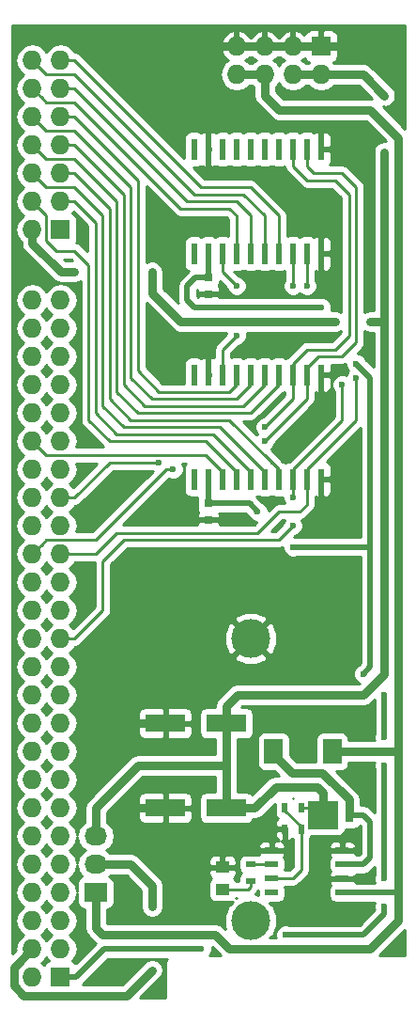
<source format=gbr>
G04 #@! TF.FileFunction,Copper,L1,Top,Signal*
%FSLAX46Y46*%
G04 Gerber Fmt 4.6, Leading zero omitted, Abs format (unit mm)*
G04 Created by KiCad (PCBNEW 0.201506122246+5743~23~ubuntu14.04.1-product) date Mon 13 Jul 2015 16:56:03 BST*
%MOMM*%
G01*
G04 APERTURE LIST*
%ADD10C,0.100000*%
%ADD11R,0.600000X1.950000*%
%ADD12C,3.500000*%
%ADD13R,0.750000X0.800000*%
%ADD14R,1.700000X2.200000*%
%ADD15R,1.727200X1.727200*%
%ADD16O,1.727200X1.727200*%
%ADD17R,0.900000X0.500000*%
%ADD18R,0.500000X0.900000*%
%ADD19R,1.143000X0.508000*%
%ADD20R,2.670000X2.540000*%
%ADD21R,0.762000X1.270000*%
%ADD22R,1.250000X1.000000*%
%ADD23R,3.599180X1.600200*%
%ADD24R,2.032000X1.727200*%
%ADD25O,2.032000X1.727200*%
%ADD26C,0.600000*%
%ADD27C,0.250000*%
%ADD28C,0.750000*%
%ADD29C,0.500000*%
%ADD30C,0.254000*%
G04 APERTURE END LIST*
D10*
D11*
X116205000Y-69470000D03*
X117475000Y-69470000D03*
X118745000Y-69470000D03*
X120015000Y-69470000D03*
X121285000Y-69470000D03*
X122555000Y-69470000D03*
X123825000Y-69470000D03*
X125095000Y-69470000D03*
X126365000Y-69470000D03*
X127635000Y-69470000D03*
X127635000Y-60070000D03*
X126365000Y-60070000D03*
X125095000Y-60070000D03*
X123825000Y-60070000D03*
X122555000Y-60070000D03*
X121285000Y-60070000D03*
X120015000Y-60070000D03*
X118745000Y-60070000D03*
X117475000Y-60070000D03*
X116205000Y-60070000D03*
X116205000Y-49150000D03*
X117475000Y-49150000D03*
X118745000Y-49150000D03*
X120015000Y-49150000D03*
X121285000Y-49150000D03*
X122555000Y-49150000D03*
X123825000Y-49150000D03*
X125095000Y-49150000D03*
X126365000Y-49150000D03*
X127635000Y-49150000D03*
X127635000Y-39750000D03*
X126365000Y-39750000D03*
X125095000Y-39750000D03*
X123825000Y-39750000D03*
X122555000Y-39750000D03*
X121285000Y-39750000D03*
X120015000Y-39750000D03*
X118745000Y-39750000D03*
X117475000Y-39750000D03*
X116205000Y-39750000D03*
D12*
X121285000Y-83820000D03*
D13*
X117475000Y-51320000D03*
X117475000Y-52820000D03*
X117475000Y-71640000D03*
X117475000Y-73140000D03*
D14*
X128634000Y-93980000D03*
X123334000Y-93980000D03*
D15*
X104140000Y-46990000D03*
D16*
X101600000Y-46990000D03*
X104140000Y-44450000D03*
X101600000Y-44450000D03*
X104140000Y-41910000D03*
X101600000Y-41910000D03*
X104140000Y-39370000D03*
X101600000Y-39370000D03*
X104140000Y-36830000D03*
X101600000Y-36830000D03*
X104140000Y-34290000D03*
X101600000Y-34290000D03*
X104140000Y-31750000D03*
X101600000Y-31750000D03*
D17*
X121285000Y-104152000D03*
X121285000Y-105652000D03*
D18*
X125845000Y-99060000D03*
X124345000Y-99060000D03*
X125845000Y-100965000D03*
X124345000Y-100965000D03*
D19*
X129540000Y-102870000D03*
X129540000Y-104140000D03*
X129540000Y-105410000D03*
X129540000Y-106680000D03*
X123190000Y-106680000D03*
X123190000Y-105410000D03*
X123190000Y-104140000D03*
X123190000Y-102870000D03*
D20*
X127824000Y-99695000D03*
D21*
X130175000Y-99695000D03*
D15*
X104140000Y-114300000D03*
D16*
X101600000Y-114300000D03*
X104140000Y-111760000D03*
X101600000Y-111760000D03*
X104140000Y-109220000D03*
X101600000Y-109220000D03*
X104140000Y-106680000D03*
X101600000Y-106680000D03*
X104140000Y-104140000D03*
X101600000Y-104140000D03*
X104140000Y-101600000D03*
X101600000Y-101600000D03*
X104140000Y-99060000D03*
X101600000Y-99060000D03*
X104140000Y-96520000D03*
X101600000Y-96520000D03*
X104140000Y-93980000D03*
X101600000Y-93980000D03*
X104140000Y-91440000D03*
X101600000Y-91440000D03*
X104140000Y-88900000D03*
X101600000Y-88900000D03*
X104140000Y-86360000D03*
X101600000Y-86360000D03*
X104140000Y-83820000D03*
X101600000Y-83820000D03*
X104140000Y-81280000D03*
X101600000Y-81280000D03*
X104140000Y-78740000D03*
X101600000Y-78740000D03*
X104140000Y-76200000D03*
X101600000Y-76200000D03*
X104140000Y-73660000D03*
X101600000Y-73660000D03*
X104140000Y-71120000D03*
X101600000Y-71120000D03*
X104140000Y-68580000D03*
X101600000Y-68580000D03*
X104140000Y-66040000D03*
X101600000Y-66040000D03*
X104140000Y-63500000D03*
X101600000Y-63500000D03*
X104140000Y-60960000D03*
X101600000Y-60960000D03*
X104140000Y-58420000D03*
X101600000Y-58420000D03*
X104140000Y-55880000D03*
X101600000Y-55880000D03*
X104140000Y-53340000D03*
X101600000Y-53340000D03*
D22*
X118745000Y-106410000D03*
X118745000Y-104410000D03*
D23*
X119082820Y-91440000D03*
X113581180Y-91440000D03*
X119082820Y-99060000D03*
X113581180Y-99060000D03*
D12*
X121285000Y-109220000D03*
D15*
X127635000Y-30480000D03*
D16*
X127635000Y-33020000D03*
X125095000Y-30480000D03*
X125095000Y-33020000D03*
X122555000Y-30480000D03*
X122555000Y-33020000D03*
X120015000Y-30480000D03*
X120015000Y-33020000D03*
D24*
X107315000Y-106680000D03*
D25*
X107315000Y-104140000D03*
X107315000Y-101600000D03*
D26*
X130810000Y-102870000D03*
X110490000Y-99060000D03*
X110490000Y-91440000D03*
X130810000Y-105410000D03*
X118745000Y-103505000D03*
X121920000Y-102870000D03*
X123190000Y-100965000D03*
X129540000Y-39751000D03*
X118745000Y-52832000D03*
X118745000Y-73025000D03*
X117475000Y-58420000D03*
X117475000Y-38100000D03*
X127635000Y-50800000D03*
X127635000Y-71120000D03*
X127635000Y-62230000D03*
X130810000Y-30480000D03*
X116840000Y-30480000D03*
X132080000Y-55245000D03*
X128905000Y-55245000D03*
X112395000Y-50800000D03*
X105410000Y-50800000D03*
X133350000Y-40005000D03*
X133350000Y-34925000D03*
X120015000Y-56515000D03*
X120015000Y-52070000D03*
X116840000Y-111760000D03*
X127635000Y-53975000D03*
X130810000Y-59055000D03*
X125095000Y-75565000D03*
X121920000Y-72390000D03*
X124460000Y-110490000D03*
X133350000Y-107950000D03*
X133350000Y-105410000D03*
X133350000Y-95250000D03*
X133350000Y-92710000D03*
X133350000Y-88900000D03*
X131445000Y-86995000D03*
X112395000Y-107950000D03*
X112395000Y-113665000D03*
X125095000Y-52070000D03*
X129540000Y-60960000D03*
X125095000Y-71120000D03*
X125095000Y-73660000D03*
X130810000Y-60325000D03*
X126365000Y-52070000D03*
X122555000Y-66040000D03*
X114300000Y-68580000D03*
X122555000Y-64770000D03*
X113030000Y-67945000D03*
D27*
X129540000Y-102870000D02*
X130810000Y-102870000D01*
D28*
X113581180Y-99060000D02*
X110490000Y-99060000D01*
X113581180Y-91440000D02*
X110490000Y-91440000D01*
D27*
X129540000Y-105410000D02*
X130810000Y-105410000D01*
D29*
X118745000Y-104410000D02*
X118745000Y-103505000D01*
D27*
X123190000Y-102870000D02*
X121920000Y-102870000D01*
X124345000Y-100965000D02*
X123190000Y-100965000D01*
D28*
X113581180Y-91440000D02*
X114580670Y-91440000D01*
D29*
X129539000Y-39750000D02*
X129540000Y-39751000D01*
X127635000Y-39750000D02*
X129539000Y-39750000D01*
X118733000Y-52820000D02*
X118745000Y-52832000D01*
X117475000Y-52820000D02*
X118733000Y-52820000D01*
X118630000Y-73140000D02*
X118745000Y-73025000D01*
X117475000Y-73140000D02*
X118630000Y-73140000D01*
X117475000Y-60070000D02*
X117475000Y-58420000D01*
X117475000Y-39750000D02*
X117475000Y-38100000D01*
X127635000Y-49150000D02*
X127635000Y-50800000D01*
X127635000Y-69470000D02*
X127635000Y-71120000D01*
X127635000Y-60070000D02*
X127635000Y-62230000D01*
D28*
X120015000Y-30480000D02*
X130810000Y-30480000D01*
X120015000Y-30480000D02*
X116840000Y-30480000D01*
X107315000Y-99060000D02*
X107315000Y-101600000D01*
X119082820Y-91440000D02*
X119082820Y-95231046D01*
X119082820Y-95231046D02*
X119082820Y-99060000D01*
X107315000Y-99060000D02*
X111143954Y-95231046D01*
X111143954Y-95231046D02*
X119082820Y-95231046D01*
X128905000Y-55245000D02*
X114935000Y-55245000D01*
X114935000Y-55245000D02*
X112395000Y-52705000D01*
X112395000Y-52705000D02*
X112395000Y-50800000D01*
X133350000Y-55885607D02*
X133350000Y-55193109D01*
X133350000Y-55193109D02*
X133350000Y-40399990D01*
X132080000Y-55245000D02*
X133298109Y-55245000D01*
X133298109Y-55245000D02*
X133350000Y-55193109D01*
X133350000Y-86995000D02*
X133350000Y-55885607D01*
X133344393Y-55880000D02*
X133350000Y-55885607D01*
X101600000Y-46990000D02*
X101600000Y-48211314D01*
X101600000Y-48211314D02*
X104188686Y-50800000D01*
X104188686Y-50800000D02*
X105410000Y-50800000D01*
X127824000Y-97675000D02*
X127304000Y-97155000D01*
X127824000Y-99695000D02*
X127824000Y-97675000D01*
X121632410Y-99060000D02*
X119082820Y-99060000D01*
X123537410Y-97155000D02*
X121632410Y-99060000D01*
X127304000Y-97155000D02*
X123537410Y-97155000D01*
D27*
X127189000Y-99060000D02*
X127824000Y-99695000D01*
X125845000Y-99060000D02*
X127189000Y-99060000D01*
D28*
X119082820Y-89889900D02*
X120072720Y-88900000D01*
X119082820Y-91440000D02*
X119082820Y-89889900D01*
X120072720Y-88900000D02*
X131445000Y-88900000D01*
X131445000Y-88900000D02*
X133350000Y-86995000D01*
X133350000Y-40399990D02*
X133350000Y-40005000D01*
X133350000Y-34925000D02*
X131445000Y-33020000D01*
X131445000Y-33020000D02*
X127635000Y-33020000D01*
X127635000Y-33020000D02*
X125095000Y-33020000D01*
D27*
X107315000Y-60826230D02*
X107315000Y-63500000D01*
X107315000Y-63500000D02*
X109220000Y-65405000D01*
X121285000Y-68795000D02*
X121285000Y-69470000D01*
X109220000Y-65405000D02*
X117895000Y-65405000D01*
X117895000Y-65405000D02*
X121285000Y-68795000D01*
X107315000Y-46355000D02*
X105410000Y-44450000D01*
X105410000Y-44450000D02*
X104140000Y-44450000D01*
X107315000Y-60826230D02*
X107315000Y-46355000D01*
X107315000Y-60960000D02*
X107315000Y-60826230D01*
X120015000Y-69470000D02*
X120015000Y-68795000D01*
X117260000Y-66040000D02*
X108585000Y-66040000D01*
X120015000Y-68795000D02*
X117260000Y-66040000D01*
X108585000Y-66040000D02*
X106680000Y-64135000D01*
X106680000Y-64135000D02*
X106680000Y-50165000D01*
X102870000Y-45720000D02*
X101600000Y-44450000D01*
X106680000Y-50165000D02*
X105410000Y-48895000D01*
X105410000Y-48895000D02*
X103732798Y-48895000D01*
X103732798Y-48895000D02*
X102870000Y-48032202D01*
X102870000Y-48032202D02*
X102870000Y-45720000D01*
X123825000Y-68580000D02*
X123825000Y-69470000D01*
X122885474Y-67640474D02*
X123190000Y-67945000D01*
X119380000Y-64135000D02*
X122885474Y-67640474D01*
X122885474Y-67640474D02*
X123825000Y-68580000D01*
X123825000Y-69470000D02*
X123825000Y-68795000D01*
X104140000Y-41910000D02*
X105361314Y-41910000D01*
X105361314Y-41910000D02*
X108585000Y-45133686D01*
X108585000Y-45133686D02*
X108585000Y-62230000D01*
X110490000Y-64135000D02*
X119380000Y-64135000D01*
X108585000Y-62230000D02*
X110490000Y-64135000D01*
X101600000Y-41910000D02*
X102870000Y-43180000D01*
X102870000Y-43180000D02*
X105410000Y-43180000D01*
X105410000Y-43180000D02*
X107950000Y-45720000D01*
X107950000Y-62865000D02*
X109855000Y-64770000D01*
X107950000Y-45720000D02*
X107950000Y-62865000D01*
X109855000Y-64770000D02*
X118530000Y-64770000D01*
X118530000Y-64770000D02*
X122555000Y-68795000D01*
X122555000Y-68795000D02*
X122555000Y-69470000D01*
X104140000Y-39370000D02*
X105410000Y-39370000D01*
X105410000Y-39370000D02*
X109855000Y-43815000D01*
X120650000Y-62865000D02*
X122555000Y-60960000D01*
X109855000Y-43815000D02*
X109855000Y-60960000D01*
X109855000Y-60960000D02*
X111760000Y-62865000D01*
X111760000Y-62865000D02*
X120650000Y-62865000D01*
X122555000Y-60960000D02*
X122555000Y-60070000D01*
X122555000Y-60070000D02*
X122555000Y-60745000D01*
X101600000Y-39370000D02*
X102870000Y-40640000D01*
X102870000Y-40640000D02*
X105410000Y-40640000D01*
X105410000Y-40640000D02*
X109220000Y-44450000D01*
X109220000Y-61595000D02*
X111125000Y-63500000D01*
X109220000Y-44450000D02*
X109220000Y-61595000D01*
X111125000Y-63500000D02*
X121285000Y-63500000D01*
X121285000Y-63500000D02*
X123825000Y-60960000D01*
X123825000Y-60960000D02*
X123825000Y-60070000D01*
X123825000Y-60745000D02*
X123825000Y-60070000D01*
X104140000Y-36830000D02*
X105410000Y-36830000D01*
X105410000Y-36830000D02*
X111125000Y-42545000D01*
X111125000Y-42545000D02*
X111125000Y-59690000D01*
X111125000Y-59690000D02*
X113030000Y-61595000D01*
X120015000Y-60960000D02*
X120015000Y-60070000D01*
X113030000Y-61595000D02*
X119380000Y-61595000D01*
X119380000Y-61595000D02*
X120015000Y-60960000D01*
X120015000Y-60070000D02*
X120015000Y-60745000D01*
X101600000Y-36830000D02*
X102870000Y-38100000D01*
X102870000Y-38100000D02*
X105410000Y-38100000D01*
X105410000Y-38100000D02*
X110490000Y-43180000D01*
X110490000Y-43180000D02*
X110490000Y-60325000D01*
X110490000Y-60325000D02*
X112395000Y-62230000D01*
X112395000Y-62230000D02*
X120015000Y-62230000D01*
X120015000Y-62230000D02*
X121285000Y-60960000D01*
X121285000Y-60960000D02*
X121285000Y-60070000D01*
X121285000Y-60070000D02*
X121285000Y-60745000D01*
X104140000Y-34290000D02*
X105410000Y-34290000D01*
X105410000Y-34290000D02*
X115570000Y-44450000D01*
X115570000Y-44450000D02*
X120015000Y-44450000D01*
X120015000Y-44450000D02*
X121285000Y-45720000D01*
X121285000Y-45720000D02*
X121285000Y-49150000D01*
X120015000Y-49150000D02*
X120015000Y-45720000D01*
X120015000Y-45720000D02*
X119380000Y-45085000D01*
X119380000Y-45085000D02*
X114935000Y-45085000D01*
X114935000Y-45085000D02*
X105410000Y-35560000D01*
X105410000Y-35560000D02*
X102870000Y-35560000D01*
X102870000Y-35560000D02*
X102463599Y-35153599D01*
X102463599Y-35153599D02*
X101600000Y-34290000D01*
X104140000Y-31750000D02*
X105410000Y-31750000D01*
X105410000Y-31750000D02*
X116840000Y-43180000D01*
X116840000Y-43180000D02*
X121285000Y-43180000D01*
X121285000Y-43180000D02*
X123825000Y-45720000D01*
X123825000Y-45720000D02*
X123825000Y-49150000D01*
X122555000Y-45720000D02*
X122555000Y-46355000D01*
X120650000Y-43815000D02*
X122555000Y-45720000D01*
X116205000Y-43815000D02*
X120650000Y-43815000D01*
X105410000Y-33020000D02*
X116205000Y-43815000D01*
X101600000Y-31750000D02*
X102870000Y-33020000D01*
X102870000Y-33020000D02*
X105410000Y-33020000D01*
X122555000Y-46355000D02*
X122555000Y-49150000D01*
X118745000Y-57785000D02*
X118745000Y-60070000D01*
X120015000Y-56515000D02*
X118745000Y-57785000D01*
X118745000Y-49825000D02*
X118745000Y-50800000D01*
X118745000Y-50800000D02*
X120015000Y-52070000D01*
X118745000Y-49150000D02*
X118745000Y-49825000D01*
D29*
X105503600Y-114300000D02*
X107904561Y-111899039D01*
X116840000Y-111760000D02*
X108043600Y-111760000D01*
X108043600Y-111760000D02*
X107904561Y-111899039D01*
X117475000Y-51320000D02*
X116320000Y-51320000D01*
X116320000Y-51320000D02*
X115570000Y-52070000D01*
X115570000Y-52070000D02*
X115570000Y-53340000D01*
X115570000Y-53340000D02*
X116205000Y-53975000D01*
X116205000Y-53975000D02*
X124460000Y-53975000D01*
X124460000Y-53975000D02*
X127635000Y-53975000D01*
X132080000Y-75535562D02*
X132080000Y-60325000D01*
X132080000Y-60325000D02*
X130810000Y-59055000D01*
X132080000Y-86360000D02*
X132080000Y-75535562D01*
X132050562Y-75565000D02*
X132080000Y-75535562D01*
X125095000Y-75565000D02*
X132050562Y-75565000D01*
X117475000Y-71640000D02*
X121170000Y-71640000D01*
X121170000Y-71640000D02*
X121920000Y-72390000D01*
X104140000Y-114300000D02*
X105503600Y-114300000D01*
X124460000Y-110490000D02*
X131445000Y-110490000D01*
X131445000Y-110490000D02*
X133350000Y-108585000D01*
X133350000Y-108585000D02*
X133350000Y-107950000D01*
X133350000Y-105410000D02*
X133350000Y-95250000D01*
X133350000Y-92710000D02*
X133350000Y-88900000D01*
X131445000Y-86995000D02*
X132080000Y-86360000D01*
X117475000Y-69470000D02*
X117475000Y-71640000D01*
X117475000Y-49150000D02*
X117475000Y-51320000D01*
D27*
X121285000Y-106152000D02*
X121285000Y-105652000D01*
X121027000Y-106410000D02*
X121285000Y-106152000D01*
X118745000Y-106410000D02*
X121027000Y-106410000D01*
D29*
X129540000Y-104140000D02*
X131445000Y-104140000D01*
X131445000Y-104140000D02*
X132080000Y-103505000D01*
X132080000Y-103505000D02*
X132080000Y-100330000D01*
X131445000Y-99695000D02*
X130175000Y-99695000D01*
X132080000Y-100330000D02*
X131445000Y-99695000D01*
D28*
X123334000Y-94230000D02*
X123334000Y-93980000D01*
X124989000Y-95885000D02*
X123334000Y-94230000D01*
X127750000Y-95885000D02*
X124989000Y-95885000D01*
X130175000Y-98310000D02*
X127750000Y-95885000D01*
X130175000Y-99695000D02*
X130175000Y-98310000D01*
X134620000Y-106653215D02*
X134620000Y-109220000D01*
X134620000Y-109220000D02*
X132080000Y-111760000D01*
X132080000Y-111760000D02*
X119380000Y-111760000D01*
X119380000Y-111760000D02*
X118110000Y-110490000D01*
X118110000Y-110490000D02*
X107950000Y-110490000D01*
X107950000Y-110490000D02*
X107315000Y-109855000D01*
X107315000Y-109855000D02*
X107315000Y-108293600D01*
X107315000Y-108293600D02*
X107315000Y-106680000D01*
X134620000Y-38735000D02*
X132080000Y-36195000D01*
X132080000Y-36195000D02*
X123825000Y-36195000D01*
X123825000Y-36195000D02*
X122555000Y-34925000D01*
X122555000Y-34925000D02*
X122555000Y-33020000D01*
D29*
X134593215Y-106680000D02*
X134620000Y-106653215D01*
X129540000Y-106680000D02*
X134593215Y-106680000D01*
D28*
X120015000Y-33020000D02*
X122555000Y-33020000D01*
X134596528Y-93980000D02*
X134620000Y-93956528D01*
X128634000Y-93980000D02*
X134596528Y-93980000D01*
X134620000Y-93956528D02*
X134620000Y-38735000D01*
X134620000Y-106653215D02*
X134620000Y-93956528D01*
X112395000Y-106045000D02*
X110490000Y-104140000D01*
X110490000Y-104140000D02*
X107315000Y-104140000D01*
X112395000Y-107950000D02*
X112395000Y-106045000D01*
X107569000Y-115951000D02*
X110109000Y-115951000D01*
X110109000Y-115951000D02*
X112395000Y-113665000D01*
X101600000Y-111760000D02*
X99949000Y-113411000D01*
X99949000Y-113411000D02*
X99949000Y-115062000D01*
X99949000Y-115062000D02*
X100838000Y-115951000D01*
X100838000Y-115951000D02*
X107569000Y-115951000D01*
D27*
X121297000Y-104140000D02*
X121285000Y-104152000D01*
X123190000Y-104140000D02*
X121297000Y-104140000D01*
X125845000Y-100765000D02*
X125845000Y-100965000D01*
X124345000Y-99265000D02*
X125845000Y-100765000D01*
X124345000Y-99060000D02*
X124345000Y-99265000D01*
X125845000Y-104660000D02*
X125845000Y-100965000D01*
X125095000Y-105410000D02*
X125845000Y-104660000D01*
X123190000Y-105410000D02*
X125095000Y-105410000D01*
X101600000Y-66040000D02*
X102870000Y-67310000D01*
X102870000Y-67310000D02*
X117260000Y-67310000D01*
X117260000Y-67310000D02*
X118745000Y-68795000D01*
X118745000Y-68795000D02*
X118745000Y-69470000D01*
X125095000Y-69470000D02*
X125095000Y-68580000D01*
X125095000Y-68580000D02*
X129540000Y-64135000D01*
X129540000Y-64135000D02*
X129540000Y-60960000D01*
X125095000Y-52070000D02*
X125095000Y-49150000D01*
X104140000Y-83820000D02*
X105410000Y-83820000D01*
X105410000Y-83820000D02*
X107950000Y-81280000D01*
X107950000Y-81280000D02*
X107950000Y-76835000D01*
X107950000Y-76835000D02*
X109855000Y-74930000D01*
X125095000Y-71120000D02*
X125095000Y-69470000D01*
X123825000Y-74930000D02*
X123045407Y-74930000D01*
X123045407Y-74930000D02*
X123190000Y-74930000D01*
X109855000Y-74930000D02*
X123045407Y-74930000D01*
X123825000Y-74930000D02*
X125095000Y-73660000D01*
X130810000Y-60325000D02*
X130810000Y-64135000D01*
X126365000Y-68580000D02*
X126365000Y-69470000D01*
X130810000Y-64135000D02*
X126365000Y-68580000D01*
X126365000Y-49150000D02*
X126365000Y-52070000D01*
X126365000Y-71120000D02*
X126365000Y-69470000D01*
X126365000Y-71755000D02*
X126365000Y-71120000D01*
X125730000Y-72390000D02*
X126365000Y-71755000D01*
X123825000Y-72390000D02*
X125730000Y-72390000D01*
X121920000Y-74295000D02*
X123825000Y-72390000D01*
X109220000Y-74295000D02*
X121920000Y-74295000D01*
X107315000Y-76200000D02*
X109220000Y-74295000D01*
X104140000Y-76200000D02*
X107315000Y-76200000D01*
X122555000Y-66040000D02*
X126365000Y-62230000D01*
X126365000Y-62230000D02*
X126365000Y-60070000D01*
X109220000Y-73025000D02*
X113665000Y-68580000D01*
X113665000Y-68580000D02*
X114300000Y-68580000D01*
X107315000Y-74930000D02*
X109220000Y-73025000D01*
X106045000Y-74930000D02*
X107315000Y-74930000D01*
X104629130Y-74930000D02*
X106045000Y-74930000D01*
X101600000Y-76200000D02*
X102463599Y-75336401D01*
X102463599Y-75336401D02*
X102870000Y-74930000D01*
X102870000Y-74930000D02*
X104629130Y-74930000D01*
X127340000Y-58420000D02*
X126365000Y-59395000D01*
X130810000Y-43180000D02*
X130810000Y-57150000D01*
X129540000Y-58420000D02*
X127340000Y-58420000D01*
X129540000Y-41910000D02*
X130810000Y-43180000D01*
X130810000Y-57150000D02*
X129540000Y-58420000D01*
X127000000Y-41910000D02*
X129540000Y-41910000D01*
X126365000Y-41275000D02*
X127000000Y-41910000D01*
X126365000Y-59395000D02*
X126365000Y-60070000D01*
X126365000Y-39750000D02*
X126365000Y-41275000D01*
X125095000Y-39750000D02*
X125095000Y-41275000D01*
X128905000Y-57785000D02*
X126365000Y-57785000D01*
X125095000Y-41275000D02*
X126365000Y-42545000D01*
X126365000Y-42545000D02*
X128905000Y-42545000D01*
X126365000Y-57785000D02*
X125095000Y-59055000D01*
X128905000Y-42545000D02*
X130175000Y-43815000D01*
X130175000Y-43815000D02*
X130175000Y-56515000D01*
X130175000Y-56515000D02*
X128905000Y-57785000D01*
X125095000Y-59055000D02*
X125095000Y-60070000D01*
X125095000Y-62230000D02*
X122555000Y-64770000D01*
X113030000Y-67945000D02*
X108585000Y-67945000D01*
X108585000Y-67945000D02*
X105410000Y-71120000D01*
X105410000Y-71120000D02*
X104140000Y-71120000D01*
X125095000Y-60070000D02*
X125095000Y-62230000D01*
X125095000Y-60745000D02*
X125095000Y-60960000D01*
X125095000Y-60070000D02*
X125095000Y-60745000D01*
D30*
G36*
X101727000Y-114173000D02*
X101747000Y-114173000D01*
X101747000Y-114427000D01*
X101727000Y-114427000D01*
X101727000Y-114447000D01*
X101473000Y-114447000D01*
X101473000Y-114427000D01*
X101453000Y-114427000D01*
X101453000Y-114173000D01*
X101473000Y-114173000D01*
X101473000Y-114153000D01*
X101727000Y-114153000D01*
X101727000Y-114173000D01*
X101727000Y-114173000D01*
G37*
X101727000Y-114173000D02*
X101747000Y-114173000D01*
X101747000Y-114427000D01*
X101727000Y-114427000D01*
X101727000Y-114447000D01*
X101473000Y-114447000D01*
X101473000Y-114427000D01*
X101453000Y-114427000D01*
X101453000Y-114173000D01*
X101473000Y-114173000D01*
X101473000Y-114153000D01*
X101727000Y-114153000D01*
X101727000Y-114173000D01*
G36*
X135205000Y-37891644D02*
X135205000Y-37891644D01*
X133223117Y-35909761D01*
X133350000Y-35935000D01*
X133736510Y-35858118D01*
X134064178Y-35639178D01*
X134283118Y-35311510D01*
X134360000Y-34925000D01*
X134283118Y-34538490D01*
X134064178Y-34210822D01*
X132159178Y-32305822D01*
X131831510Y-32086882D01*
X131445000Y-32010000D01*
X128747476Y-32010000D01*
X128704474Y-31945644D01*
X128858299Y-31881927D01*
X129036927Y-31703298D01*
X129133600Y-31469909D01*
X129133600Y-30765750D01*
X128974850Y-30607000D01*
X127762000Y-30607000D01*
X127762000Y-30627000D01*
X127508000Y-30627000D01*
X127508000Y-30607000D01*
X125222000Y-30607000D01*
X125222000Y-30627000D01*
X124968000Y-30627000D01*
X124968000Y-30607000D01*
X122682000Y-30607000D01*
X122682000Y-30627000D01*
X122428000Y-30627000D01*
X122428000Y-30607000D01*
X120142000Y-30607000D01*
X120142000Y-30627000D01*
X119888000Y-30627000D01*
X119888000Y-30607000D01*
X118680531Y-30607000D01*
X118560032Y-30839027D01*
X118808179Y-31368490D01*
X119226161Y-31750008D01*
X118955330Y-31930971D01*
X118630474Y-32417152D01*
X118516400Y-32990641D01*
X118516400Y-33049359D01*
X118630474Y-33622848D01*
X118955330Y-34109029D01*
X119441511Y-34433885D01*
X120015000Y-34547959D01*
X120588489Y-34433885D01*
X121074670Y-34109029D01*
X121127476Y-34030000D01*
X121442524Y-34030000D01*
X121495330Y-34109029D01*
X121545000Y-34142217D01*
X121545000Y-34925000D01*
X121621882Y-35311510D01*
X121840822Y-35639178D01*
X123110822Y-36909178D01*
X123438490Y-37128118D01*
X123825000Y-37205000D01*
X131661644Y-37205000D01*
X133476883Y-39020239D01*
X133350000Y-38995000D01*
X132963490Y-39071882D01*
X132635822Y-39290822D01*
X132416882Y-39618490D01*
X132340000Y-40005000D01*
X132340000Y-54235000D01*
X132080000Y-54235000D01*
X131693490Y-54311882D01*
X131570000Y-54394395D01*
X131570000Y-43180000D01*
X131545136Y-43055000D01*
X131512148Y-42889160D01*
X131347401Y-42642599D01*
X130077401Y-41372599D01*
X129830839Y-41207852D01*
X129540000Y-41150000D01*
X128408025Y-41150000D01*
X128473327Y-41084698D01*
X128570000Y-40851309D01*
X128570000Y-40035750D01*
X128411250Y-39877000D01*
X127762000Y-39877000D01*
X127762000Y-39897000D01*
X127508000Y-39897000D01*
X127508000Y-39877000D01*
X127488000Y-39877000D01*
X127488000Y-39623000D01*
X127508000Y-39623000D01*
X127508000Y-38298750D01*
X127349250Y-38140000D01*
X127920750Y-38140000D01*
X127762000Y-38298750D01*
X127762000Y-39623000D01*
X128411250Y-39623000D01*
X128570000Y-39464250D01*
X128570000Y-38648691D01*
X128473327Y-38415302D01*
X128294699Y-38236673D01*
X128061310Y-38140000D01*
X127920750Y-38140000D01*
X127349250Y-38140000D01*
X127349250Y-38140000D01*
X127208690Y-38140000D01*
X126991921Y-38229789D01*
X126914640Y-38177623D01*
X126665000Y-38127560D01*
X126065000Y-38127560D01*
X125822877Y-38174537D01*
X125730229Y-38235397D01*
X125644640Y-38177623D01*
X125395000Y-38127560D01*
X124795000Y-38127560D01*
X124552877Y-38174537D01*
X124460229Y-38235397D01*
X124374640Y-38177623D01*
X124125000Y-38127560D01*
X123525000Y-38127560D01*
X123282877Y-38174537D01*
X123190229Y-38235397D01*
X123104640Y-38177623D01*
X122855000Y-38127560D01*
X122255000Y-38127560D01*
X122012877Y-38174537D01*
X121920229Y-38235397D01*
X121834640Y-38177623D01*
X121585000Y-38127560D01*
X120985000Y-38127560D01*
X120742877Y-38174537D01*
X120650229Y-38235397D01*
X120564640Y-38177623D01*
X120315000Y-38127560D01*
X119715000Y-38127560D01*
X119472877Y-38174537D01*
X119380229Y-38235397D01*
X119294640Y-38177623D01*
X119045000Y-38127560D01*
X118445000Y-38127560D01*
X118202877Y-38174537D01*
X118118501Y-38229963D01*
X117901310Y-38140000D01*
X117760750Y-38140000D01*
X117602000Y-38298750D01*
X117602000Y-39623000D01*
X117622000Y-39623000D01*
X117622000Y-39877000D01*
X117602000Y-39877000D01*
X117602000Y-41201250D01*
X117760750Y-41360000D01*
X117901310Y-41360000D01*
X118118079Y-41270211D01*
X118195360Y-41322377D01*
X118445000Y-41372440D01*
X119045000Y-41372440D01*
X119287123Y-41325463D01*
X119379771Y-41264603D01*
X119465360Y-41322377D01*
X119715000Y-41372440D01*
X120315000Y-41372440D01*
X120557123Y-41325463D01*
X120649771Y-41264603D01*
X120735360Y-41322377D01*
X120985000Y-41372440D01*
X121585000Y-41372440D01*
X121827123Y-41325463D01*
X121919771Y-41264603D01*
X122005360Y-41322377D01*
X122255000Y-41372440D01*
X122855000Y-41372440D01*
X123097123Y-41325463D01*
X123189771Y-41264603D01*
X123275360Y-41322377D01*
X123525000Y-41372440D01*
X124125000Y-41372440D01*
X124345858Y-41329589D01*
X124392852Y-41565839D01*
X124557599Y-41812401D01*
X125827599Y-43082401D01*
X126074160Y-43247148D01*
X126365000Y-43305000D01*
X128590198Y-43305000D01*
X129415000Y-44129802D01*
X129415000Y-54394395D01*
X129291510Y-54311882D01*
X128905000Y-54235000D01*
X128539442Y-54235000D01*
X128569838Y-54161799D01*
X128570162Y-53789833D01*
X128428117Y-53446057D01*
X128165327Y-53182808D01*
X127821799Y-53040162D01*
X127449833Y-53039838D01*
X127328431Y-53090000D01*
X118469250Y-53090000D01*
X118326250Y-52947000D01*
X117602000Y-52947000D01*
X117602000Y-52967000D01*
X117348000Y-52967000D01*
X117348000Y-52947000D01*
X116623750Y-52947000D01*
X116526165Y-53044585D01*
X116455000Y-52973420D01*
X116455000Y-52436580D01*
X116465000Y-52426580D01*
X116465000Y-52534250D01*
X116623750Y-52693000D01*
X117348000Y-52693000D01*
X117348000Y-52673000D01*
X117602000Y-52673000D01*
X117602000Y-52693000D01*
X118326250Y-52693000D01*
X118485000Y-52534250D01*
X118485000Y-52293691D01*
X118388327Y-52060302D01*
X118387045Y-52059020D01*
X118447377Y-51969640D01*
X118497440Y-51720000D01*
X118497440Y-51627242D01*
X119079878Y-52209680D01*
X119079838Y-52255167D01*
X119221883Y-52598943D01*
X119484673Y-52862192D01*
X119828201Y-53004838D01*
X120200167Y-53005162D01*
X120543943Y-52863117D01*
X120807192Y-52600327D01*
X120949838Y-52256799D01*
X120950162Y-51884833D01*
X120808117Y-51541057D01*
X120545327Y-51277808D01*
X120201799Y-51135162D01*
X120154923Y-51135121D01*
X119792242Y-50772440D01*
X120315000Y-50772440D01*
X120557123Y-50725463D01*
X120649771Y-50664603D01*
X120735360Y-50722377D01*
X120985000Y-50772440D01*
X121585000Y-50772440D01*
X121827123Y-50725463D01*
X121919771Y-50664603D01*
X122005360Y-50722377D01*
X122255000Y-50772440D01*
X122855000Y-50772440D01*
X123097123Y-50725463D01*
X123189771Y-50664603D01*
X123275360Y-50722377D01*
X123525000Y-50772440D01*
X124125000Y-50772440D01*
X124335000Y-50731696D01*
X124335000Y-51507537D01*
X124302808Y-51539673D01*
X124160162Y-51883201D01*
X124159838Y-52255167D01*
X124301883Y-52598943D01*
X124564673Y-52862192D01*
X124908201Y-53004838D01*
X125280167Y-53005162D01*
X125623943Y-52863117D01*
X125729954Y-52757290D01*
X125834673Y-52862192D01*
X126178201Y-53004838D01*
X126550167Y-53005162D01*
X126893943Y-52863117D01*
X127157192Y-52600327D01*
X127299838Y-52256799D01*
X127300162Y-51884833D01*
X127158117Y-51541057D01*
X127125000Y-51507882D01*
X127125000Y-50725334D01*
X127208690Y-50760000D01*
X127349250Y-50760000D01*
X127508000Y-50601250D01*
X127508000Y-49277000D01*
X127762000Y-49277000D01*
X127762000Y-50601250D01*
X127920750Y-50760000D01*
X128061310Y-50760000D01*
X128294699Y-50663327D01*
X128473327Y-50484698D01*
X128570000Y-50251309D01*
X128570000Y-49435750D01*
X128411250Y-49277000D01*
X127762000Y-49277000D01*
X127508000Y-49277000D01*
X127508000Y-49277000D01*
X127488000Y-49277000D01*
X127488000Y-49023000D01*
X127508000Y-49023000D01*
X127508000Y-47698750D01*
X127349250Y-47540000D01*
X127920750Y-47540000D01*
X127762000Y-47698750D01*
X127762000Y-49023000D01*
X128411250Y-49023000D01*
X128570000Y-48864250D01*
X128570000Y-48048691D01*
X128473327Y-47815302D01*
X128294699Y-47636673D01*
X128061310Y-47540000D01*
X127920750Y-47540000D01*
X127349250Y-47540000D01*
X127349250Y-47540000D01*
X127208690Y-47540000D01*
X126991921Y-47629789D01*
X126914640Y-47577623D01*
X126665000Y-47527560D01*
X126065000Y-47527560D01*
X125822877Y-47574537D01*
X125730229Y-47635397D01*
X125644640Y-47577623D01*
X125395000Y-47527560D01*
X124795000Y-47527560D01*
X124585000Y-47568304D01*
X124585000Y-45720000D01*
X124527148Y-45429161D01*
X124527148Y-45429160D01*
X124362401Y-45182599D01*
X121822401Y-42642599D01*
X121575839Y-42477852D01*
X121285000Y-42420000D01*
X117154802Y-42420000D01*
X116107242Y-41372440D01*
X116505000Y-41372440D01*
X116747123Y-41325463D01*
X116831499Y-41270037D01*
X117048690Y-41360000D01*
X117189250Y-41360000D01*
X117348000Y-41201250D01*
X117348000Y-39877000D01*
X117328000Y-39877000D01*
X117328000Y-39623000D01*
X117348000Y-39623000D01*
X117348000Y-38298750D01*
X117189250Y-38140000D01*
X117048690Y-38140000D01*
X116831921Y-38229789D01*
X116754640Y-38177623D01*
X116505000Y-38127560D01*
X115905000Y-38127560D01*
X115662877Y-38174537D01*
X115450073Y-38314327D01*
X115307623Y-38525360D01*
X115257560Y-38775000D01*
X115257560Y-40522758D01*
X105947401Y-31212599D01*
X105700839Y-31047852D01*
X105432215Y-30994419D01*
X105229029Y-30690330D01*
X104742848Y-30365474D01*
X104169359Y-30251400D01*
X104110641Y-30251400D01*
X103537152Y-30365474D01*
X103050971Y-30690330D01*
X102870000Y-30961172D01*
X102689029Y-30690330D01*
X102202848Y-30365474D01*
X101629359Y-30251400D01*
X101570641Y-30251400D01*
X100997152Y-30365474D01*
X100510971Y-30690330D01*
X100186115Y-31176511D01*
X100072041Y-31750000D01*
X100186115Y-32323489D01*
X100510971Y-32809670D01*
X100825752Y-33020000D01*
X100510971Y-33230330D01*
X100186115Y-33716511D01*
X100072041Y-34290000D01*
X100186115Y-34863489D01*
X100510971Y-35349670D01*
X100825752Y-35560000D01*
X100510971Y-35770330D01*
X100186115Y-36256511D01*
X100072041Y-36830000D01*
X100186115Y-37403489D01*
X100510971Y-37889670D01*
X100825752Y-38100000D01*
X100510971Y-38310330D01*
X100186115Y-38796511D01*
X100072041Y-39370000D01*
X100186115Y-39943489D01*
X100510971Y-40429670D01*
X100825752Y-40640000D01*
X100510971Y-40850330D01*
X100186115Y-41336511D01*
X100072041Y-41910000D01*
X100186115Y-42483489D01*
X100510971Y-42969670D01*
X100825752Y-43180000D01*
X100510971Y-43390330D01*
X100186115Y-43876511D01*
X100072041Y-44450000D01*
X100186115Y-45023489D01*
X100510971Y-45509670D01*
X100825752Y-45720000D01*
X100510971Y-45930330D01*
X100186115Y-46416511D01*
X100072041Y-46990000D01*
X100186115Y-47563489D01*
X100510971Y-48049670D01*
X100590000Y-48102476D01*
X100590000Y-48211314D01*
X100666882Y-48597824D01*
X100885822Y-48925492D01*
X103474508Y-51514178D01*
X103802176Y-51733118D01*
X104188686Y-51810000D01*
X105410000Y-51810000D01*
X105796510Y-51733118D01*
X105920000Y-51650605D01*
X105920000Y-64135000D01*
X105977852Y-64425839D01*
X106142599Y-64672401D01*
X108020198Y-66550000D01*
X105566514Y-66550000D01*
X105667959Y-66040000D01*
X105553885Y-65466511D01*
X105229029Y-64980330D01*
X104914248Y-64770000D01*
X105229029Y-64559670D01*
X105553885Y-64073489D01*
X105667959Y-63500000D01*
X105553885Y-62926511D01*
X105229029Y-62440330D01*
X104914248Y-62230000D01*
X105229029Y-62019670D01*
X105553885Y-61533489D01*
X105667959Y-60960000D01*
X105553885Y-60386511D01*
X105229029Y-59900330D01*
X104914248Y-59690000D01*
X105229029Y-59479670D01*
X105553885Y-58993489D01*
X105667959Y-58420000D01*
X105553885Y-57846511D01*
X105229029Y-57360330D01*
X104914248Y-57150000D01*
X105229029Y-56939670D01*
X105553885Y-56453489D01*
X105667959Y-55880000D01*
X105553885Y-55306511D01*
X105229029Y-54820330D01*
X104914248Y-54610000D01*
X105229029Y-54399670D01*
X105553885Y-53913489D01*
X105667959Y-53340000D01*
X105553885Y-52766511D01*
X105229029Y-52280330D01*
X104742848Y-51955474D01*
X104169359Y-51841400D01*
X104110641Y-51841400D01*
X103537152Y-51955474D01*
X103050971Y-52280330D01*
X102870000Y-52551172D01*
X102689029Y-52280330D01*
X102202848Y-51955474D01*
X101629359Y-51841400D01*
X101570641Y-51841400D01*
X100997152Y-51955474D01*
X100510971Y-52280330D01*
X100186115Y-52766511D01*
X100072041Y-53340000D01*
X100186115Y-53913489D01*
X100510971Y-54399670D01*
X100825752Y-54610000D01*
X100510971Y-54820330D01*
X100186115Y-55306511D01*
X100072041Y-55880000D01*
X100186115Y-56453489D01*
X100510971Y-56939670D01*
X100825752Y-57150000D01*
X100510971Y-57360330D01*
X100186115Y-57846511D01*
X100072041Y-58420000D01*
X100186115Y-58993489D01*
X100510971Y-59479670D01*
X100825752Y-59690000D01*
X100510971Y-59900330D01*
X100186115Y-60386511D01*
X100072041Y-60960000D01*
X100186115Y-61533489D01*
X100510971Y-62019670D01*
X100825752Y-62230000D01*
X100510971Y-62440330D01*
X100186115Y-62926511D01*
X100072041Y-63500000D01*
X100186115Y-64073489D01*
X100510971Y-64559670D01*
X100825752Y-64770000D01*
X100510971Y-64980330D01*
X100186115Y-65466511D01*
X100072041Y-66040000D01*
X100186115Y-66613489D01*
X100510971Y-67099670D01*
X100825752Y-67310000D01*
X100510971Y-67520330D01*
X100186115Y-68006511D01*
X100072041Y-68580000D01*
X100186115Y-69153489D01*
X100510971Y-69639670D01*
X100825752Y-69850000D01*
X100510971Y-70060330D01*
X100186115Y-70546511D01*
X100072041Y-71120000D01*
X100186115Y-71693489D01*
X100510971Y-72179670D01*
X100825752Y-72390000D01*
X100510971Y-72600330D01*
X100186115Y-73086511D01*
X100072041Y-73660000D01*
X100186115Y-74233489D01*
X100510971Y-74719670D01*
X100825752Y-74930000D01*
X100510971Y-75140330D01*
X100186115Y-75626511D01*
X100072041Y-76200000D01*
X100186115Y-76773489D01*
X100510971Y-77259670D01*
X100825752Y-77470000D01*
X100510971Y-77680330D01*
X100186115Y-78166511D01*
X100072041Y-78740000D01*
X100186115Y-79313489D01*
X100510971Y-79799670D01*
X100825752Y-80010000D01*
X100510971Y-80220330D01*
X100186115Y-80706511D01*
X100072041Y-81280000D01*
X100186115Y-81853489D01*
X100510971Y-82339670D01*
X100825752Y-82550000D01*
X100510971Y-82760330D01*
X100186115Y-83246511D01*
X100072041Y-83820000D01*
X100186115Y-84393489D01*
X100510971Y-84879670D01*
X100825752Y-85090000D01*
X100510971Y-85300330D01*
X100186115Y-85786511D01*
X100072041Y-86360000D01*
X100186115Y-86933489D01*
X100510971Y-87419670D01*
X100825752Y-87630000D01*
X100510971Y-87840330D01*
X100186115Y-88326511D01*
X100072041Y-88900000D01*
X100186115Y-89473489D01*
X100510971Y-89959670D01*
X100825752Y-90170000D01*
X100510971Y-90380330D01*
X100186115Y-90866511D01*
X100072041Y-91440000D01*
X100186115Y-92013489D01*
X100510971Y-92499670D01*
X100825752Y-92710000D01*
X100510971Y-92920330D01*
X100186115Y-93406511D01*
X100072041Y-93980000D01*
X100186115Y-94553489D01*
X100510971Y-95039670D01*
X100825752Y-95250000D01*
X100510971Y-95460330D01*
X100186115Y-95946511D01*
X100072041Y-96520000D01*
X100186115Y-97093489D01*
X100510971Y-97579670D01*
X100825752Y-97790000D01*
X100510971Y-98000330D01*
X100186115Y-98486511D01*
X100072041Y-99060000D01*
X100186115Y-99633489D01*
X100510971Y-100119670D01*
X100825752Y-100330000D01*
X100510971Y-100540330D01*
X100186115Y-101026511D01*
X100072041Y-101600000D01*
X100186115Y-102173489D01*
X100510971Y-102659670D01*
X100825752Y-102870000D01*
X100510971Y-103080330D01*
X100186115Y-103566511D01*
X100072041Y-104140000D01*
X100186115Y-104713489D01*
X100510971Y-105199670D01*
X100825752Y-105410000D01*
X100510971Y-105620330D01*
X100186115Y-106106511D01*
X100072041Y-106680000D01*
X100186115Y-107253489D01*
X100510971Y-107739670D01*
X100825752Y-107950000D01*
X100510971Y-108160330D01*
X100186115Y-108646511D01*
X100072041Y-109220000D01*
X100186115Y-109793489D01*
X100510971Y-110279670D01*
X100825752Y-110490000D01*
X100510971Y-110700330D01*
X100186115Y-111186511D01*
X100072041Y-111760000D01*
X100088566Y-111843078D01*
X99745000Y-112186644D01*
X99745000Y-29025042D01*
X119655974Y-29025042D01*
X119240053Y-29197312D01*
X118808179Y-29591510D01*
X118560032Y-30120973D01*
X118680531Y-30353000D01*
X119888000Y-30353000D01*
X119888000Y-29146183D01*
X119655974Y-29025042D01*
X120374026Y-29025042D01*
X120142000Y-29146183D01*
X120142000Y-30353000D01*
X122428000Y-30353000D01*
X122428000Y-29146183D01*
X122195974Y-29025042D01*
X122914026Y-29025042D01*
X122682000Y-29146183D01*
X122682000Y-30353000D01*
X124968000Y-30353000D01*
X124968000Y-29146183D01*
X124735974Y-29025042D01*
X124320053Y-29197312D01*
X123888179Y-29591510D01*
X123825000Y-29726313D01*
X123761821Y-29591510D01*
X123329947Y-29197312D01*
X122914026Y-29025042D01*
X122195974Y-29025042D01*
X122195974Y-29025042D01*
X121780053Y-29197312D01*
X121348179Y-29591510D01*
X121285000Y-29726313D01*
X121221821Y-29591510D01*
X120789947Y-29197312D01*
X120374026Y-29025042D01*
X119655974Y-29025042D01*
X119655974Y-29025042D01*
X99745000Y-29025042D01*
X99745000Y-28981400D01*
X126645090Y-28981400D01*
X126411701Y-29078073D01*
X126233073Y-29256702D01*
X126151300Y-29454120D01*
X125869947Y-29197312D01*
X125454026Y-29025042D01*
X125222000Y-29146183D01*
X125222000Y-30353000D01*
X127508000Y-30353000D01*
X127508000Y-29140150D01*
X127349250Y-28981400D01*
X127920750Y-28981400D01*
X127762000Y-29140150D01*
X127762000Y-30353000D01*
X128974850Y-30353000D01*
X129133600Y-30194250D01*
X129133600Y-29490091D01*
X129036927Y-29256702D01*
X128858299Y-29078073D01*
X128624910Y-28981400D01*
X127920750Y-28981400D01*
X127349250Y-28981400D01*
X127349250Y-28981400D01*
X126645090Y-28981400D01*
X99745000Y-28981400D01*
X99745000Y-28625000D01*
X135205000Y-28625000D01*
X135205000Y-37891644D01*
X135205000Y-37891644D01*
G37*
X135205000Y-37891644D02*
X135205000Y-37891644D01*
X133223117Y-35909761D01*
X133350000Y-35935000D01*
X133736510Y-35858118D01*
X134064178Y-35639178D01*
X134283118Y-35311510D01*
X134360000Y-34925000D01*
X134283118Y-34538490D01*
X134064178Y-34210822D01*
X132159178Y-32305822D01*
X131831510Y-32086882D01*
X131445000Y-32010000D01*
X128747476Y-32010000D01*
X128704474Y-31945644D01*
X128858299Y-31881927D01*
X129036927Y-31703298D01*
X129133600Y-31469909D01*
X129133600Y-30765750D01*
X128974850Y-30607000D01*
X127762000Y-30607000D01*
X127762000Y-30627000D01*
X127508000Y-30627000D01*
X127508000Y-30607000D01*
X125222000Y-30607000D01*
X125222000Y-30627000D01*
X124968000Y-30627000D01*
X124968000Y-30607000D01*
X122682000Y-30607000D01*
X122682000Y-30627000D01*
X122428000Y-30627000D01*
X122428000Y-30607000D01*
X120142000Y-30607000D01*
X120142000Y-30627000D01*
X119888000Y-30627000D01*
X119888000Y-30607000D01*
X118680531Y-30607000D01*
X118560032Y-30839027D01*
X118808179Y-31368490D01*
X119226161Y-31750008D01*
X118955330Y-31930971D01*
X118630474Y-32417152D01*
X118516400Y-32990641D01*
X118516400Y-33049359D01*
X118630474Y-33622848D01*
X118955330Y-34109029D01*
X119441511Y-34433885D01*
X120015000Y-34547959D01*
X120588489Y-34433885D01*
X121074670Y-34109029D01*
X121127476Y-34030000D01*
X121442524Y-34030000D01*
X121495330Y-34109029D01*
X121545000Y-34142217D01*
X121545000Y-34925000D01*
X121621882Y-35311510D01*
X121840822Y-35639178D01*
X123110822Y-36909178D01*
X123438490Y-37128118D01*
X123825000Y-37205000D01*
X131661644Y-37205000D01*
X133476883Y-39020239D01*
X133350000Y-38995000D01*
X132963490Y-39071882D01*
X132635822Y-39290822D01*
X132416882Y-39618490D01*
X132340000Y-40005000D01*
X132340000Y-54235000D01*
X132080000Y-54235000D01*
X131693490Y-54311882D01*
X131570000Y-54394395D01*
X131570000Y-43180000D01*
X131545136Y-43055000D01*
X131512148Y-42889160D01*
X131347401Y-42642599D01*
X130077401Y-41372599D01*
X129830839Y-41207852D01*
X129540000Y-41150000D01*
X128408025Y-41150000D01*
X128473327Y-41084698D01*
X128570000Y-40851309D01*
X128570000Y-40035750D01*
X128411250Y-39877000D01*
X127762000Y-39877000D01*
X127762000Y-39897000D01*
X127508000Y-39897000D01*
X127508000Y-39877000D01*
X127488000Y-39877000D01*
X127488000Y-39623000D01*
X127508000Y-39623000D01*
X127508000Y-38298750D01*
X127349250Y-38140000D01*
X127920750Y-38140000D01*
X127762000Y-38298750D01*
X127762000Y-39623000D01*
X128411250Y-39623000D01*
X128570000Y-39464250D01*
X128570000Y-38648691D01*
X128473327Y-38415302D01*
X128294699Y-38236673D01*
X128061310Y-38140000D01*
X127920750Y-38140000D01*
X127349250Y-38140000D01*
X127349250Y-38140000D01*
X127208690Y-38140000D01*
X126991921Y-38229789D01*
X126914640Y-38177623D01*
X126665000Y-38127560D01*
X126065000Y-38127560D01*
X125822877Y-38174537D01*
X125730229Y-38235397D01*
X125644640Y-38177623D01*
X125395000Y-38127560D01*
X124795000Y-38127560D01*
X124552877Y-38174537D01*
X124460229Y-38235397D01*
X124374640Y-38177623D01*
X124125000Y-38127560D01*
X123525000Y-38127560D01*
X123282877Y-38174537D01*
X123190229Y-38235397D01*
X123104640Y-38177623D01*
X122855000Y-38127560D01*
X122255000Y-38127560D01*
X122012877Y-38174537D01*
X121920229Y-38235397D01*
X121834640Y-38177623D01*
X121585000Y-38127560D01*
X120985000Y-38127560D01*
X120742877Y-38174537D01*
X120650229Y-38235397D01*
X120564640Y-38177623D01*
X120315000Y-38127560D01*
X119715000Y-38127560D01*
X119472877Y-38174537D01*
X119380229Y-38235397D01*
X119294640Y-38177623D01*
X119045000Y-38127560D01*
X118445000Y-38127560D01*
X118202877Y-38174537D01*
X118118501Y-38229963D01*
X117901310Y-38140000D01*
X117760750Y-38140000D01*
X117602000Y-38298750D01*
X117602000Y-39623000D01*
X117622000Y-39623000D01*
X117622000Y-39877000D01*
X117602000Y-39877000D01*
X117602000Y-41201250D01*
X117760750Y-41360000D01*
X117901310Y-41360000D01*
X118118079Y-41270211D01*
X118195360Y-41322377D01*
X118445000Y-41372440D01*
X119045000Y-41372440D01*
X119287123Y-41325463D01*
X119379771Y-41264603D01*
X119465360Y-41322377D01*
X119715000Y-41372440D01*
X120315000Y-41372440D01*
X120557123Y-41325463D01*
X120649771Y-41264603D01*
X120735360Y-41322377D01*
X120985000Y-41372440D01*
X121585000Y-41372440D01*
X121827123Y-41325463D01*
X121919771Y-41264603D01*
X122005360Y-41322377D01*
X122255000Y-41372440D01*
X122855000Y-41372440D01*
X123097123Y-41325463D01*
X123189771Y-41264603D01*
X123275360Y-41322377D01*
X123525000Y-41372440D01*
X124125000Y-41372440D01*
X124345858Y-41329589D01*
X124392852Y-41565839D01*
X124557599Y-41812401D01*
X125827599Y-43082401D01*
X126074160Y-43247148D01*
X126365000Y-43305000D01*
X128590198Y-43305000D01*
X129415000Y-44129802D01*
X129415000Y-54394395D01*
X129291510Y-54311882D01*
X128905000Y-54235000D01*
X128539442Y-54235000D01*
X128569838Y-54161799D01*
X128570162Y-53789833D01*
X128428117Y-53446057D01*
X128165327Y-53182808D01*
X127821799Y-53040162D01*
X127449833Y-53039838D01*
X127328431Y-53090000D01*
X118469250Y-53090000D01*
X118326250Y-52947000D01*
X117602000Y-52947000D01*
X117602000Y-52967000D01*
X117348000Y-52967000D01*
X117348000Y-52947000D01*
X116623750Y-52947000D01*
X116526165Y-53044585D01*
X116455000Y-52973420D01*
X116455000Y-52436580D01*
X116465000Y-52426580D01*
X116465000Y-52534250D01*
X116623750Y-52693000D01*
X117348000Y-52693000D01*
X117348000Y-52673000D01*
X117602000Y-52673000D01*
X117602000Y-52693000D01*
X118326250Y-52693000D01*
X118485000Y-52534250D01*
X118485000Y-52293691D01*
X118388327Y-52060302D01*
X118387045Y-52059020D01*
X118447377Y-51969640D01*
X118497440Y-51720000D01*
X118497440Y-51627242D01*
X119079878Y-52209680D01*
X119079838Y-52255167D01*
X119221883Y-52598943D01*
X119484673Y-52862192D01*
X119828201Y-53004838D01*
X120200167Y-53005162D01*
X120543943Y-52863117D01*
X120807192Y-52600327D01*
X120949838Y-52256799D01*
X120950162Y-51884833D01*
X120808117Y-51541057D01*
X120545327Y-51277808D01*
X120201799Y-51135162D01*
X120154923Y-51135121D01*
X119792242Y-50772440D01*
X120315000Y-50772440D01*
X120557123Y-50725463D01*
X120649771Y-50664603D01*
X120735360Y-50722377D01*
X120985000Y-50772440D01*
X121585000Y-50772440D01*
X121827123Y-50725463D01*
X121919771Y-50664603D01*
X122005360Y-50722377D01*
X122255000Y-50772440D01*
X122855000Y-50772440D01*
X123097123Y-50725463D01*
X123189771Y-50664603D01*
X123275360Y-50722377D01*
X123525000Y-50772440D01*
X124125000Y-50772440D01*
X124335000Y-50731696D01*
X124335000Y-51507537D01*
X124302808Y-51539673D01*
X124160162Y-51883201D01*
X124159838Y-52255167D01*
X124301883Y-52598943D01*
X124564673Y-52862192D01*
X124908201Y-53004838D01*
X125280167Y-53005162D01*
X125623943Y-52863117D01*
X125729954Y-52757290D01*
X125834673Y-52862192D01*
X126178201Y-53004838D01*
X126550167Y-53005162D01*
X126893943Y-52863117D01*
X127157192Y-52600327D01*
X127299838Y-52256799D01*
X127300162Y-51884833D01*
X127158117Y-51541057D01*
X127125000Y-51507882D01*
X127125000Y-50725334D01*
X127208690Y-50760000D01*
X127349250Y-50760000D01*
X127508000Y-50601250D01*
X127508000Y-49277000D01*
X127762000Y-49277000D01*
X127762000Y-50601250D01*
X127920750Y-50760000D01*
X128061310Y-50760000D01*
X128294699Y-50663327D01*
X128473327Y-50484698D01*
X128570000Y-50251309D01*
X128570000Y-49435750D01*
X128411250Y-49277000D01*
X127762000Y-49277000D01*
X127508000Y-49277000D01*
X127508000Y-49277000D01*
X127488000Y-49277000D01*
X127488000Y-49023000D01*
X127508000Y-49023000D01*
X127508000Y-47698750D01*
X127349250Y-47540000D01*
X127920750Y-47540000D01*
X127762000Y-47698750D01*
X127762000Y-49023000D01*
X128411250Y-49023000D01*
X128570000Y-48864250D01*
X128570000Y-48048691D01*
X128473327Y-47815302D01*
X128294699Y-47636673D01*
X128061310Y-47540000D01*
X127920750Y-47540000D01*
X127349250Y-47540000D01*
X127349250Y-47540000D01*
X127208690Y-47540000D01*
X126991921Y-47629789D01*
X126914640Y-47577623D01*
X126665000Y-47527560D01*
X126065000Y-47527560D01*
X125822877Y-47574537D01*
X125730229Y-47635397D01*
X125644640Y-47577623D01*
X125395000Y-47527560D01*
X124795000Y-47527560D01*
X124585000Y-47568304D01*
X124585000Y-45720000D01*
X124527148Y-45429161D01*
X124527148Y-45429160D01*
X124362401Y-45182599D01*
X121822401Y-42642599D01*
X121575839Y-42477852D01*
X121285000Y-42420000D01*
X117154802Y-42420000D01*
X116107242Y-41372440D01*
X116505000Y-41372440D01*
X116747123Y-41325463D01*
X116831499Y-41270037D01*
X117048690Y-41360000D01*
X117189250Y-41360000D01*
X117348000Y-41201250D01*
X117348000Y-39877000D01*
X117328000Y-39877000D01*
X117328000Y-39623000D01*
X117348000Y-39623000D01*
X117348000Y-38298750D01*
X117189250Y-38140000D01*
X117048690Y-38140000D01*
X116831921Y-38229789D01*
X116754640Y-38177623D01*
X116505000Y-38127560D01*
X115905000Y-38127560D01*
X115662877Y-38174537D01*
X115450073Y-38314327D01*
X115307623Y-38525360D01*
X115257560Y-38775000D01*
X115257560Y-40522758D01*
X105947401Y-31212599D01*
X105700839Y-31047852D01*
X105432215Y-30994419D01*
X105229029Y-30690330D01*
X104742848Y-30365474D01*
X104169359Y-30251400D01*
X104110641Y-30251400D01*
X103537152Y-30365474D01*
X103050971Y-30690330D01*
X102870000Y-30961172D01*
X102689029Y-30690330D01*
X102202848Y-30365474D01*
X101629359Y-30251400D01*
X101570641Y-30251400D01*
X100997152Y-30365474D01*
X100510971Y-30690330D01*
X100186115Y-31176511D01*
X100072041Y-31750000D01*
X100186115Y-32323489D01*
X100510971Y-32809670D01*
X100825752Y-33020000D01*
X100510971Y-33230330D01*
X100186115Y-33716511D01*
X100072041Y-34290000D01*
X100186115Y-34863489D01*
X100510971Y-35349670D01*
X100825752Y-35560000D01*
X100510971Y-35770330D01*
X100186115Y-36256511D01*
X100072041Y-36830000D01*
X100186115Y-37403489D01*
X100510971Y-37889670D01*
X100825752Y-38100000D01*
X100510971Y-38310330D01*
X100186115Y-38796511D01*
X100072041Y-39370000D01*
X100186115Y-39943489D01*
X100510971Y-40429670D01*
X100825752Y-40640000D01*
X100510971Y-40850330D01*
X100186115Y-41336511D01*
X100072041Y-41910000D01*
X100186115Y-42483489D01*
X100510971Y-42969670D01*
X100825752Y-43180000D01*
X100510971Y-43390330D01*
X100186115Y-43876511D01*
X100072041Y-44450000D01*
X100186115Y-45023489D01*
X100510971Y-45509670D01*
X100825752Y-45720000D01*
X100510971Y-45930330D01*
X100186115Y-46416511D01*
X100072041Y-46990000D01*
X100186115Y-47563489D01*
X100510971Y-48049670D01*
X100590000Y-48102476D01*
X100590000Y-48211314D01*
X100666882Y-48597824D01*
X100885822Y-48925492D01*
X103474508Y-51514178D01*
X103802176Y-51733118D01*
X104188686Y-51810000D01*
X105410000Y-51810000D01*
X105796510Y-51733118D01*
X105920000Y-51650605D01*
X105920000Y-64135000D01*
X105977852Y-64425839D01*
X106142599Y-64672401D01*
X108020198Y-66550000D01*
X105566514Y-66550000D01*
X105667959Y-66040000D01*
X105553885Y-65466511D01*
X105229029Y-64980330D01*
X104914248Y-64770000D01*
X105229029Y-64559670D01*
X105553885Y-64073489D01*
X105667959Y-63500000D01*
X105553885Y-62926511D01*
X105229029Y-62440330D01*
X104914248Y-62230000D01*
X105229029Y-62019670D01*
X105553885Y-61533489D01*
X105667959Y-60960000D01*
X105553885Y-60386511D01*
X105229029Y-59900330D01*
X104914248Y-59690000D01*
X105229029Y-59479670D01*
X105553885Y-58993489D01*
X105667959Y-58420000D01*
X105553885Y-57846511D01*
X105229029Y-57360330D01*
X104914248Y-57150000D01*
X105229029Y-56939670D01*
X105553885Y-56453489D01*
X105667959Y-55880000D01*
X105553885Y-55306511D01*
X105229029Y-54820330D01*
X104914248Y-54610000D01*
X105229029Y-54399670D01*
X105553885Y-53913489D01*
X105667959Y-53340000D01*
X105553885Y-52766511D01*
X105229029Y-52280330D01*
X104742848Y-51955474D01*
X104169359Y-51841400D01*
X104110641Y-51841400D01*
X103537152Y-51955474D01*
X103050971Y-52280330D01*
X102870000Y-52551172D01*
X102689029Y-52280330D01*
X102202848Y-51955474D01*
X101629359Y-51841400D01*
X101570641Y-51841400D01*
X100997152Y-51955474D01*
X100510971Y-52280330D01*
X100186115Y-52766511D01*
X100072041Y-53340000D01*
X100186115Y-53913489D01*
X100510971Y-54399670D01*
X100825752Y-54610000D01*
X100510971Y-54820330D01*
X100186115Y-55306511D01*
X100072041Y-55880000D01*
X100186115Y-56453489D01*
X100510971Y-56939670D01*
X100825752Y-57150000D01*
X100510971Y-57360330D01*
X100186115Y-57846511D01*
X100072041Y-58420000D01*
X100186115Y-58993489D01*
X100510971Y-59479670D01*
X100825752Y-59690000D01*
X100510971Y-59900330D01*
X100186115Y-60386511D01*
X100072041Y-60960000D01*
X100186115Y-61533489D01*
X100510971Y-62019670D01*
X100825752Y-62230000D01*
X100510971Y-62440330D01*
X100186115Y-62926511D01*
X100072041Y-63500000D01*
X100186115Y-64073489D01*
X100510971Y-64559670D01*
X100825752Y-64770000D01*
X100510971Y-64980330D01*
X100186115Y-65466511D01*
X100072041Y-66040000D01*
X100186115Y-66613489D01*
X100510971Y-67099670D01*
X100825752Y-67310000D01*
X100510971Y-67520330D01*
X100186115Y-68006511D01*
X100072041Y-68580000D01*
X100186115Y-69153489D01*
X100510971Y-69639670D01*
X100825752Y-69850000D01*
X100510971Y-70060330D01*
X100186115Y-70546511D01*
X100072041Y-71120000D01*
X100186115Y-71693489D01*
X100510971Y-72179670D01*
X100825752Y-72390000D01*
X100510971Y-72600330D01*
X100186115Y-73086511D01*
X100072041Y-73660000D01*
X100186115Y-74233489D01*
X100510971Y-74719670D01*
X100825752Y-74930000D01*
X100510971Y-75140330D01*
X100186115Y-75626511D01*
X100072041Y-76200000D01*
X100186115Y-76773489D01*
X100510971Y-77259670D01*
X100825752Y-77470000D01*
X100510971Y-77680330D01*
X100186115Y-78166511D01*
X100072041Y-78740000D01*
X100186115Y-79313489D01*
X100510971Y-79799670D01*
X100825752Y-80010000D01*
X100510971Y-80220330D01*
X100186115Y-80706511D01*
X100072041Y-81280000D01*
X100186115Y-81853489D01*
X100510971Y-82339670D01*
X100825752Y-82550000D01*
X100510971Y-82760330D01*
X100186115Y-83246511D01*
X100072041Y-83820000D01*
X100186115Y-84393489D01*
X100510971Y-84879670D01*
X100825752Y-85090000D01*
X100510971Y-85300330D01*
X100186115Y-85786511D01*
X100072041Y-86360000D01*
X100186115Y-86933489D01*
X100510971Y-87419670D01*
X100825752Y-87630000D01*
X100510971Y-87840330D01*
X100186115Y-88326511D01*
X100072041Y-88900000D01*
X100186115Y-89473489D01*
X100510971Y-89959670D01*
X100825752Y-90170000D01*
X100510971Y-90380330D01*
X100186115Y-90866511D01*
X100072041Y-91440000D01*
X100186115Y-92013489D01*
X100510971Y-92499670D01*
X100825752Y-92710000D01*
X100510971Y-92920330D01*
X100186115Y-93406511D01*
X100072041Y-93980000D01*
X100186115Y-94553489D01*
X100510971Y-95039670D01*
X100825752Y-95250000D01*
X100510971Y-95460330D01*
X100186115Y-95946511D01*
X100072041Y-96520000D01*
X100186115Y-97093489D01*
X100510971Y-97579670D01*
X100825752Y-97790000D01*
X100510971Y-98000330D01*
X100186115Y-98486511D01*
X100072041Y-99060000D01*
X100186115Y-99633489D01*
X100510971Y-100119670D01*
X100825752Y-100330000D01*
X100510971Y-100540330D01*
X100186115Y-101026511D01*
X100072041Y-101600000D01*
X100186115Y-102173489D01*
X100510971Y-102659670D01*
X100825752Y-102870000D01*
X100510971Y-103080330D01*
X100186115Y-103566511D01*
X100072041Y-104140000D01*
X100186115Y-104713489D01*
X100510971Y-105199670D01*
X100825752Y-105410000D01*
X100510971Y-105620330D01*
X100186115Y-106106511D01*
X100072041Y-106680000D01*
X100186115Y-107253489D01*
X100510971Y-107739670D01*
X100825752Y-107950000D01*
X100510971Y-108160330D01*
X100186115Y-108646511D01*
X100072041Y-109220000D01*
X100186115Y-109793489D01*
X100510971Y-110279670D01*
X100825752Y-110490000D01*
X100510971Y-110700330D01*
X100186115Y-111186511D01*
X100072041Y-111760000D01*
X100088566Y-111843078D01*
X99745000Y-112186644D01*
X99745000Y-29025042D01*
X119655974Y-29025042D01*
X119240053Y-29197312D01*
X118808179Y-29591510D01*
X118560032Y-30120973D01*
X118680531Y-30353000D01*
X119888000Y-30353000D01*
X119888000Y-29146183D01*
X119655974Y-29025042D01*
X120374026Y-29025042D01*
X120142000Y-29146183D01*
X120142000Y-30353000D01*
X122428000Y-30353000D01*
X122428000Y-29146183D01*
X122195974Y-29025042D01*
X122914026Y-29025042D01*
X122682000Y-29146183D01*
X122682000Y-30353000D01*
X124968000Y-30353000D01*
X124968000Y-29146183D01*
X124735974Y-29025042D01*
X124320053Y-29197312D01*
X123888179Y-29591510D01*
X123825000Y-29726313D01*
X123761821Y-29591510D01*
X123329947Y-29197312D01*
X122914026Y-29025042D01*
X122195974Y-29025042D01*
X122195974Y-29025042D01*
X121780053Y-29197312D01*
X121348179Y-29591510D01*
X121285000Y-29726313D01*
X121221821Y-29591510D01*
X120789947Y-29197312D01*
X120374026Y-29025042D01*
X119655974Y-29025042D01*
X119655974Y-29025042D01*
X99745000Y-29025042D01*
X99745000Y-28981400D01*
X126645090Y-28981400D01*
X126411701Y-29078073D01*
X126233073Y-29256702D01*
X126151300Y-29454120D01*
X125869947Y-29197312D01*
X125454026Y-29025042D01*
X125222000Y-29146183D01*
X125222000Y-30353000D01*
X127508000Y-30353000D01*
X127508000Y-29140150D01*
X127349250Y-28981400D01*
X127920750Y-28981400D01*
X127762000Y-29140150D01*
X127762000Y-30353000D01*
X128974850Y-30353000D01*
X129133600Y-30194250D01*
X129133600Y-29490091D01*
X129036927Y-29256702D01*
X128858299Y-29078073D01*
X128624910Y-28981400D01*
X127920750Y-28981400D01*
X127349250Y-28981400D01*
X127349250Y-28981400D01*
X126645090Y-28981400D01*
X99745000Y-28981400D01*
X99745000Y-28625000D01*
X135205000Y-28625000D01*
X135205000Y-37891644D01*
G36*
X131195000Y-100696579D02*
X131195000Y-100696579D01*
X131195000Y-103138421D01*
X131078420Y-103255000D01*
X130744557Y-103255000D01*
X130746500Y-103250309D01*
X130746500Y-103155750D01*
X130587750Y-102997000D01*
X129667000Y-102997000D01*
X129667000Y-103017000D01*
X129413000Y-103017000D01*
X129413000Y-102997000D01*
X128492250Y-102997000D01*
X128333500Y-103155750D01*
X128333500Y-103250309D01*
X128430173Y-103483698D01*
X128456441Y-103509966D01*
X128371123Y-103636360D01*
X128321060Y-103886000D01*
X128321060Y-104394000D01*
X128368037Y-104636123D01*
X128456176Y-104770299D01*
X128430173Y-104796302D01*
X128333500Y-105029691D01*
X128333500Y-105124250D01*
X128492250Y-105283000D01*
X129413000Y-105283000D01*
X129413000Y-105263000D01*
X129667000Y-105263000D01*
X129667000Y-105283000D01*
X130587750Y-105283000D01*
X130746500Y-105124250D01*
X130746500Y-105029691D01*
X130744557Y-105025000D01*
X131444995Y-105025000D01*
X131445000Y-105025001D01*
X131727484Y-104968810D01*
X131783675Y-104957633D01*
X132070790Y-104765790D01*
X132465000Y-104371579D01*
X132465000Y-105103178D01*
X132415162Y-105223201D01*
X132414838Y-105595167D01*
X132497407Y-105795000D01*
X130744557Y-105795000D01*
X130746500Y-105790309D01*
X130746500Y-105695750D01*
X130587750Y-105537000D01*
X129667000Y-105537000D01*
X129667000Y-105557000D01*
X129413000Y-105557000D01*
X129413000Y-105537000D01*
X128492250Y-105537000D01*
X128333500Y-105695750D01*
X128333500Y-105790309D01*
X128430173Y-106023698D01*
X128456441Y-106049966D01*
X128371123Y-106176360D01*
X128321060Y-106426000D01*
X128321060Y-106934000D01*
X128368037Y-107176123D01*
X128507827Y-107388927D01*
X128718860Y-107531377D01*
X128968500Y-107581440D01*
X130111500Y-107581440D01*
X130196233Y-107565000D01*
X132497463Y-107565000D01*
X132415162Y-107763201D01*
X132414838Y-108135167D01*
X132453846Y-108229575D01*
X131078420Y-109605000D01*
X124766822Y-109605000D01*
X124646799Y-109555162D01*
X124274833Y-109554838D01*
X123931057Y-109696883D01*
X123667808Y-109959673D01*
X123525162Y-110303201D01*
X123524838Y-110675167D01*
X123555758Y-110750000D01*
X122994608Y-110750000D01*
X122979530Y-110734922D01*
X123324271Y-110544636D01*
X123675956Y-109663409D01*
X123663641Y-108714677D01*
X123324271Y-107895364D01*
X122979530Y-107705078D01*
X123092534Y-107592074D01*
X123081900Y-107581440D01*
X123761500Y-107581440D01*
X124003623Y-107534463D01*
X124216427Y-107394673D01*
X124358877Y-107183640D01*
X124408940Y-106934000D01*
X124408940Y-106426000D01*
X124361963Y-106183877D01*
X124352847Y-106170000D01*
X125095000Y-106170000D01*
X125385839Y-106112148D01*
X125632401Y-105947401D01*
X126382401Y-105197401D01*
X126547148Y-104950840D01*
X126605000Y-104660000D01*
X126605000Y-101981000D01*
X128842190Y-101981000D01*
X128608801Y-102077673D01*
X128430173Y-102256302D01*
X128333500Y-102489691D01*
X128333500Y-102584250D01*
X128492250Y-102743000D01*
X129413000Y-102743000D01*
X129413000Y-102139750D01*
X129254250Y-101981000D01*
X129825750Y-101981000D01*
X129667000Y-102139750D01*
X129667000Y-102743000D01*
X130587750Y-102743000D01*
X130746500Y-102584250D01*
X130746500Y-102489691D01*
X130649827Y-102256302D01*
X130471199Y-102077673D01*
X130237810Y-101981000D01*
X129825750Y-101981000D01*
X129254250Y-101981000D01*
X129254250Y-101981000D01*
X128842190Y-101981000D01*
X126605000Y-101981000D01*
X126605000Y-101794085D01*
X126692377Y-101664640D01*
X126702845Y-101612440D01*
X129159000Y-101612440D01*
X129401123Y-101565463D01*
X129613927Y-101425673D01*
X129756377Y-101214640D01*
X129803945Y-100977440D01*
X130556000Y-100977440D01*
X130798123Y-100930463D01*
X131010927Y-100790673D01*
X131123025Y-100624605D01*
X131195000Y-100696579D01*
X131195000Y-100696579D01*
G37*
X131195000Y-100696579D02*
X131195000Y-100696579D01*
X131195000Y-103138421D01*
X131078420Y-103255000D01*
X130744557Y-103255000D01*
X130746500Y-103250309D01*
X130746500Y-103155750D01*
X130587750Y-102997000D01*
X129667000Y-102997000D01*
X129667000Y-103017000D01*
X129413000Y-103017000D01*
X129413000Y-102997000D01*
X128492250Y-102997000D01*
X128333500Y-103155750D01*
X128333500Y-103250309D01*
X128430173Y-103483698D01*
X128456441Y-103509966D01*
X128371123Y-103636360D01*
X128321060Y-103886000D01*
X128321060Y-104394000D01*
X128368037Y-104636123D01*
X128456176Y-104770299D01*
X128430173Y-104796302D01*
X128333500Y-105029691D01*
X128333500Y-105124250D01*
X128492250Y-105283000D01*
X129413000Y-105283000D01*
X129413000Y-105263000D01*
X129667000Y-105263000D01*
X129667000Y-105283000D01*
X130587750Y-105283000D01*
X130746500Y-105124250D01*
X130746500Y-105029691D01*
X130744557Y-105025000D01*
X131444995Y-105025000D01*
X131445000Y-105025001D01*
X131727484Y-104968810D01*
X131783675Y-104957633D01*
X132070790Y-104765790D01*
X132465000Y-104371579D01*
X132465000Y-105103178D01*
X132415162Y-105223201D01*
X132414838Y-105595167D01*
X132497407Y-105795000D01*
X130744557Y-105795000D01*
X130746500Y-105790309D01*
X130746500Y-105695750D01*
X130587750Y-105537000D01*
X129667000Y-105537000D01*
X129667000Y-105557000D01*
X129413000Y-105557000D01*
X129413000Y-105537000D01*
X128492250Y-105537000D01*
X128333500Y-105695750D01*
X128333500Y-105790309D01*
X128430173Y-106023698D01*
X128456441Y-106049966D01*
X128371123Y-106176360D01*
X128321060Y-106426000D01*
X128321060Y-106934000D01*
X128368037Y-107176123D01*
X128507827Y-107388927D01*
X128718860Y-107531377D01*
X128968500Y-107581440D01*
X130111500Y-107581440D01*
X130196233Y-107565000D01*
X132497463Y-107565000D01*
X132415162Y-107763201D01*
X132414838Y-108135167D01*
X132453846Y-108229575D01*
X131078420Y-109605000D01*
X124766822Y-109605000D01*
X124646799Y-109555162D01*
X124274833Y-109554838D01*
X123931057Y-109696883D01*
X123667808Y-109959673D01*
X123525162Y-110303201D01*
X123524838Y-110675167D01*
X123555758Y-110750000D01*
X122994608Y-110750000D01*
X122979530Y-110734922D01*
X123324271Y-110544636D01*
X123675956Y-109663409D01*
X123663641Y-108714677D01*
X123324271Y-107895364D01*
X122979530Y-107705078D01*
X123092534Y-107592074D01*
X123081900Y-107581440D01*
X123761500Y-107581440D01*
X124003623Y-107534463D01*
X124216427Y-107394673D01*
X124358877Y-107183640D01*
X124408940Y-106934000D01*
X124408940Y-106426000D01*
X124361963Y-106183877D01*
X124352847Y-106170000D01*
X125095000Y-106170000D01*
X125385839Y-106112148D01*
X125632401Y-105947401D01*
X126382401Y-105197401D01*
X126547148Y-104950840D01*
X126605000Y-104660000D01*
X126605000Y-101981000D01*
X128842190Y-101981000D01*
X128608801Y-102077673D01*
X128430173Y-102256302D01*
X128333500Y-102489691D01*
X128333500Y-102584250D01*
X128492250Y-102743000D01*
X129413000Y-102743000D01*
X129413000Y-102139750D01*
X129254250Y-101981000D01*
X129825750Y-101981000D01*
X129667000Y-102139750D01*
X129667000Y-102743000D01*
X130587750Y-102743000D01*
X130746500Y-102584250D01*
X130746500Y-102489691D01*
X130649827Y-102256302D01*
X130471199Y-102077673D01*
X130237810Y-101981000D01*
X129825750Y-101981000D01*
X129254250Y-101981000D01*
X129254250Y-101981000D01*
X128842190Y-101981000D01*
X126605000Y-101981000D01*
X126605000Y-101794085D01*
X126692377Y-101664640D01*
X126702845Y-101612440D01*
X129159000Y-101612440D01*
X129401123Y-101565463D01*
X129613927Y-101425673D01*
X129756377Y-101214640D01*
X129803945Y-100977440D01*
X130556000Y-100977440D01*
X130798123Y-100930463D01*
X131010927Y-100790673D01*
X131123025Y-100624605D01*
X131195000Y-100696579D01*
G36*
X118072820Y-97612460D02*
X118072820Y-97612460D01*
X117283230Y-97612460D01*
X117041107Y-97659437D01*
X116828303Y-97799227D01*
X116685853Y-98010260D01*
X116635790Y-98259900D01*
X116635790Y-99860100D01*
X116682767Y-100102223D01*
X116822557Y-100315027D01*
X117033590Y-100457477D01*
X117283230Y-100507540D01*
X120882410Y-100507540D01*
X121124533Y-100460563D01*
X121337337Y-100320773D01*
X121479787Y-100109740D01*
X121487756Y-100070000D01*
X121632410Y-100070000D01*
X122018920Y-99993118D01*
X122346588Y-99774178D01*
X123447560Y-98673206D01*
X123447560Y-99510000D01*
X123494537Y-99752123D01*
X123634327Y-99964927D01*
X123701622Y-100010352D01*
X123556673Y-100155301D01*
X123460000Y-100388690D01*
X123460000Y-100679250D01*
X123618750Y-100838000D01*
X124220000Y-100838000D01*
X124220000Y-100818000D01*
X124470000Y-100818000D01*
X124470000Y-100838000D01*
X124492000Y-100838000D01*
X124492000Y-101092000D01*
X124470000Y-101092000D01*
X124470000Y-101891250D01*
X124628750Y-102050000D01*
X124721309Y-102050000D01*
X124954698Y-101953327D01*
X125085000Y-101823026D01*
X125085000Y-104345198D01*
X124780198Y-104650000D01*
X124354584Y-104650000D01*
X124358877Y-104643640D01*
X124408940Y-104394000D01*
X124408940Y-103886000D01*
X124361963Y-103643877D01*
X124273824Y-103509701D01*
X124299827Y-103483698D01*
X124396500Y-103250309D01*
X124396500Y-103155750D01*
X124237750Y-102997000D01*
X123317000Y-102997000D01*
X123317000Y-103017000D01*
X123063000Y-103017000D01*
X123063000Y-102997000D01*
X122142250Y-102997000D01*
X121983500Y-103155750D01*
X121983500Y-103250309D01*
X122014287Y-103324635D01*
X121984640Y-103304623D01*
X121735000Y-103254560D01*
X120835000Y-103254560D01*
X120592877Y-103301537D01*
X120380073Y-103441327D01*
X120237623Y-103652360D01*
X120187560Y-103902000D01*
X120187560Y-104402000D01*
X120234537Y-104644123D01*
X120374327Y-104856927D01*
X120440529Y-104901614D01*
X120380073Y-104941327D01*
X120237623Y-105152360D01*
X120187560Y-105402000D01*
X120187560Y-105650000D01*
X119958720Y-105650000D01*
X119830673Y-105455073D01*
X119766363Y-105411663D01*
X119908327Y-105269698D01*
X120005000Y-105036309D01*
X120005000Y-104695750D01*
X119846250Y-104537000D01*
X118872000Y-104537000D01*
X118872000Y-104557000D01*
X118618000Y-104557000D01*
X118618000Y-104537000D01*
X117643750Y-104537000D01*
X117485000Y-104695750D01*
X117485000Y-105036309D01*
X117581673Y-105269698D01*
X117723150Y-105411176D01*
X117665073Y-105449327D01*
X117522623Y-105660360D01*
X117472560Y-105910000D01*
X117472560Y-106910000D01*
X117519537Y-107152123D01*
X117659327Y-107364927D01*
X117870360Y-107507377D01*
X118120000Y-107557440D01*
X119370000Y-107557440D01*
X119546307Y-107523233D01*
X119477466Y-107592074D01*
X119590470Y-107705078D01*
X119245729Y-107895364D01*
X118894044Y-108776591D01*
X118906359Y-109725323D01*
X119000178Y-109951822D01*
X118824178Y-109775822D01*
X118496510Y-109556882D01*
X118110000Y-109480000D01*
X108368356Y-109480000D01*
X108325000Y-109436644D01*
X108325000Y-108191040D01*
X108331000Y-108191040D01*
X108573123Y-108144063D01*
X108785927Y-108004273D01*
X108928377Y-107793240D01*
X108978440Y-107543600D01*
X108978440Y-105816400D01*
X108931463Y-105574277D01*
X108791673Y-105361473D01*
X108580640Y-105219023D01*
X108542037Y-105211282D01*
X108559415Y-105199670D01*
X108592603Y-105150000D01*
X110071644Y-105150000D01*
X111385000Y-106463356D01*
X111385000Y-107950000D01*
X111461882Y-108336510D01*
X111680822Y-108664178D01*
X112008490Y-108883118D01*
X112395000Y-108960000D01*
X112781510Y-108883118D01*
X113109178Y-108664178D01*
X113328118Y-108336510D01*
X113405000Y-107950000D01*
X113405000Y-106045000D01*
X113328118Y-105658490D01*
X113109178Y-105330822D01*
X111204178Y-103425822D01*
X110978457Y-103275000D01*
X117993690Y-103275000D01*
X117760301Y-103371673D01*
X117581673Y-103550302D01*
X117485000Y-103783691D01*
X117485000Y-104124250D01*
X117643750Y-104283000D01*
X118618000Y-104283000D01*
X118618000Y-103433750D01*
X118459250Y-103275000D01*
X119030750Y-103275000D01*
X118872000Y-103433750D01*
X118872000Y-104283000D01*
X119846250Y-104283000D01*
X120005000Y-104124250D01*
X120005000Y-103783691D01*
X119908327Y-103550302D01*
X119729699Y-103371673D01*
X119496310Y-103275000D01*
X119030750Y-103275000D01*
X118459250Y-103275000D01*
X118459250Y-103275000D01*
X117993690Y-103275000D01*
X110978457Y-103275000D01*
X110876510Y-103206882D01*
X110490000Y-103130000D01*
X108592603Y-103130000D01*
X108559415Y-103080330D01*
X108244634Y-102870000D01*
X108559415Y-102659670D01*
X108884271Y-102173489D01*
X108922559Y-101981000D01*
X122492190Y-101981000D01*
X122258801Y-102077673D01*
X122080173Y-102256302D01*
X121983500Y-102489691D01*
X121983500Y-102584250D01*
X122142250Y-102743000D01*
X123063000Y-102743000D01*
X123063000Y-102139750D01*
X122904250Y-101981000D01*
X122492190Y-101981000D01*
X108922559Y-101981000D01*
X108998345Y-101600000D01*
X108897298Y-101092000D01*
X123618750Y-101092000D01*
X123460000Y-101250750D01*
X123460000Y-101541310D01*
X123556673Y-101774699D01*
X123735302Y-101953327D01*
X123802110Y-101981000D01*
X123475750Y-101981000D01*
X123317000Y-102139750D01*
X123317000Y-102743000D01*
X124237750Y-102743000D01*
X124396500Y-102584250D01*
X124396500Y-102489691D01*
X124299827Y-102256302D01*
X124121199Y-102077673D01*
X124054391Y-102050000D01*
X124061250Y-102050000D01*
X124220000Y-101891250D01*
X124220000Y-101092000D01*
X123618750Y-101092000D01*
X108897298Y-101092000D01*
X108884271Y-101026511D01*
X108559415Y-100540330D01*
X108325000Y-100383699D01*
X108325000Y-99478356D01*
X108616356Y-99187000D01*
X111305340Y-99187000D01*
X111146590Y-99345750D01*
X111146590Y-99986410D01*
X111243263Y-100219799D01*
X111421892Y-100398427D01*
X111655281Y-100495100D01*
X113295430Y-100495100D01*
X113454180Y-100336350D01*
X113454180Y-99187000D01*
X113708180Y-99187000D01*
X113708180Y-100336350D01*
X113866930Y-100495100D01*
X115507079Y-100495100D01*
X115740468Y-100398427D01*
X115919097Y-100219799D01*
X116015770Y-99986410D01*
X116015770Y-99345750D01*
X115857020Y-99187000D01*
X113708180Y-99187000D01*
X113454180Y-99187000D01*
X113454180Y-99187000D01*
X111305340Y-99187000D01*
X108616356Y-99187000D01*
X110178456Y-97624900D01*
X111655281Y-97624900D01*
X111421892Y-97721573D01*
X111243263Y-97900201D01*
X111146590Y-98133590D01*
X111146590Y-98774250D01*
X111305340Y-98933000D01*
X113454180Y-98933000D01*
X113454180Y-97783650D01*
X113295430Y-97624900D01*
X113866930Y-97624900D01*
X113708180Y-97783650D01*
X113708180Y-98933000D01*
X115857020Y-98933000D01*
X116015770Y-98774250D01*
X116015770Y-98133590D01*
X115919097Y-97900201D01*
X115740468Y-97721573D01*
X115507079Y-97624900D01*
X113866930Y-97624900D01*
X113295430Y-97624900D01*
X113295430Y-97624900D01*
X111655281Y-97624900D01*
X110178456Y-97624900D01*
X111562310Y-96241046D01*
X118072820Y-96241046D01*
X118072820Y-97612460D01*
X118072820Y-97612460D01*
G37*
X118072820Y-97612460D02*
X118072820Y-97612460D01*
X117283230Y-97612460D01*
X117041107Y-97659437D01*
X116828303Y-97799227D01*
X116685853Y-98010260D01*
X116635790Y-98259900D01*
X116635790Y-99860100D01*
X116682767Y-100102223D01*
X116822557Y-100315027D01*
X117033590Y-100457477D01*
X117283230Y-100507540D01*
X120882410Y-100507540D01*
X121124533Y-100460563D01*
X121337337Y-100320773D01*
X121479787Y-100109740D01*
X121487756Y-100070000D01*
X121632410Y-100070000D01*
X122018920Y-99993118D01*
X122346588Y-99774178D01*
X123447560Y-98673206D01*
X123447560Y-99510000D01*
X123494537Y-99752123D01*
X123634327Y-99964927D01*
X123701622Y-100010352D01*
X123556673Y-100155301D01*
X123460000Y-100388690D01*
X123460000Y-100679250D01*
X123618750Y-100838000D01*
X124220000Y-100838000D01*
X124220000Y-100818000D01*
X124470000Y-100818000D01*
X124470000Y-100838000D01*
X124492000Y-100838000D01*
X124492000Y-101092000D01*
X124470000Y-101092000D01*
X124470000Y-101891250D01*
X124628750Y-102050000D01*
X124721309Y-102050000D01*
X124954698Y-101953327D01*
X125085000Y-101823026D01*
X125085000Y-104345198D01*
X124780198Y-104650000D01*
X124354584Y-104650000D01*
X124358877Y-104643640D01*
X124408940Y-104394000D01*
X124408940Y-103886000D01*
X124361963Y-103643877D01*
X124273824Y-103509701D01*
X124299827Y-103483698D01*
X124396500Y-103250309D01*
X124396500Y-103155750D01*
X124237750Y-102997000D01*
X123317000Y-102997000D01*
X123317000Y-103017000D01*
X123063000Y-103017000D01*
X123063000Y-102997000D01*
X122142250Y-102997000D01*
X121983500Y-103155750D01*
X121983500Y-103250309D01*
X122014287Y-103324635D01*
X121984640Y-103304623D01*
X121735000Y-103254560D01*
X120835000Y-103254560D01*
X120592877Y-103301537D01*
X120380073Y-103441327D01*
X120237623Y-103652360D01*
X120187560Y-103902000D01*
X120187560Y-104402000D01*
X120234537Y-104644123D01*
X120374327Y-104856927D01*
X120440529Y-104901614D01*
X120380073Y-104941327D01*
X120237623Y-105152360D01*
X120187560Y-105402000D01*
X120187560Y-105650000D01*
X119958720Y-105650000D01*
X119830673Y-105455073D01*
X119766363Y-105411663D01*
X119908327Y-105269698D01*
X120005000Y-105036309D01*
X120005000Y-104695750D01*
X119846250Y-104537000D01*
X118872000Y-104537000D01*
X118872000Y-104557000D01*
X118618000Y-104557000D01*
X118618000Y-104537000D01*
X117643750Y-104537000D01*
X117485000Y-104695750D01*
X117485000Y-105036309D01*
X117581673Y-105269698D01*
X117723150Y-105411176D01*
X117665073Y-105449327D01*
X117522623Y-105660360D01*
X117472560Y-105910000D01*
X117472560Y-106910000D01*
X117519537Y-107152123D01*
X117659327Y-107364927D01*
X117870360Y-107507377D01*
X118120000Y-107557440D01*
X119370000Y-107557440D01*
X119546307Y-107523233D01*
X119477466Y-107592074D01*
X119590470Y-107705078D01*
X119245729Y-107895364D01*
X118894044Y-108776591D01*
X118906359Y-109725323D01*
X119000178Y-109951822D01*
X118824178Y-109775822D01*
X118496510Y-109556882D01*
X118110000Y-109480000D01*
X108368356Y-109480000D01*
X108325000Y-109436644D01*
X108325000Y-108191040D01*
X108331000Y-108191040D01*
X108573123Y-108144063D01*
X108785927Y-108004273D01*
X108928377Y-107793240D01*
X108978440Y-107543600D01*
X108978440Y-105816400D01*
X108931463Y-105574277D01*
X108791673Y-105361473D01*
X108580640Y-105219023D01*
X108542037Y-105211282D01*
X108559415Y-105199670D01*
X108592603Y-105150000D01*
X110071644Y-105150000D01*
X111385000Y-106463356D01*
X111385000Y-107950000D01*
X111461882Y-108336510D01*
X111680822Y-108664178D01*
X112008490Y-108883118D01*
X112395000Y-108960000D01*
X112781510Y-108883118D01*
X113109178Y-108664178D01*
X113328118Y-108336510D01*
X113405000Y-107950000D01*
X113405000Y-106045000D01*
X113328118Y-105658490D01*
X113109178Y-105330822D01*
X111204178Y-103425822D01*
X110978457Y-103275000D01*
X117993690Y-103275000D01*
X117760301Y-103371673D01*
X117581673Y-103550302D01*
X117485000Y-103783691D01*
X117485000Y-104124250D01*
X117643750Y-104283000D01*
X118618000Y-104283000D01*
X118618000Y-103433750D01*
X118459250Y-103275000D01*
X119030750Y-103275000D01*
X118872000Y-103433750D01*
X118872000Y-104283000D01*
X119846250Y-104283000D01*
X120005000Y-104124250D01*
X120005000Y-103783691D01*
X119908327Y-103550302D01*
X119729699Y-103371673D01*
X119496310Y-103275000D01*
X119030750Y-103275000D01*
X118459250Y-103275000D01*
X118459250Y-103275000D01*
X117993690Y-103275000D01*
X110978457Y-103275000D01*
X110876510Y-103206882D01*
X110490000Y-103130000D01*
X108592603Y-103130000D01*
X108559415Y-103080330D01*
X108244634Y-102870000D01*
X108559415Y-102659670D01*
X108884271Y-102173489D01*
X108922559Y-101981000D01*
X122492190Y-101981000D01*
X122258801Y-102077673D01*
X122080173Y-102256302D01*
X121983500Y-102489691D01*
X121983500Y-102584250D01*
X122142250Y-102743000D01*
X123063000Y-102743000D01*
X123063000Y-102139750D01*
X122904250Y-101981000D01*
X122492190Y-101981000D01*
X108922559Y-101981000D01*
X108998345Y-101600000D01*
X108897298Y-101092000D01*
X123618750Y-101092000D01*
X123460000Y-101250750D01*
X123460000Y-101541310D01*
X123556673Y-101774699D01*
X123735302Y-101953327D01*
X123802110Y-101981000D01*
X123475750Y-101981000D01*
X123317000Y-102139750D01*
X123317000Y-102743000D01*
X124237750Y-102743000D01*
X124396500Y-102584250D01*
X124396500Y-102489691D01*
X124299827Y-102256302D01*
X124121199Y-102077673D01*
X124054391Y-102050000D01*
X124061250Y-102050000D01*
X124220000Y-101891250D01*
X124220000Y-101092000D01*
X123618750Y-101092000D01*
X108897298Y-101092000D01*
X108884271Y-101026511D01*
X108559415Y-100540330D01*
X108325000Y-100383699D01*
X108325000Y-99478356D01*
X108616356Y-99187000D01*
X111305340Y-99187000D01*
X111146590Y-99345750D01*
X111146590Y-99986410D01*
X111243263Y-100219799D01*
X111421892Y-100398427D01*
X111655281Y-100495100D01*
X113295430Y-100495100D01*
X113454180Y-100336350D01*
X113454180Y-99187000D01*
X113708180Y-99187000D01*
X113708180Y-100336350D01*
X113866930Y-100495100D01*
X115507079Y-100495100D01*
X115740468Y-100398427D01*
X115919097Y-100219799D01*
X116015770Y-99986410D01*
X116015770Y-99345750D01*
X115857020Y-99187000D01*
X113708180Y-99187000D01*
X113454180Y-99187000D01*
X113454180Y-99187000D01*
X111305340Y-99187000D01*
X108616356Y-99187000D01*
X110178456Y-97624900D01*
X111655281Y-97624900D01*
X111421892Y-97721573D01*
X111243263Y-97900201D01*
X111146590Y-98133590D01*
X111146590Y-98774250D01*
X111305340Y-98933000D01*
X113454180Y-98933000D01*
X113454180Y-97783650D01*
X113295430Y-97624900D01*
X113866930Y-97624900D01*
X113708180Y-97783650D01*
X113708180Y-98933000D01*
X115857020Y-98933000D01*
X116015770Y-98774250D01*
X116015770Y-98133590D01*
X115919097Y-97900201D01*
X115740468Y-97721573D01*
X115507079Y-97624900D01*
X113866930Y-97624900D01*
X113295430Y-97624900D01*
X113295430Y-97624900D01*
X111655281Y-97624900D01*
X110178456Y-97624900D01*
X111562310Y-96241046D01*
X118072820Y-96241046D01*
X118072820Y-97612460D01*
G36*
X121478748Y-109205858D02*
X121464605Y-109220000D01*
X121478748Y-109234143D01*
X121299143Y-109413748D01*
X121285000Y-109399605D01*
X121270858Y-109413748D01*
X121091253Y-109234143D01*
X121105395Y-109220000D01*
X121091253Y-109205858D01*
X121270858Y-109026253D01*
X121285000Y-109040395D01*
X121299143Y-109026253D01*
X121478748Y-109205858D01*
X121478748Y-109205858D01*
G37*
X121478748Y-109205858D02*
X121464605Y-109220000D01*
X121478748Y-109234143D01*
X121299143Y-109413748D01*
X121285000Y-109399605D01*
X121270858Y-109413748D01*
X121091253Y-109234143D01*
X121105395Y-109220000D01*
X121091253Y-109205858D01*
X121270858Y-109026253D01*
X121285000Y-109040395D01*
X121299143Y-109026253D01*
X121478748Y-109205858D01*
G36*
X124159838Y-75750167D02*
X124159838Y-75750167D01*
X124301883Y-76093943D01*
X124564673Y-76357192D01*
X124908201Y-76499838D01*
X125280167Y-76500162D01*
X125401569Y-76450000D01*
X131195000Y-76450000D01*
X131195000Y-85993421D01*
X131036165Y-86152256D01*
X130916057Y-86201883D01*
X130652808Y-86464673D01*
X130510162Y-86808201D01*
X130509838Y-87180167D01*
X130651883Y-87523943D01*
X130914673Y-87787192D01*
X131066435Y-87850209D01*
X131026644Y-87890000D01*
X120072720Y-87890000D01*
X119686210Y-87966882D01*
X119358542Y-88185822D01*
X118368642Y-89175722D01*
X118149702Y-89503390D01*
X118072820Y-89889900D01*
X118072820Y-89992460D01*
X117283230Y-89992460D01*
X117041107Y-90039437D01*
X116828303Y-90179227D01*
X116685853Y-90390260D01*
X116635790Y-90639900D01*
X116635790Y-92240100D01*
X116682767Y-92482223D01*
X116822557Y-92695027D01*
X117033590Y-92837477D01*
X117283230Y-92887540D01*
X118072820Y-92887540D01*
X118072820Y-94221046D01*
X111143954Y-94221046D01*
X110757444Y-94297928D01*
X110429776Y-94516868D01*
X106600822Y-98345822D01*
X106381882Y-98673490D01*
X106305000Y-99060000D01*
X106305000Y-100383699D01*
X106070585Y-100540330D01*
X105745729Y-101026511D01*
X105649807Y-101508744D01*
X105553885Y-101026511D01*
X105229029Y-100540330D01*
X104914248Y-100330000D01*
X105229029Y-100119670D01*
X105553885Y-99633489D01*
X105667959Y-99060000D01*
X105553885Y-98486511D01*
X105229029Y-98000330D01*
X104914248Y-97790000D01*
X105229029Y-97579670D01*
X105553885Y-97093489D01*
X105667959Y-96520000D01*
X105553885Y-95946511D01*
X105229029Y-95460330D01*
X104914248Y-95250000D01*
X105229029Y-95039670D01*
X105553885Y-94553489D01*
X105667959Y-93980000D01*
X105553885Y-93406511D01*
X105229029Y-92920330D01*
X104914248Y-92710000D01*
X105229029Y-92499670D01*
X105553885Y-92013489D01*
X105642697Y-91567000D01*
X111305340Y-91567000D01*
X111146590Y-91725750D01*
X111146590Y-92366410D01*
X111243263Y-92599799D01*
X111421892Y-92778427D01*
X111655281Y-92875100D01*
X113295430Y-92875100D01*
X113454180Y-92716350D01*
X113454180Y-91567000D01*
X113708180Y-91567000D01*
X113708180Y-92716350D01*
X113866930Y-92875100D01*
X115507079Y-92875100D01*
X115740468Y-92778427D01*
X115919097Y-92599799D01*
X116015770Y-92366410D01*
X116015770Y-91725750D01*
X115857020Y-91567000D01*
X113708180Y-91567000D01*
X113454180Y-91567000D01*
X113454180Y-91567000D01*
X111305340Y-91567000D01*
X105642697Y-91567000D01*
X105667959Y-91440000D01*
X105553885Y-90866511D01*
X105229029Y-90380330D01*
X104914248Y-90170000D01*
X105161337Y-90004900D01*
X111655281Y-90004900D01*
X111421892Y-90101573D01*
X111243263Y-90280201D01*
X111146590Y-90513590D01*
X111146590Y-91154250D01*
X111305340Y-91313000D01*
X113454180Y-91313000D01*
X113454180Y-90163650D01*
X113295430Y-90004900D01*
X113866930Y-90004900D01*
X113708180Y-90163650D01*
X113708180Y-91313000D01*
X115857020Y-91313000D01*
X116015770Y-91154250D01*
X116015770Y-90513590D01*
X115919097Y-90280201D01*
X115740468Y-90101573D01*
X115507079Y-90004900D01*
X113866930Y-90004900D01*
X113295430Y-90004900D01*
X113295430Y-90004900D01*
X111655281Y-90004900D01*
X105161337Y-90004900D01*
X105229029Y-89959670D01*
X105553885Y-89473489D01*
X105667959Y-88900000D01*
X105553885Y-88326511D01*
X105229029Y-87840330D01*
X104914248Y-87630000D01*
X105229029Y-87419670D01*
X105553885Y-86933489D01*
X105667959Y-86360000D01*
X105553885Y-85786511D01*
X105229029Y-85300330D01*
X104914248Y-85090000D01*
X105229029Y-84879670D01*
X105432215Y-84575581D01*
X105700839Y-84522148D01*
X105947401Y-84357401D01*
X107999725Y-82305077D01*
X119590472Y-82305077D01*
X119245729Y-82495364D01*
X118894044Y-83376591D01*
X118906359Y-84325323D01*
X119245729Y-85144636D01*
X119590472Y-85334923D01*
X120925790Y-83999605D01*
X121285000Y-83999605D01*
X119770077Y-85514528D01*
X119960364Y-85859271D01*
X120841591Y-86210956D01*
X121790323Y-86198641D01*
X122609636Y-85859271D01*
X122799923Y-85514528D01*
X121285000Y-83999605D01*
X120925790Y-83999605D01*
X121105395Y-83820000D01*
X119590472Y-82305077D01*
X107999725Y-82305077D01*
X108487401Y-81817401D01*
X108652148Y-81570840D01*
X108680353Y-81429044D01*
X108680353Y-81429044D01*
X121728409Y-81429044D01*
X120779677Y-81441359D01*
X119960364Y-81780729D01*
X119770077Y-82125472D01*
X121285000Y-83640395D01*
X122620318Y-82305077D01*
X122979528Y-82305077D01*
X121464605Y-83820000D01*
X122979528Y-85334923D01*
X123324271Y-85144636D01*
X123675956Y-84263409D01*
X123663641Y-83314677D01*
X123324271Y-82495364D01*
X122979528Y-82305077D01*
X122620318Y-82305077D01*
X122799923Y-82125472D01*
X122609636Y-81780729D01*
X121728409Y-81429044D01*
X108680353Y-81429044D01*
X108710000Y-81280000D01*
X108710000Y-77149802D01*
X110169802Y-75690000D01*
X123825000Y-75690000D01*
X124115839Y-75632148D01*
X124159966Y-75602663D01*
X124159838Y-75750167D01*
X124159838Y-75750167D01*
G37*
X124159838Y-75750167D02*
X124159838Y-75750167D01*
X124301883Y-76093943D01*
X124564673Y-76357192D01*
X124908201Y-76499838D01*
X125280167Y-76500162D01*
X125401569Y-76450000D01*
X131195000Y-76450000D01*
X131195000Y-85993421D01*
X131036165Y-86152256D01*
X130916057Y-86201883D01*
X130652808Y-86464673D01*
X130510162Y-86808201D01*
X130509838Y-87180167D01*
X130651883Y-87523943D01*
X130914673Y-87787192D01*
X131066435Y-87850209D01*
X131026644Y-87890000D01*
X120072720Y-87890000D01*
X119686210Y-87966882D01*
X119358542Y-88185822D01*
X118368642Y-89175722D01*
X118149702Y-89503390D01*
X118072820Y-89889900D01*
X118072820Y-89992460D01*
X117283230Y-89992460D01*
X117041107Y-90039437D01*
X116828303Y-90179227D01*
X116685853Y-90390260D01*
X116635790Y-90639900D01*
X116635790Y-92240100D01*
X116682767Y-92482223D01*
X116822557Y-92695027D01*
X117033590Y-92837477D01*
X117283230Y-92887540D01*
X118072820Y-92887540D01*
X118072820Y-94221046D01*
X111143954Y-94221046D01*
X110757444Y-94297928D01*
X110429776Y-94516868D01*
X106600822Y-98345822D01*
X106381882Y-98673490D01*
X106305000Y-99060000D01*
X106305000Y-100383699D01*
X106070585Y-100540330D01*
X105745729Y-101026511D01*
X105649807Y-101508744D01*
X105553885Y-101026511D01*
X105229029Y-100540330D01*
X104914248Y-100330000D01*
X105229029Y-100119670D01*
X105553885Y-99633489D01*
X105667959Y-99060000D01*
X105553885Y-98486511D01*
X105229029Y-98000330D01*
X104914248Y-97790000D01*
X105229029Y-97579670D01*
X105553885Y-97093489D01*
X105667959Y-96520000D01*
X105553885Y-95946511D01*
X105229029Y-95460330D01*
X104914248Y-95250000D01*
X105229029Y-95039670D01*
X105553885Y-94553489D01*
X105667959Y-93980000D01*
X105553885Y-93406511D01*
X105229029Y-92920330D01*
X104914248Y-92710000D01*
X105229029Y-92499670D01*
X105553885Y-92013489D01*
X105642697Y-91567000D01*
X111305340Y-91567000D01*
X111146590Y-91725750D01*
X111146590Y-92366410D01*
X111243263Y-92599799D01*
X111421892Y-92778427D01*
X111655281Y-92875100D01*
X113295430Y-92875100D01*
X113454180Y-92716350D01*
X113454180Y-91567000D01*
X113708180Y-91567000D01*
X113708180Y-92716350D01*
X113866930Y-92875100D01*
X115507079Y-92875100D01*
X115740468Y-92778427D01*
X115919097Y-92599799D01*
X116015770Y-92366410D01*
X116015770Y-91725750D01*
X115857020Y-91567000D01*
X113708180Y-91567000D01*
X113454180Y-91567000D01*
X113454180Y-91567000D01*
X111305340Y-91567000D01*
X105642697Y-91567000D01*
X105667959Y-91440000D01*
X105553885Y-90866511D01*
X105229029Y-90380330D01*
X104914248Y-90170000D01*
X105161337Y-90004900D01*
X111655281Y-90004900D01*
X111421892Y-90101573D01*
X111243263Y-90280201D01*
X111146590Y-90513590D01*
X111146590Y-91154250D01*
X111305340Y-91313000D01*
X113454180Y-91313000D01*
X113454180Y-90163650D01*
X113295430Y-90004900D01*
X113866930Y-90004900D01*
X113708180Y-90163650D01*
X113708180Y-91313000D01*
X115857020Y-91313000D01*
X116015770Y-91154250D01*
X116015770Y-90513590D01*
X115919097Y-90280201D01*
X115740468Y-90101573D01*
X115507079Y-90004900D01*
X113866930Y-90004900D01*
X113295430Y-90004900D01*
X113295430Y-90004900D01*
X111655281Y-90004900D01*
X105161337Y-90004900D01*
X105229029Y-89959670D01*
X105553885Y-89473489D01*
X105667959Y-88900000D01*
X105553885Y-88326511D01*
X105229029Y-87840330D01*
X104914248Y-87630000D01*
X105229029Y-87419670D01*
X105553885Y-86933489D01*
X105667959Y-86360000D01*
X105553885Y-85786511D01*
X105229029Y-85300330D01*
X104914248Y-85090000D01*
X105229029Y-84879670D01*
X105432215Y-84575581D01*
X105700839Y-84522148D01*
X105947401Y-84357401D01*
X107999725Y-82305077D01*
X119590472Y-82305077D01*
X119245729Y-82495364D01*
X118894044Y-83376591D01*
X118906359Y-84325323D01*
X119245729Y-85144636D01*
X119590472Y-85334923D01*
X120925790Y-83999605D01*
X121285000Y-83999605D01*
X119770077Y-85514528D01*
X119960364Y-85859271D01*
X120841591Y-86210956D01*
X121790323Y-86198641D01*
X122609636Y-85859271D01*
X122799923Y-85514528D01*
X121285000Y-83999605D01*
X120925790Y-83999605D01*
X121105395Y-83820000D01*
X119590472Y-82305077D01*
X107999725Y-82305077D01*
X108487401Y-81817401D01*
X108652148Y-81570840D01*
X108680353Y-81429044D01*
X108680353Y-81429044D01*
X121728409Y-81429044D01*
X120779677Y-81441359D01*
X119960364Y-81780729D01*
X119770077Y-82125472D01*
X121285000Y-83640395D01*
X122620318Y-82305077D01*
X122979528Y-82305077D01*
X121464605Y-83820000D01*
X122979528Y-85334923D01*
X123324271Y-85144636D01*
X123675956Y-84263409D01*
X123663641Y-83314677D01*
X123324271Y-82495364D01*
X122979528Y-82305077D01*
X122620318Y-82305077D01*
X122799923Y-82125472D01*
X122609636Y-81780729D01*
X121728409Y-81429044D01*
X108680353Y-81429044D01*
X108710000Y-81280000D01*
X108710000Y-77149802D01*
X110169802Y-75690000D01*
X123825000Y-75690000D01*
X124115839Y-75632148D01*
X124159966Y-75602663D01*
X124159838Y-75750167D01*
G36*
X131195000Y-74680000D02*
X131195000Y-74680000D01*
X125401822Y-74680000D01*
X125281799Y-74630162D01*
X125199712Y-74630090D01*
X125234680Y-74595122D01*
X125280167Y-74595162D01*
X125623943Y-74453117D01*
X125887192Y-74190327D01*
X126029838Y-73846799D01*
X126030162Y-73474833D01*
X125888117Y-73131057D01*
X125877699Y-73120621D01*
X126020839Y-73092148D01*
X126267401Y-72927401D01*
X126902401Y-72292401D01*
X127067148Y-72045839D01*
X127125000Y-71755000D01*
X127125000Y-71045334D01*
X127208690Y-71080000D01*
X127349250Y-71080000D01*
X127508000Y-70921250D01*
X127508000Y-69597000D01*
X127762000Y-69597000D01*
X127762000Y-70921250D01*
X127920750Y-71080000D01*
X128061310Y-71080000D01*
X128294699Y-70983327D01*
X128473327Y-70804698D01*
X128570000Y-70571309D01*
X128570000Y-69755750D01*
X128411250Y-69597000D01*
X127762000Y-69597000D01*
X127508000Y-69597000D01*
X127508000Y-69597000D01*
X127488000Y-69597000D01*
X127488000Y-69343000D01*
X127508000Y-69343000D01*
X127508000Y-69323000D01*
X127762000Y-69323000D01*
X127762000Y-69343000D01*
X128411250Y-69343000D01*
X128570000Y-69184250D01*
X128570000Y-68368691D01*
X128473327Y-68135302D01*
X128294699Y-67956673D01*
X128130954Y-67888848D01*
X131195000Y-64824802D01*
X131195000Y-74680000D01*
X131195000Y-74680000D01*
G37*
X131195000Y-74680000D02*
X131195000Y-74680000D01*
X125401822Y-74680000D01*
X125281799Y-74630162D01*
X125199712Y-74630090D01*
X125234680Y-74595122D01*
X125280167Y-74595162D01*
X125623943Y-74453117D01*
X125887192Y-74190327D01*
X126029838Y-73846799D01*
X126030162Y-73474833D01*
X125888117Y-73131057D01*
X125877699Y-73120621D01*
X126020839Y-73092148D01*
X126267401Y-72927401D01*
X126902401Y-72292401D01*
X127067148Y-72045839D01*
X127125000Y-71755000D01*
X127125000Y-71045334D01*
X127208690Y-71080000D01*
X127349250Y-71080000D01*
X127508000Y-70921250D01*
X127508000Y-69597000D01*
X127762000Y-69597000D01*
X127762000Y-70921250D01*
X127920750Y-71080000D01*
X128061310Y-71080000D01*
X128294699Y-70983327D01*
X128473327Y-70804698D01*
X128570000Y-70571309D01*
X128570000Y-69755750D01*
X128411250Y-69597000D01*
X127762000Y-69597000D01*
X127508000Y-69597000D01*
X127508000Y-69597000D01*
X127488000Y-69597000D01*
X127488000Y-69343000D01*
X127508000Y-69343000D01*
X127508000Y-69323000D01*
X127762000Y-69323000D01*
X127762000Y-69343000D01*
X128411250Y-69343000D01*
X128570000Y-69184250D01*
X128570000Y-68368691D01*
X128473327Y-68135302D01*
X128294699Y-67956673D01*
X128130954Y-67888848D01*
X131195000Y-64824802D01*
X131195000Y-74680000D01*
G36*
X115307623Y-68245360D02*
X115257560Y-68495000D01*
X115257560Y-70445000D01*
X115304537Y-70687123D01*
X115444327Y-70899927D01*
X115655360Y-71042377D01*
X115905000Y-71092440D01*
X116482152Y-71092440D01*
X116452560Y-71240000D01*
X116452560Y-72040000D01*
X116499537Y-72282123D01*
X116563096Y-72378879D01*
X116561673Y-72380302D01*
X116465000Y-72613691D01*
X116465000Y-72854250D01*
X116623750Y-73013000D01*
X117348000Y-73013000D01*
X117348000Y-72993000D01*
X117602000Y-72993000D01*
X117602000Y-73013000D01*
X118326250Y-73013000D01*
X118485000Y-72854250D01*
X118485000Y-72613691D01*
X118448263Y-72525000D01*
X120803420Y-72525000D01*
X121077255Y-72798835D01*
X121126883Y-72918943D01*
X121389673Y-73182192D01*
X121733201Y-73324838D01*
X121815288Y-73324910D01*
X121605198Y-73535000D01*
X118485000Y-73535000D01*
X118485000Y-73425750D01*
X118326250Y-73267000D01*
X117602000Y-73267000D01*
X117602000Y-73287000D01*
X117348000Y-73287000D01*
X117348000Y-73267000D01*
X116623750Y-73267000D01*
X116465000Y-73425750D01*
X116465000Y-73535000D01*
X109784802Y-73535000D01*
X113895402Y-69424400D01*
X114113201Y-69514838D01*
X114485167Y-69515162D01*
X114828943Y-69373117D01*
X115092192Y-69110327D01*
X115234838Y-68766799D01*
X115235162Y-68394833D01*
X115100944Y-68070000D01*
X115425993Y-68070000D01*
X115307623Y-68245360D01*
X115307623Y-68245360D01*
G37*
X115307623Y-68245360D02*
X115257560Y-68495000D01*
X115257560Y-70445000D01*
X115304537Y-70687123D01*
X115444327Y-70899927D01*
X115655360Y-71042377D01*
X115905000Y-71092440D01*
X116482152Y-71092440D01*
X116452560Y-71240000D01*
X116452560Y-72040000D01*
X116499537Y-72282123D01*
X116563096Y-72378879D01*
X116561673Y-72380302D01*
X116465000Y-72613691D01*
X116465000Y-72854250D01*
X116623750Y-73013000D01*
X117348000Y-73013000D01*
X117348000Y-72993000D01*
X117602000Y-72993000D01*
X117602000Y-73013000D01*
X118326250Y-73013000D01*
X118485000Y-72854250D01*
X118485000Y-72613691D01*
X118448263Y-72525000D01*
X120803420Y-72525000D01*
X121077255Y-72798835D01*
X121126883Y-72918943D01*
X121389673Y-73182192D01*
X121733201Y-73324838D01*
X121815288Y-73324910D01*
X121605198Y-73535000D01*
X118485000Y-73535000D01*
X118485000Y-73425750D01*
X118326250Y-73267000D01*
X117602000Y-73267000D01*
X117602000Y-73287000D01*
X117348000Y-73287000D01*
X117348000Y-73267000D01*
X116623750Y-73267000D01*
X116465000Y-73425750D01*
X116465000Y-73535000D01*
X109784802Y-73535000D01*
X113895402Y-69424400D01*
X114113201Y-69514838D01*
X114485167Y-69515162D01*
X114828943Y-69373117D01*
X115092192Y-69110327D01*
X115234838Y-68766799D01*
X115235162Y-68394833D01*
X115100944Y-68070000D01*
X115425993Y-68070000D01*
X115307623Y-68245360D01*
G36*
X129874838Y-59240167D02*
X129874838Y-59240167D01*
X130016883Y-59583943D01*
X130122710Y-59689954D01*
X130017808Y-59794673D01*
X129893378Y-60094332D01*
X129726799Y-60025162D01*
X129354833Y-60024838D01*
X129011057Y-60166883D01*
X128747808Y-60429673D01*
X128605162Y-60773201D01*
X128604838Y-61145167D01*
X128746883Y-61488943D01*
X128780000Y-61522118D01*
X128780000Y-63820198D01*
X124742440Y-67857758D01*
X124552877Y-67894537D01*
X124460229Y-67955397D01*
X124374640Y-67897623D01*
X124177988Y-67858186D01*
X123118461Y-66798659D01*
X123347192Y-66570327D01*
X123489838Y-66226799D01*
X123489879Y-66179923D01*
X126902401Y-62767401D01*
X127067148Y-62520839D01*
X127125000Y-62230000D01*
X127125000Y-61645334D01*
X127208690Y-61680000D01*
X127349250Y-61680000D01*
X127508000Y-61521250D01*
X127508000Y-60197000D01*
X127762000Y-60197000D01*
X127762000Y-61521250D01*
X127920750Y-61680000D01*
X128061310Y-61680000D01*
X128294699Y-61583327D01*
X128473327Y-61404698D01*
X128570000Y-61171309D01*
X128570000Y-60355750D01*
X128411250Y-60197000D01*
X127762000Y-60197000D01*
X127508000Y-60197000D01*
X127508000Y-60197000D01*
X127488000Y-60197000D01*
X127488000Y-59943000D01*
X127508000Y-59943000D01*
X127508000Y-59923000D01*
X127762000Y-59923000D01*
X127762000Y-59943000D01*
X128411250Y-59943000D01*
X128570000Y-59784250D01*
X128570000Y-59180000D01*
X129540000Y-59180000D01*
X129830839Y-59122148D01*
X129874966Y-59092663D01*
X129874838Y-59240167D01*
X129874838Y-59240167D01*
G37*
X129874838Y-59240167D02*
X129874838Y-59240167D01*
X130016883Y-59583943D01*
X130122710Y-59689954D01*
X130017808Y-59794673D01*
X129893378Y-60094332D01*
X129726799Y-60025162D01*
X129354833Y-60024838D01*
X129011057Y-60166883D01*
X128747808Y-60429673D01*
X128605162Y-60773201D01*
X128604838Y-61145167D01*
X128746883Y-61488943D01*
X128780000Y-61522118D01*
X128780000Y-63820198D01*
X124742440Y-67857758D01*
X124552877Y-67894537D01*
X124460229Y-67955397D01*
X124374640Y-67897623D01*
X124177988Y-67858186D01*
X123118461Y-66798659D01*
X123347192Y-66570327D01*
X123489838Y-66226799D01*
X123489879Y-66179923D01*
X126902401Y-62767401D01*
X127067148Y-62520839D01*
X127125000Y-62230000D01*
X127125000Y-61645334D01*
X127208690Y-61680000D01*
X127349250Y-61680000D01*
X127508000Y-61521250D01*
X127508000Y-60197000D01*
X127762000Y-60197000D01*
X127762000Y-61521250D01*
X127920750Y-61680000D01*
X128061310Y-61680000D01*
X128294699Y-61583327D01*
X128473327Y-61404698D01*
X128570000Y-61171309D01*
X128570000Y-60355750D01*
X128411250Y-60197000D01*
X127762000Y-60197000D01*
X127508000Y-60197000D01*
X127508000Y-60197000D01*
X127488000Y-60197000D01*
X127488000Y-59943000D01*
X127508000Y-59943000D01*
X127508000Y-59923000D01*
X127762000Y-59923000D01*
X127762000Y-59943000D01*
X128411250Y-59943000D01*
X128570000Y-59784250D01*
X128570000Y-59180000D01*
X129540000Y-59180000D01*
X129830839Y-59122148D01*
X129874966Y-59092663D01*
X129874838Y-59240167D01*
G36*
X114220822Y-55959178D02*
X114548489Y-56178118D01*
X114935000Y-56255000D01*
X119110558Y-56255000D01*
X119080162Y-56328201D01*
X119080121Y-56375077D01*
X118207599Y-57247599D01*
X118042852Y-57494161D01*
X117985000Y-57785000D01*
X117985000Y-58494666D01*
X117901310Y-58460000D01*
X117760750Y-58460000D01*
X117602000Y-58618750D01*
X117602000Y-59943000D01*
X117622000Y-59943000D01*
X117622000Y-60197000D01*
X117602000Y-60197000D01*
X117602000Y-60217000D01*
X117348000Y-60217000D01*
X117348000Y-60197000D01*
X117328000Y-60197000D01*
X117328000Y-59943000D01*
X117348000Y-59943000D01*
X117348000Y-58618750D01*
X117189250Y-58460000D01*
X117048690Y-58460000D01*
X116831921Y-58549789D01*
X116754640Y-58497623D01*
X116505000Y-58447560D01*
X115905000Y-58447560D01*
X115662877Y-58494537D01*
X115450073Y-58634327D01*
X115307623Y-58845360D01*
X115257560Y-59095000D01*
X115257560Y-60835000D01*
X113344802Y-60835000D01*
X111885000Y-59375198D01*
X111885000Y-53623356D01*
X114220822Y-55959178D01*
X114220822Y-55959178D01*
G37*
X114220822Y-55959178D02*
X114548489Y-56178118D01*
X114935000Y-56255000D01*
X119110558Y-56255000D01*
X119080162Y-56328201D01*
X119080121Y-56375077D01*
X118207599Y-57247599D01*
X118042852Y-57494161D01*
X117985000Y-57785000D01*
X117985000Y-58494666D01*
X117901310Y-58460000D01*
X117760750Y-58460000D01*
X117602000Y-58618750D01*
X117602000Y-59943000D01*
X117622000Y-59943000D01*
X117622000Y-60197000D01*
X117602000Y-60197000D01*
X117602000Y-60217000D01*
X117348000Y-60217000D01*
X117348000Y-60197000D01*
X117328000Y-60197000D01*
X117328000Y-59943000D01*
X117348000Y-59943000D01*
X117348000Y-58618750D01*
X117189250Y-58460000D01*
X117048690Y-58460000D01*
X116831921Y-58549789D01*
X116754640Y-58497623D01*
X116505000Y-58447560D01*
X115905000Y-58447560D01*
X115662877Y-58494537D01*
X115450073Y-58634327D01*
X115307623Y-58845360D01*
X115257560Y-59095000D01*
X115257560Y-60835000D01*
X113344802Y-60835000D01*
X111885000Y-59375198D01*
X111885000Y-53623356D01*
X114220822Y-55959178D01*
G36*
X111333356Y-116155000D02*
X113109178Y-114379178D01*
X113328118Y-114051510D01*
X113405000Y-113665000D01*
X113328118Y-113278490D01*
X113109178Y-112950822D01*
X112781510Y-112731882D01*
X112395000Y-112655000D01*
X112008490Y-112731882D01*
X111680822Y-112950822D01*
X109690644Y-114941000D01*
X106106626Y-114941000D01*
X106129390Y-114925790D01*
X108410179Y-112645000D01*
X113749237Y-112645000D01*
X113667143Y-112767862D01*
X113615000Y-113030000D01*
X113615000Y-116155000D01*
X111333356Y-116155000D01*
X111333356Y-116155000D01*
G37*
X111333356Y-116155000D02*
X113109178Y-114379178D01*
X113328118Y-114051510D01*
X113405000Y-113665000D01*
X113328118Y-113278490D01*
X113109178Y-112950822D01*
X112781510Y-112731882D01*
X112395000Y-112655000D01*
X112008490Y-112731882D01*
X111680822Y-112950822D01*
X109690644Y-114941000D01*
X106106626Y-114941000D01*
X106129390Y-114925790D01*
X108410179Y-112645000D01*
X113749237Y-112645000D01*
X113667143Y-112767862D01*
X113615000Y-113030000D01*
X113615000Y-116155000D01*
X111333356Y-116155000D01*
G36*
X103050971Y-112819670D02*
X103066081Y-112829766D01*
X103034277Y-112835937D01*
X102821473Y-112975727D01*
X102679023Y-113186760D01*
X102670732Y-113228104D01*
X102374248Y-113030000D01*
X102689029Y-112819670D01*
X102870000Y-112548828D01*
X103050971Y-112819670D01*
X103050971Y-112819670D01*
G37*
X103050971Y-112819670D02*
X103066081Y-112829766D01*
X103034277Y-112835937D01*
X102821473Y-112975727D01*
X102679023Y-113186760D01*
X102670732Y-113228104D01*
X102374248Y-113030000D01*
X102689029Y-112819670D01*
X102870000Y-112548828D01*
X103050971Y-112819670D01*
G36*
X106381882Y-110241510D02*
X106600822Y-110569178D01*
X107235822Y-111204178D01*
X107302973Y-111249047D01*
X107278771Y-111273249D01*
X107278769Y-111273252D01*
X105506407Y-113045614D01*
X105464273Y-112981473D01*
X105253240Y-112839023D01*
X105212340Y-112830821D01*
X105229029Y-112819670D01*
X105553885Y-112333489D01*
X105667959Y-111760000D01*
X105553885Y-111186511D01*
X105229029Y-110700330D01*
X104914248Y-110490000D01*
X105229029Y-110279670D01*
X105553885Y-109793489D01*
X105667959Y-109220000D01*
X105553885Y-108646511D01*
X105229029Y-108160330D01*
X104914248Y-107950000D01*
X105229029Y-107739670D01*
X105553885Y-107253489D01*
X105651560Y-106762443D01*
X105651560Y-107543600D01*
X105698537Y-107785723D01*
X105838327Y-107998527D01*
X106049360Y-108140977D01*
X106299000Y-108191040D01*
X106305000Y-108191040D01*
X106305000Y-109855000D01*
X106381882Y-110241510D01*
X106381882Y-110241510D01*
G37*
X106381882Y-110241510D02*
X106600822Y-110569178D01*
X107235822Y-111204178D01*
X107302973Y-111249047D01*
X107278771Y-111273249D01*
X107278769Y-111273252D01*
X105506407Y-113045614D01*
X105464273Y-112981473D01*
X105253240Y-112839023D01*
X105212340Y-112830821D01*
X105229029Y-112819670D01*
X105553885Y-112333489D01*
X105667959Y-111760000D01*
X105553885Y-111186511D01*
X105229029Y-110700330D01*
X104914248Y-110490000D01*
X105229029Y-110279670D01*
X105553885Y-109793489D01*
X105667959Y-109220000D01*
X105553885Y-108646511D01*
X105229029Y-108160330D01*
X104914248Y-107950000D01*
X105229029Y-107739670D01*
X105553885Y-107253489D01*
X105651560Y-106762443D01*
X105651560Y-107543600D01*
X105698537Y-107785723D01*
X105838327Y-107998527D01*
X106049360Y-108140977D01*
X106299000Y-108191040D01*
X106305000Y-108191040D01*
X106305000Y-109855000D01*
X106381882Y-110241510D01*
G36*
X118536644Y-112345000D02*
X117577424Y-112345000D01*
X117632192Y-112290327D01*
X117774838Y-111946799D01*
X117775154Y-111583510D01*
X118536644Y-112345000D01*
X118536644Y-112345000D01*
G37*
X118536644Y-112345000D02*
X117577424Y-112345000D01*
X117632192Y-112290327D01*
X117774838Y-111946799D01*
X117775154Y-111583510D01*
X118536644Y-112345000D01*
G36*
X135205000Y-112345000D02*
X132923356Y-112345000D01*
X135205000Y-110063356D01*
X135205000Y-112345000D01*
X135205000Y-112345000D01*
G37*
X135205000Y-112345000D02*
X132923356Y-112345000D01*
X135205000Y-110063356D01*
X135205000Y-112345000D01*
G36*
X128707699Y-31950470D02*
X128740723Y-31944063D01*
X128953527Y-31804273D01*
X129095977Y-31593240D01*
X129116681Y-31490000D01*
X130810000Y-31490000D01*
X131196510Y-31413118D01*
X131524178Y-31194178D01*
X131743118Y-30866510D01*
X131820000Y-30480000D01*
X131743118Y-30093490D01*
X131524178Y-29765822D01*
X131196510Y-29546882D01*
X130810000Y-29470000D01*
X129117635Y-29470000D01*
X129099063Y-29374277D01*
X128959273Y-29161473D01*
X128748240Y-29019023D01*
X128498600Y-28968960D01*
X126771400Y-28968960D01*
X126529277Y-29015937D01*
X126316473Y-29155727D01*
X126174023Y-29366760D01*
X126165821Y-29407660D01*
X126154670Y-29390971D01*
X125668489Y-29066115D01*
X125095000Y-28952041D01*
X124521511Y-29066115D01*
X124035330Y-29390971D01*
X123982524Y-29470000D01*
X123667476Y-29470000D01*
X123614670Y-29390971D01*
X123128489Y-29066115D01*
X122555000Y-28952041D01*
X121981511Y-29066115D01*
X121495330Y-29390971D01*
X121442524Y-29470000D01*
X121127476Y-29470000D01*
X121074670Y-29390971D01*
X120588489Y-29066115D01*
X120015000Y-28952041D01*
X119441511Y-29066115D01*
X118955330Y-29390971D01*
X118902524Y-29470000D01*
X116840000Y-29470000D01*
X116453490Y-29546882D01*
X116125822Y-29765822D01*
X115906882Y-30093490D01*
X115830000Y-30480000D01*
X115906882Y-30866510D01*
X116125822Y-31194178D01*
X116453490Y-31413118D01*
X116840000Y-31490000D01*
X118902524Y-31490000D01*
X118955330Y-31569029D01*
X119226172Y-31750000D01*
X118955330Y-31930971D01*
X118630474Y-32417152D01*
X118516400Y-32990641D01*
X118516400Y-33049359D01*
X118630474Y-33622848D01*
X118955330Y-34109029D01*
X119441511Y-34433885D01*
X120015000Y-34547959D01*
X120588489Y-34433885D01*
X121074670Y-34109029D01*
X121127476Y-34030000D01*
X121442524Y-34030000D01*
X121495330Y-34109029D01*
X121545000Y-34142217D01*
X121545000Y-34925000D01*
X121621882Y-35311510D01*
X121840822Y-35639178D01*
X123110822Y-36909178D01*
X123438490Y-37128118D01*
X123825000Y-37205000D01*
X131661644Y-37205000D01*
X133476883Y-39020239D01*
X133350000Y-38995000D01*
X132963490Y-39071882D01*
X132635822Y-39290822D01*
X132416882Y-39618490D01*
X132340000Y-40005000D01*
X132340000Y-54235000D01*
X132080000Y-54235000D01*
X131693490Y-54311882D01*
X131570000Y-54394395D01*
X131570000Y-43180000D01*
X131545136Y-43055000D01*
X131512148Y-42889160D01*
X131347401Y-42642599D01*
X130077401Y-41372599D01*
X129830839Y-41207852D01*
X129540000Y-41150000D01*
X128414007Y-41150000D01*
X128532377Y-40974640D01*
X128582440Y-40725000D01*
X128582440Y-40635000D01*
X129230770Y-40635000D01*
X129353201Y-40685838D01*
X129725167Y-40686162D01*
X130068943Y-40544117D01*
X130332192Y-40281327D01*
X130474838Y-39937799D01*
X130475162Y-39565833D01*
X130333117Y-39222057D01*
X130070327Y-38958808D01*
X129726799Y-38816162D01*
X129354833Y-38815838D01*
X129235852Y-38865000D01*
X128582440Y-38865000D01*
X128582440Y-38775000D01*
X128535463Y-38532877D01*
X128395673Y-38320073D01*
X128184640Y-38177623D01*
X127935000Y-38127560D01*
X127335000Y-38127560D01*
X127092877Y-38174537D01*
X127000229Y-38235397D01*
X126914640Y-38177623D01*
X126665000Y-38127560D01*
X126065000Y-38127560D01*
X125822877Y-38174537D01*
X125730229Y-38235397D01*
X125644640Y-38177623D01*
X125395000Y-38127560D01*
X124795000Y-38127560D01*
X124552877Y-38174537D01*
X124460229Y-38235397D01*
X124374640Y-38177623D01*
X124125000Y-38127560D01*
X123525000Y-38127560D01*
X123282877Y-38174537D01*
X123190229Y-38235397D01*
X123104640Y-38177623D01*
X122855000Y-38127560D01*
X122255000Y-38127560D01*
X122012877Y-38174537D01*
X121920229Y-38235397D01*
X121834640Y-38177623D01*
X121585000Y-38127560D01*
X120985000Y-38127560D01*
X120742877Y-38174537D01*
X120650229Y-38235397D01*
X120564640Y-38177623D01*
X120315000Y-38127560D01*
X119715000Y-38127560D01*
X119472877Y-38174537D01*
X119380229Y-38235397D01*
X119294640Y-38177623D01*
X119045000Y-38127560D01*
X118445000Y-38127560D01*
X118409971Y-38134356D01*
X118410162Y-37914833D01*
X118268117Y-37571057D01*
X118005327Y-37307808D01*
X117661799Y-37165162D01*
X117289833Y-37164838D01*
X116946057Y-37306883D01*
X116682808Y-37569673D01*
X116540162Y-37913201D01*
X116539969Y-38134573D01*
X116505000Y-38127560D01*
X115905000Y-38127560D01*
X115662877Y-38174537D01*
X115450073Y-38314327D01*
X115307623Y-38525360D01*
X115257560Y-38775000D01*
X115257560Y-40522758D01*
X105947401Y-31212599D01*
X105700839Y-31047852D01*
X105432215Y-30994419D01*
X105229029Y-30690330D01*
X104742848Y-30365474D01*
X104169359Y-30251400D01*
X104110641Y-30251400D01*
X103537152Y-30365474D01*
X103050971Y-30690330D01*
X102870000Y-30961172D01*
X102689029Y-30690330D01*
X102202848Y-30365474D01*
X101629359Y-30251400D01*
X101570641Y-30251400D01*
X100997152Y-30365474D01*
X100510971Y-30690330D01*
X100186115Y-31176511D01*
X100072041Y-31750000D01*
X100186115Y-32323489D01*
X100510971Y-32809670D01*
X100825752Y-33020000D01*
X100510971Y-33230330D01*
X100186115Y-33716511D01*
X100072041Y-34290000D01*
X100186115Y-34863489D01*
X100510971Y-35349670D01*
X100825752Y-35560000D01*
X100510971Y-35770330D01*
X100186115Y-36256511D01*
X100072041Y-36830000D01*
X100186115Y-37403489D01*
X100510971Y-37889670D01*
X100825752Y-38100000D01*
X100510971Y-38310330D01*
X100186115Y-38796511D01*
X100072041Y-39370000D01*
X100186115Y-39943489D01*
X100510971Y-40429670D01*
X100825752Y-40640000D01*
X100510971Y-40850330D01*
X100186115Y-41336511D01*
X100072041Y-41910000D01*
X100186115Y-42483489D01*
X100510971Y-42969670D01*
X100825752Y-43180000D01*
X100510971Y-43390330D01*
X100186115Y-43876511D01*
X100072041Y-44450000D01*
X100186115Y-45023489D01*
X100510971Y-45509670D01*
X100825752Y-45720000D01*
X100510971Y-45930330D01*
X100186115Y-46416511D01*
X100072041Y-46990000D01*
X100186115Y-47563489D01*
X100510971Y-48049670D01*
X100590000Y-48102476D01*
X100590000Y-48211314D01*
X100666882Y-48597824D01*
X100885822Y-48925492D01*
X103474508Y-51514178D01*
X103802176Y-51733118D01*
X104188686Y-51810000D01*
X105410000Y-51810000D01*
X105796510Y-51733118D01*
X105920000Y-51650605D01*
X105920000Y-64135000D01*
X105977852Y-64425839D01*
X106142599Y-64672401D01*
X108020198Y-66550000D01*
X105566514Y-66550000D01*
X105667959Y-66040000D01*
X105553885Y-65466511D01*
X105229029Y-64980330D01*
X104914248Y-64770000D01*
X105229029Y-64559670D01*
X105553885Y-64073489D01*
X105667959Y-63500000D01*
X105553885Y-62926511D01*
X105229029Y-62440330D01*
X104914248Y-62230000D01*
X105229029Y-62019670D01*
X105553885Y-61533489D01*
X105667959Y-60960000D01*
X105553885Y-60386511D01*
X105229029Y-59900330D01*
X104914248Y-59690000D01*
X105229029Y-59479670D01*
X105553885Y-58993489D01*
X105667959Y-58420000D01*
X105553885Y-57846511D01*
X105229029Y-57360330D01*
X104914248Y-57150000D01*
X105229029Y-56939670D01*
X105553885Y-56453489D01*
X105667959Y-55880000D01*
X105553885Y-55306511D01*
X105229029Y-54820330D01*
X104914248Y-54610000D01*
X105229029Y-54399670D01*
X105553885Y-53913489D01*
X105667959Y-53340000D01*
X105553885Y-52766511D01*
X105229029Y-52280330D01*
X104742848Y-51955474D01*
X104169359Y-51841400D01*
X104110641Y-51841400D01*
X103537152Y-51955474D01*
X103050971Y-52280330D01*
X102870000Y-52551172D01*
X102689029Y-52280330D01*
X102202848Y-51955474D01*
X101629359Y-51841400D01*
X101570641Y-51841400D01*
X100997152Y-51955474D01*
X100510971Y-52280330D01*
X100186115Y-52766511D01*
X100072041Y-53340000D01*
X100186115Y-53913489D01*
X100510971Y-54399670D01*
X100825752Y-54610000D01*
X100510971Y-54820330D01*
X100186115Y-55306511D01*
X100072041Y-55880000D01*
X100186115Y-56453489D01*
X100510971Y-56939670D01*
X100825752Y-57150000D01*
X100510971Y-57360330D01*
X100186115Y-57846511D01*
X100072041Y-58420000D01*
X100186115Y-58993489D01*
X100510971Y-59479670D01*
X100825752Y-59690000D01*
X100510971Y-59900330D01*
X100186115Y-60386511D01*
X100072041Y-60960000D01*
X100186115Y-61533489D01*
X100510971Y-62019670D01*
X100825752Y-62230000D01*
X100510971Y-62440330D01*
X100186115Y-62926511D01*
X100072041Y-63500000D01*
X100186115Y-64073489D01*
X100510971Y-64559670D01*
X100825752Y-64770000D01*
X100510971Y-64980330D01*
X100186115Y-65466511D01*
X100072041Y-66040000D01*
X100186115Y-66613489D01*
X100510971Y-67099670D01*
X100825752Y-67310000D01*
X100510971Y-67520330D01*
X100186115Y-68006511D01*
X100072041Y-68580000D01*
X100186115Y-69153489D01*
X100510971Y-69639670D01*
X100825752Y-69850000D01*
X100510971Y-70060330D01*
X100186115Y-70546511D01*
X100072041Y-71120000D01*
X100186115Y-71693489D01*
X100510971Y-72179670D01*
X100825752Y-72390000D01*
X100510971Y-72600330D01*
X100186115Y-73086511D01*
X100072041Y-73660000D01*
X100186115Y-74233489D01*
X100510971Y-74719670D01*
X100825752Y-74930000D01*
X100510971Y-75140330D01*
X100186115Y-75626511D01*
X100072041Y-76200000D01*
X100186115Y-76773489D01*
X100510971Y-77259670D01*
X100825752Y-77470000D01*
X100510971Y-77680330D01*
X100186115Y-78166511D01*
X100072041Y-78740000D01*
X100186115Y-79313489D01*
X100510971Y-79799670D01*
X100825752Y-80010000D01*
X100510971Y-80220330D01*
X100186115Y-80706511D01*
X100072041Y-81280000D01*
X100186115Y-81853489D01*
X100510971Y-82339670D01*
X100825752Y-82550000D01*
X100510971Y-82760330D01*
X100186115Y-83246511D01*
X100072041Y-83820000D01*
X100186115Y-84393489D01*
X100510971Y-84879670D01*
X100825752Y-85090000D01*
X100510971Y-85300330D01*
X100186115Y-85786511D01*
X100072041Y-86360000D01*
X100186115Y-86933489D01*
X100510971Y-87419670D01*
X100825752Y-87630000D01*
X100510971Y-87840330D01*
X100186115Y-88326511D01*
X100072041Y-88900000D01*
X100186115Y-89473489D01*
X100510971Y-89959670D01*
X100825752Y-90170000D01*
X100510971Y-90380330D01*
X100186115Y-90866511D01*
X100072041Y-91440000D01*
X100186115Y-92013489D01*
X100510971Y-92499670D01*
X100825752Y-92710000D01*
X100510971Y-92920330D01*
X100186115Y-93406511D01*
X100072041Y-93980000D01*
X100186115Y-94553489D01*
X100510971Y-95039670D01*
X100825752Y-95250000D01*
X100510971Y-95460330D01*
X100186115Y-95946511D01*
X100072041Y-96520000D01*
X100186115Y-97093489D01*
X100510971Y-97579670D01*
X100825752Y-97790000D01*
X100510971Y-98000330D01*
X100186115Y-98486511D01*
X100072041Y-99060000D01*
X100186115Y-99633489D01*
X100510971Y-100119670D01*
X100825752Y-100330000D01*
X100510971Y-100540330D01*
X100186115Y-101026511D01*
X100072041Y-101600000D01*
X100186115Y-102173489D01*
X100510971Y-102659670D01*
X100825752Y-102870000D01*
X100510971Y-103080330D01*
X100186115Y-103566511D01*
X100072041Y-104140000D01*
X100186115Y-104713489D01*
X100510971Y-105199670D01*
X100825752Y-105410000D01*
X100510971Y-105620330D01*
X100186115Y-106106511D01*
X100072041Y-106680000D01*
X100186115Y-107253489D01*
X100510971Y-107739670D01*
X100825752Y-107950000D01*
X100510971Y-108160330D01*
X100186115Y-108646511D01*
X100072041Y-109220000D01*
X100186115Y-109793489D01*
X100510971Y-110279670D01*
X100825752Y-110490000D01*
X100510971Y-110700330D01*
X100186115Y-111186511D01*
X100072041Y-111760000D01*
X100088566Y-111843078D01*
X99745000Y-112186644D01*
X99745000Y-28625000D01*
X135205000Y-28625000D01*
X135205000Y-37891644D01*
X133223117Y-35909761D01*
X133350000Y-35935000D01*
X133736510Y-35858118D01*
X134064178Y-35639178D01*
X134283118Y-35311510D01*
X134360000Y-34925000D01*
X134283118Y-34538490D01*
X134064178Y-34210822D01*
X132159178Y-32305822D01*
X131831510Y-32086882D01*
X131445000Y-32010000D01*
X128747476Y-32010000D01*
X128707699Y-31950470D01*
X128707699Y-31950470D01*
G37*
X128707699Y-31950470D02*
X128740723Y-31944063D01*
X128953527Y-31804273D01*
X129095977Y-31593240D01*
X129116681Y-31490000D01*
X130810000Y-31490000D01*
X131196510Y-31413118D01*
X131524178Y-31194178D01*
X131743118Y-30866510D01*
X131820000Y-30480000D01*
X131743118Y-30093490D01*
X131524178Y-29765822D01*
X131196510Y-29546882D01*
X130810000Y-29470000D01*
X129117635Y-29470000D01*
X129099063Y-29374277D01*
X128959273Y-29161473D01*
X128748240Y-29019023D01*
X128498600Y-28968960D01*
X126771400Y-28968960D01*
X126529277Y-29015937D01*
X126316473Y-29155727D01*
X126174023Y-29366760D01*
X126165821Y-29407660D01*
X126154670Y-29390971D01*
X125668489Y-29066115D01*
X125095000Y-28952041D01*
X124521511Y-29066115D01*
X124035330Y-29390971D01*
X123982524Y-29470000D01*
X123667476Y-29470000D01*
X123614670Y-29390971D01*
X123128489Y-29066115D01*
X122555000Y-28952041D01*
X121981511Y-29066115D01*
X121495330Y-29390971D01*
X121442524Y-29470000D01*
X121127476Y-29470000D01*
X121074670Y-29390971D01*
X120588489Y-29066115D01*
X120015000Y-28952041D01*
X119441511Y-29066115D01*
X118955330Y-29390971D01*
X118902524Y-29470000D01*
X116840000Y-29470000D01*
X116453490Y-29546882D01*
X116125822Y-29765822D01*
X115906882Y-30093490D01*
X115830000Y-30480000D01*
X115906882Y-30866510D01*
X116125822Y-31194178D01*
X116453490Y-31413118D01*
X116840000Y-31490000D01*
X118902524Y-31490000D01*
X118955330Y-31569029D01*
X119226172Y-31750000D01*
X118955330Y-31930971D01*
X118630474Y-32417152D01*
X118516400Y-32990641D01*
X118516400Y-33049359D01*
X118630474Y-33622848D01*
X118955330Y-34109029D01*
X119441511Y-34433885D01*
X120015000Y-34547959D01*
X120588489Y-34433885D01*
X121074670Y-34109029D01*
X121127476Y-34030000D01*
X121442524Y-34030000D01*
X121495330Y-34109029D01*
X121545000Y-34142217D01*
X121545000Y-34925000D01*
X121621882Y-35311510D01*
X121840822Y-35639178D01*
X123110822Y-36909178D01*
X123438490Y-37128118D01*
X123825000Y-37205000D01*
X131661644Y-37205000D01*
X133476883Y-39020239D01*
X133350000Y-38995000D01*
X132963490Y-39071882D01*
X132635822Y-39290822D01*
X132416882Y-39618490D01*
X132340000Y-40005000D01*
X132340000Y-54235000D01*
X132080000Y-54235000D01*
X131693490Y-54311882D01*
X131570000Y-54394395D01*
X131570000Y-43180000D01*
X131545136Y-43055000D01*
X131512148Y-42889160D01*
X131347401Y-42642599D01*
X130077401Y-41372599D01*
X129830839Y-41207852D01*
X129540000Y-41150000D01*
X128414007Y-41150000D01*
X128532377Y-40974640D01*
X128582440Y-40725000D01*
X128582440Y-40635000D01*
X129230770Y-40635000D01*
X129353201Y-40685838D01*
X129725167Y-40686162D01*
X130068943Y-40544117D01*
X130332192Y-40281327D01*
X130474838Y-39937799D01*
X130475162Y-39565833D01*
X130333117Y-39222057D01*
X130070327Y-38958808D01*
X129726799Y-38816162D01*
X129354833Y-38815838D01*
X129235852Y-38865000D01*
X128582440Y-38865000D01*
X128582440Y-38775000D01*
X128535463Y-38532877D01*
X128395673Y-38320073D01*
X128184640Y-38177623D01*
X127935000Y-38127560D01*
X127335000Y-38127560D01*
X127092877Y-38174537D01*
X127000229Y-38235397D01*
X126914640Y-38177623D01*
X126665000Y-38127560D01*
X126065000Y-38127560D01*
X125822877Y-38174537D01*
X125730229Y-38235397D01*
X125644640Y-38177623D01*
X125395000Y-38127560D01*
X124795000Y-38127560D01*
X124552877Y-38174537D01*
X124460229Y-38235397D01*
X124374640Y-38177623D01*
X124125000Y-38127560D01*
X123525000Y-38127560D01*
X123282877Y-38174537D01*
X123190229Y-38235397D01*
X123104640Y-38177623D01*
X122855000Y-38127560D01*
X122255000Y-38127560D01*
X122012877Y-38174537D01*
X121920229Y-38235397D01*
X121834640Y-38177623D01*
X121585000Y-38127560D01*
X120985000Y-38127560D01*
X120742877Y-38174537D01*
X120650229Y-38235397D01*
X120564640Y-38177623D01*
X120315000Y-38127560D01*
X119715000Y-38127560D01*
X119472877Y-38174537D01*
X119380229Y-38235397D01*
X119294640Y-38177623D01*
X119045000Y-38127560D01*
X118445000Y-38127560D01*
X118409971Y-38134356D01*
X118410162Y-37914833D01*
X118268117Y-37571057D01*
X118005327Y-37307808D01*
X117661799Y-37165162D01*
X117289833Y-37164838D01*
X116946057Y-37306883D01*
X116682808Y-37569673D01*
X116540162Y-37913201D01*
X116539969Y-38134573D01*
X116505000Y-38127560D01*
X115905000Y-38127560D01*
X115662877Y-38174537D01*
X115450073Y-38314327D01*
X115307623Y-38525360D01*
X115257560Y-38775000D01*
X115257560Y-40522758D01*
X105947401Y-31212599D01*
X105700839Y-31047852D01*
X105432215Y-30994419D01*
X105229029Y-30690330D01*
X104742848Y-30365474D01*
X104169359Y-30251400D01*
X104110641Y-30251400D01*
X103537152Y-30365474D01*
X103050971Y-30690330D01*
X102870000Y-30961172D01*
X102689029Y-30690330D01*
X102202848Y-30365474D01*
X101629359Y-30251400D01*
X101570641Y-30251400D01*
X100997152Y-30365474D01*
X100510971Y-30690330D01*
X100186115Y-31176511D01*
X100072041Y-31750000D01*
X100186115Y-32323489D01*
X100510971Y-32809670D01*
X100825752Y-33020000D01*
X100510971Y-33230330D01*
X100186115Y-33716511D01*
X100072041Y-34290000D01*
X100186115Y-34863489D01*
X100510971Y-35349670D01*
X100825752Y-35560000D01*
X100510971Y-35770330D01*
X100186115Y-36256511D01*
X100072041Y-36830000D01*
X100186115Y-37403489D01*
X100510971Y-37889670D01*
X100825752Y-38100000D01*
X100510971Y-38310330D01*
X100186115Y-38796511D01*
X100072041Y-39370000D01*
X100186115Y-39943489D01*
X100510971Y-40429670D01*
X100825752Y-40640000D01*
X100510971Y-40850330D01*
X100186115Y-41336511D01*
X100072041Y-41910000D01*
X100186115Y-42483489D01*
X100510971Y-42969670D01*
X100825752Y-43180000D01*
X100510971Y-43390330D01*
X100186115Y-43876511D01*
X100072041Y-44450000D01*
X100186115Y-45023489D01*
X100510971Y-45509670D01*
X100825752Y-45720000D01*
X100510971Y-45930330D01*
X100186115Y-46416511D01*
X100072041Y-46990000D01*
X100186115Y-47563489D01*
X100510971Y-48049670D01*
X100590000Y-48102476D01*
X100590000Y-48211314D01*
X100666882Y-48597824D01*
X100885822Y-48925492D01*
X103474508Y-51514178D01*
X103802176Y-51733118D01*
X104188686Y-51810000D01*
X105410000Y-51810000D01*
X105796510Y-51733118D01*
X105920000Y-51650605D01*
X105920000Y-64135000D01*
X105977852Y-64425839D01*
X106142599Y-64672401D01*
X108020198Y-66550000D01*
X105566514Y-66550000D01*
X105667959Y-66040000D01*
X105553885Y-65466511D01*
X105229029Y-64980330D01*
X104914248Y-64770000D01*
X105229029Y-64559670D01*
X105553885Y-64073489D01*
X105667959Y-63500000D01*
X105553885Y-62926511D01*
X105229029Y-62440330D01*
X104914248Y-62230000D01*
X105229029Y-62019670D01*
X105553885Y-61533489D01*
X105667959Y-60960000D01*
X105553885Y-60386511D01*
X105229029Y-59900330D01*
X104914248Y-59690000D01*
X105229029Y-59479670D01*
X105553885Y-58993489D01*
X105667959Y-58420000D01*
X105553885Y-57846511D01*
X105229029Y-57360330D01*
X104914248Y-57150000D01*
X105229029Y-56939670D01*
X105553885Y-56453489D01*
X105667959Y-55880000D01*
X105553885Y-55306511D01*
X105229029Y-54820330D01*
X104914248Y-54610000D01*
X105229029Y-54399670D01*
X105553885Y-53913489D01*
X105667959Y-53340000D01*
X105553885Y-52766511D01*
X105229029Y-52280330D01*
X104742848Y-51955474D01*
X104169359Y-51841400D01*
X104110641Y-51841400D01*
X103537152Y-51955474D01*
X103050971Y-52280330D01*
X102870000Y-52551172D01*
X102689029Y-52280330D01*
X102202848Y-51955474D01*
X101629359Y-51841400D01*
X101570641Y-51841400D01*
X100997152Y-51955474D01*
X100510971Y-52280330D01*
X100186115Y-52766511D01*
X100072041Y-53340000D01*
X100186115Y-53913489D01*
X100510971Y-54399670D01*
X100825752Y-54610000D01*
X100510971Y-54820330D01*
X100186115Y-55306511D01*
X100072041Y-55880000D01*
X100186115Y-56453489D01*
X100510971Y-56939670D01*
X100825752Y-57150000D01*
X100510971Y-57360330D01*
X100186115Y-57846511D01*
X100072041Y-58420000D01*
X100186115Y-58993489D01*
X100510971Y-59479670D01*
X100825752Y-59690000D01*
X100510971Y-59900330D01*
X100186115Y-60386511D01*
X100072041Y-60960000D01*
X100186115Y-61533489D01*
X100510971Y-62019670D01*
X100825752Y-62230000D01*
X100510971Y-62440330D01*
X100186115Y-62926511D01*
X100072041Y-63500000D01*
X100186115Y-64073489D01*
X100510971Y-64559670D01*
X100825752Y-64770000D01*
X100510971Y-64980330D01*
X100186115Y-65466511D01*
X100072041Y-66040000D01*
X100186115Y-66613489D01*
X100510971Y-67099670D01*
X100825752Y-67310000D01*
X100510971Y-67520330D01*
X100186115Y-68006511D01*
X100072041Y-68580000D01*
X100186115Y-69153489D01*
X100510971Y-69639670D01*
X100825752Y-69850000D01*
X100510971Y-70060330D01*
X100186115Y-70546511D01*
X100072041Y-71120000D01*
X100186115Y-71693489D01*
X100510971Y-72179670D01*
X100825752Y-72390000D01*
X100510971Y-72600330D01*
X100186115Y-73086511D01*
X100072041Y-73660000D01*
X100186115Y-74233489D01*
X100510971Y-74719670D01*
X100825752Y-74930000D01*
X100510971Y-75140330D01*
X100186115Y-75626511D01*
X100072041Y-76200000D01*
X100186115Y-76773489D01*
X100510971Y-77259670D01*
X100825752Y-77470000D01*
X100510971Y-77680330D01*
X100186115Y-78166511D01*
X100072041Y-78740000D01*
X100186115Y-79313489D01*
X100510971Y-79799670D01*
X100825752Y-80010000D01*
X100510971Y-80220330D01*
X100186115Y-80706511D01*
X100072041Y-81280000D01*
X100186115Y-81853489D01*
X100510971Y-82339670D01*
X100825752Y-82550000D01*
X100510971Y-82760330D01*
X100186115Y-83246511D01*
X100072041Y-83820000D01*
X100186115Y-84393489D01*
X100510971Y-84879670D01*
X100825752Y-85090000D01*
X100510971Y-85300330D01*
X100186115Y-85786511D01*
X100072041Y-86360000D01*
X100186115Y-86933489D01*
X100510971Y-87419670D01*
X100825752Y-87630000D01*
X100510971Y-87840330D01*
X100186115Y-88326511D01*
X100072041Y-88900000D01*
X100186115Y-89473489D01*
X100510971Y-89959670D01*
X100825752Y-90170000D01*
X100510971Y-90380330D01*
X100186115Y-90866511D01*
X100072041Y-91440000D01*
X100186115Y-92013489D01*
X100510971Y-92499670D01*
X100825752Y-92710000D01*
X100510971Y-92920330D01*
X100186115Y-93406511D01*
X100072041Y-93980000D01*
X100186115Y-94553489D01*
X100510971Y-95039670D01*
X100825752Y-95250000D01*
X100510971Y-95460330D01*
X100186115Y-95946511D01*
X100072041Y-96520000D01*
X100186115Y-97093489D01*
X100510971Y-97579670D01*
X100825752Y-97790000D01*
X100510971Y-98000330D01*
X100186115Y-98486511D01*
X100072041Y-99060000D01*
X100186115Y-99633489D01*
X100510971Y-100119670D01*
X100825752Y-100330000D01*
X100510971Y-100540330D01*
X100186115Y-101026511D01*
X100072041Y-101600000D01*
X100186115Y-102173489D01*
X100510971Y-102659670D01*
X100825752Y-102870000D01*
X100510971Y-103080330D01*
X100186115Y-103566511D01*
X100072041Y-104140000D01*
X100186115Y-104713489D01*
X100510971Y-105199670D01*
X100825752Y-105410000D01*
X100510971Y-105620330D01*
X100186115Y-106106511D01*
X100072041Y-106680000D01*
X100186115Y-107253489D01*
X100510971Y-107739670D01*
X100825752Y-107950000D01*
X100510971Y-108160330D01*
X100186115Y-108646511D01*
X100072041Y-109220000D01*
X100186115Y-109793489D01*
X100510971Y-110279670D01*
X100825752Y-110490000D01*
X100510971Y-110700330D01*
X100186115Y-111186511D01*
X100072041Y-111760000D01*
X100088566Y-111843078D01*
X99745000Y-112186644D01*
X99745000Y-28625000D01*
X135205000Y-28625000D01*
X135205000Y-37891644D01*
X133223117Y-35909761D01*
X133350000Y-35935000D01*
X133736510Y-35858118D01*
X134064178Y-35639178D01*
X134283118Y-35311510D01*
X134360000Y-34925000D01*
X134283118Y-34538490D01*
X134064178Y-34210822D01*
X132159178Y-32305822D01*
X131831510Y-32086882D01*
X131445000Y-32010000D01*
X128747476Y-32010000D01*
X128707699Y-31950470D01*
G36*
X103050971Y-110279670D02*
X103365752Y-110490000D01*
X103050971Y-110700330D01*
X102870000Y-110971172D01*
X102689029Y-110700330D01*
X102374248Y-110490000D01*
X102689029Y-110279670D01*
X102870000Y-110008828D01*
X103050971Y-110279670D01*
X103050971Y-110279670D01*
G37*
X103050971Y-110279670D02*
X103365752Y-110490000D01*
X103050971Y-110700330D01*
X102870000Y-110971172D01*
X102689029Y-110700330D01*
X102374248Y-110490000D01*
X102689029Y-110279670D01*
X102870000Y-110008828D01*
X103050971Y-110279670D01*
G36*
X125632401Y-105947401D02*
X126382401Y-105197401D01*
X126547148Y-104950840D01*
X126605000Y-104660000D01*
X126605000Y-101794085D01*
X126692377Y-101664640D01*
X126702845Y-101612440D01*
X129159000Y-101612440D01*
X129401123Y-101565463D01*
X129613927Y-101425673D01*
X129756377Y-101214640D01*
X129803945Y-100977440D01*
X130556000Y-100977440D01*
X130798123Y-100930463D01*
X131010927Y-100790673D01*
X131123025Y-100624605D01*
X131195000Y-100696579D01*
X131195000Y-102017463D01*
X130996799Y-101935162D01*
X130624833Y-101934838D01*
X130384270Y-102034236D01*
X130361140Y-102018623D01*
X130111500Y-101968560D01*
X128968500Y-101968560D01*
X128726377Y-102015537D01*
X128513573Y-102155327D01*
X128371123Y-102366360D01*
X128321060Y-102616000D01*
X128321060Y-103124000D01*
X128368037Y-103366123D01*
X128459525Y-103505396D01*
X128371123Y-103636360D01*
X128321060Y-103886000D01*
X128321060Y-104394000D01*
X128368037Y-104636123D01*
X128459525Y-104775396D01*
X128371123Y-104906360D01*
X128321060Y-105156000D01*
X128321060Y-105664000D01*
X128368037Y-105906123D01*
X128459525Y-106045396D01*
X128371123Y-106176360D01*
X128321060Y-106426000D01*
X128321060Y-106934000D01*
X128368037Y-107176123D01*
X128507827Y-107388927D01*
X128718860Y-107531377D01*
X128968500Y-107581440D01*
X130111500Y-107581440D01*
X130196233Y-107565000D01*
X132497463Y-107565000D01*
X132415162Y-107763201D01*
X132414838Y-108135167D01*
X132453846Y-108229575D01*
X131078420Y-109605000D01*
X124766822Y-109605000D01*
X124646799Y-109555162D01*
X124274833Y-109554838D01*
X123931057Y-109696883D01*
X123667808Y-109959673D01*
X123525162Y-110303201D01*
X123524838Y-110675167D01*
X123555758Y-110750000D01*
X123128174Y-110750000D01*
X123305726Y-110572758D01*
X123669585Y-109696487D01*
X123670413Y-108747675D01*
X123308084Y-107870771D01*
X123019258Y-107581440D01*
X123761500Y-107581440D01*
X124003623Y-107534463D01*
X124216427Y-107394673D01*
X124358877Y-107183640D01*
X124408940Y-106934000D01*
X124408940Y-106426000D01*
X124361963Y-106183877D01*
X124352847Y-106170000D01*
X125095000Y-106170000D01*
X125385839Y-106112148D01*
X125632401Y-105947401D01*
X125632401Y-105947401D01*
G37*
X125632401Y-105947401D02*
X126382401Y-105197401D01*
X126547148Y-104950840D01*
X126605000Y-104660000D01*
X126605000Y-101794085D01*
X126692377Y-101664640D01*
X126702845Y-101612440D01*
X129159000Y-101612440D01*
X129401123Y-101565463D01*
X129613927Y-101425673D01*
X129756377Y-101214640D01*
X129803945Y-100977440D01*
X130556000Y-100977440D01*
X130798123Y-100930463D01*
X131010927Y-100790673D01*
X131123025Y-100624605D01*
X131195000Y-100696579D01*
X131195000Y-102017463D01*
X130996799Y-101935162D01*
X130624833Y-101934838D01*
X130384270Y-102034236D01*
X130361140Y-102018623D01*
X130111500Y-101968560D01*
X128968500Y-101968560D01*
X128726377Y-102015537D01*
X128513573Y-102155327D01*
X128371123Y-102366360D01*
X128321060Y-102616000D01*
X128321060Y-103124000D01*
X128368037Y-103366123D01*
X128459525Y-103505396D01*
X128371123Y-103636360D01*
X128321060Y-103886000D01*
X128321060Y-104394000D01*
X128368037Y-104636123D01*
X128459525Y-104775396D01*
X128371123Y-104906360D01*
X128321060Y-105156000D01*
X128321060Y-105664000D01*
X128368037Y-105906123D01*
X128459525Y-106045396D01*
X128371123Y-106176360D01*
X128321060Y-106426000D01*
X128321060Y-106934000D01*
X128368037Y-107176123D01*
X128507827Y-107388927D01*
X128718860Y-107531377D01*
X128968500Y-107581440D01*
X130111500Y-107581440D01*
X130196233Y-107565000D01*
X132497463Y-107565000D01*
X132415162Y-107763201D01*
X132414838Y-108135167D01*
X132453846Y-108229575D01*
X131078420Y-109605000D01*
X124766822Y-109605000D01*
X124646799Y-109555162D01*
X124274833Y-109554838D01*
X123931057Y-109696883D01*
X123667808Y-109959673D01*
X123525162Y-110303201D01*
X123524838Y-110675167D01*
X123555758Y-110750000D01*
X123128174Y-110750000D01*
X123305726Y-110572758D01*
X123669585Y-109696487D01*
X123670413Y-108747675D01*
X123308084Y-107870771D01*
X123019258Y-107581440D01*
X123761500Y-107581440D01*
X124003623Y-107534463D01*
X124216427Y-107394673D01*
X124358877Y-107183640D01*
X124408940Y-106934000D01*
X124408940Y-106426000D01*
X124361963Y-106183877D01*
X124352847Y-106170000D01*
X125095000Y-106170000D01*
X125385839Y-106112148D01*
X125632401Y-105947401D01*
G36*
X122346588Y-99774178D02*
X122346588Y-99774178D01*
X123447560Y-98673206D01*
X123447560Y-99510000D01*
X123494537Y-99752123D01*
X123634327Y-99964927D01*
X123704283Y-100012148D01*
X123640073Y-100054327D01*
X123595176Y-100120840D01*
X123376799Y-100030162D01*
X123004833Y-100029838D01*
X122661057Y-100171883D01*
X122397808Y-100434673D01*
X122255162Y-100778201D01*
X122254838Y-101150167D01*
X122396883Y-101493943D01*
X122659673Y-101757192D01*
X123003201Y-101899838D01*
X123375167Y-101900162D01*
X123594623Y-101809485D01*
X123634327Y-101869927D01*
X123788455Y-101973966D01*
X123761500Y-101968560D01*
X122618500Y-101968560D01*
X122376377Y-102015537D01*
X122346937Y-102034876D01*
X122106799Y-101935162D01*
X121734833Y-101934838D01*
X121391057Y-102076883D01*
X121127808Y-102339673D01*
X120985162Y-102683201D01*
X120984838Y-103055167D01*
X121067225Y-103254560D01*
X120835000Y-103254560D01*
X120592877Y-103301537D01*
X120380073Y-103441327D01*
X120237623Y-103652360D01*
X120187560Y-103902000D01*
X120187560Y-104402000D01*
X120234537Y-104644123D01*
X120374327Y-104856927D01*
X120440529Y-104901614D01*
X120380073Y-104941327D01*
X120237623Y-105152360D01*
X120187560Y-105402000D01*
X120187560Y-105650000D01*
X119958720Y-105650000D01*
X119830673Y-105455073D01*
X119764471Y-105410386D01*
X119824927Y-105370673D01*
X119967377Y-105159640D01*
X120017440Y-104910000D01*
X120017440Y-103910000D01*
X119970463Y-103667877D01*
X119830673Y-103455073D01*
X119680133Y-103353456D01*
X119680162Y-103319833D01*
X119538117Y-102976057D01*
X119275327Y-102712808D01*
X118931799Y-102570162D01*
X118559833Y-102569838D01*
X118216057Y-102711883D01*
X117952808Y-102974673D01*
X117810162Y-103318201D01*
X117810131Y-103354039D01*
X117665073Y-103449327D01*
X117522623Y-103660360D01*
X117472560Y-103910000D01*
X117472560Y-104910000D01*
X117519537Y-105152123D01*
X117659327Y-105364927D01*
X117725529Y-105409614D01*
X117665073Y-105449327D01*
X117522623Y-105660360D01*
X117472560Y-105910000D01*
X117472560Y-106910000D01*
X117519537Y-107152123D01*
X117659327Y-107364927D01*
X117870360Y-107507377D01*
X118120000Y-107557440D01*
X119370000Y-107557440D01*
X119612123Y-107510463D01*
X119640060Y-107492111D01*
X119264274Y-107867242D01*
X118900415Y-108743513D01*
X118899587Y-109692325D01*
X119011478Y-109963122D01*
X118824178Y-109775822D01*
X118496510Y-109556882D01*
X118110000Y-109480000D01*
X108368356Y-109480000D01*
X108325000Y-109436644D01*
X108325000Y-108191040D01*
X108331000Y-108191040D01*
X108573123Y-108144063D01*
X108785927Y-108004273D01*
X108928377Y-107793240D01*
X108978440Y-107543600D01*
X108978440Y-105816400D01*
X108931463Y-105574277D01*
X108791673Y-105361473D01*
X108580640Y-105219023D01*
X108542037Y-105211282D01*
X108559415Y-105199670D01*
X108592603Y-105150000D01*
X110071644Y-105150000D01*
X111385000Y-106463356D01*
X111385000Y-107950000D01*
X111461882Y-108336510D01*
X111680822Y-108664178D01*
X112008490Y-108883118D01*
X112395000Y-108960000D01*
X112781510Y-108883118D01*
X113109178Y-108664178D01*
X113328118Y-108336510D01*
X113405000Y-107950000D01*
X113405000Y-106045000D01*
X113328118Y-105658490D01*
X113109178Y-105330822D01*
X111204178Y-103425822D01*
X110876510Y-103206882D01*
X110490000Y-103130000D01*
X108592603Y-103130000D01*
X108559415Y-103080330D01*
X108244634Y-102870000D01*
X108559415Y-102659670D01*
X108884271Y-102173489D01*
X108998345Y-101600000D01*
X108884271Y-101026511D01*
X108559415Y-100540330D01*
X108325000Y-100383699D01*
X108325000Y-99478356D01*
X110190896Y-97612460D01*
X111781590Y-97612460D01*
X111539467Y-97659437D01*
X111326663Y-97799227D01*
X111184213Y-98010260D01*
X111176244Y-98050000D01*
X110490000Y-98050000D01*
X110103490Y-98126882D01*
X109775822Y-98345822D01*
X109556882Y-98673490D01*
X109480000Y-99060000D01*
X109556882Y-99446510D01*
X109775822Y-99774178D01*
X110103490Y-99993118D01*
X110490000Y-100070000D01*
X111174875Y-100070000D01*
X111181127Y-100102223D01*
X111320917Y-100315027D01*
X111531950Y-100457477D01*
X111781590Y-100507540D01*
X115380770Y-100507540D01*
X115622893Y-100460563D01*
X115835697Y-100320773D01*
X115978147Y-100109740D01*
X116028210Y-99860100D01*
X116028210Y-98259900D01*
X115981233Y-98017777D01*
X115841443Y-97804973D01*
X115630410Y-97662523D01*
X115380770Y-97612460D01*
X111781590Y-97612460D01*
X110190896Y-97612460D01*
X111562310Y-96241046D01*
X118072820Y-96241046D01*
X118072820Y-97612460D01*
X117283230Y-97612460D01*
X117041107Y-97659437D01*
X116828303Y-97799227D01*
X116685853Y-98010260D01*
X116635790Y-98259900D01*
X116635790Y-99860100D01*
X116682767Y-100102223D01*
X116822557Y-100315027D01*
X117033590Y-100457477D01*
X117283230Y-100507540D01*
X120882410Y-100507540D01*
X121124533Y-100460563D01*
X121337337Y-100320773D01*
X121479787Y-100109740D01*
X121487756Y-100070000D01*
X121632410Y-100070000D01*
X122018920Y-99993118D01*
X122346588Y-99774178D01*
X122346588Y-99774178D01*
G37*
X122346588Y-99774178D02*
X122346588Y-99774178D01*
X123447560Y-98673206D01*
X123447560Y-99510000D01*
X123494537Y-99752123D01*
X123634327Y-99964927D01*
X123704283Y-100012148D01*
X123640073Y-100054327D01*
X123595176Y-100120840D01*
X123376799Y-100030162D01*
X123004833Y-100029838D01*
X122661057Y-100171883D01*
X122397808Y-100434673D01*
X122255162Y-100778201D01*
X122254838Y-101150167D01*
X122396883Y-101493943D01*
X122659673Y-101757192D01*
X123003201Y-101899838D01*
X123375167Y-101900162D01*
X123594623Y-101809485D01*
X123634327Y-101869927D01*
X123788455Y-101973966D01*
X123761500Y-101968560D01*
X122618500Y-101968560D01*
X122376377Y-102015537D01*
X122346937Y-102034876D01*
X122106799Y-101935162D01*
X121734833Y-101934838D01*
X121391057Y-102076883D01*
X121127808Y-102339673D01*
X120985162Y-102683201D01*
X120984838Y-103055167D01*
X121067225Y-103254560D01*
X120835000Y-103254560D01*
X120592877Y-103301537D01*
X120380073Y-103441327D01*
X120237623Y-103652360D01*
X120187560Y-103902000D01*
X120187560Y-104402000D01*
X120234537Y-104644123D01*
X120374327Y-104856927D01*
X120440529Y-104901614D01*
X120380073Y-104941327D01*
X120237623Y-105152360D01*
X120187560Y-105402000D01*
X120187560Y-105650000D01*
X119958720Y-105650000D01*
X119830673Y-105455073D01*
X119764471Y-105410386D01*
X119824927Y-105370673D01*
X119967377Y-105159640D01*
X120017440Y-104910000D01*
X120017440Y-103910000D01*
X119970463Y-103667877D01*
X119830673Y-103455073D01*
X119680133Y-103353456D01*
X119680162Y-103319833D01*
X119538117Y-102976057D01*
X119275327Y-102712808D01*
X118931799Y-102570162D01*
X118559833Y-102569838D01*
X118216057Y-102711883D01*
X117952808Y-102974673D01*
X117810162Y-103318201D01*
X117810131Y-103354039D01*
X117665073Y-103449327D01*
X117522623Y-103660360D01*
X117472560Y-103910000D01*
X117472560Y-104910000D01*
X117519537Y-105152123D01*
X117659327Y-105364927D01*
X117725529Y-105409614D01*
X117665073Y-105449327D01*
X117522623Y-105660360D01*
X117472560Y-105910000D01*
X117472560Y-106910000D01*
X117519537Y-107152123D01*
X117659327Y-107364927D01*
X117870360Y-107507377D01*
X118120000Y-107557440D01*
X119370000Y-107557440D01*
X119612123Y-107510463D01*
X119640060Y-107492111D01*
X119264274Y-107867242D01*
X118900415Y-108743513D01*
X118899587Y-109692325D01*
X119011478Y-109963122D01*
X118824178Y-109775822D01*
X118496510Y-109556882D01*
X118110000Y-109480000D01*
X108368356Y-109480000D01*
X108325000Y-109436644D01*
X108325000Y-108191040D01*
X108331000Y-108191040D01*
X108573123Y-108144063D01*
X108785927Y-108004273D01*
X108928377Y-107793240D01*
X108978440Y-107543600D01*
X108978440Y-105816400D01*
X108931463Y-105574277D01*
X108791673Y-105361473D01*
X108580640Y-105219023D01*
X108542037Y-105211282D01*
X108559415Y-105199670D01*
X108592603Y-105150000D01*
X110071644Y-105150000D01*
X111385000Y-106463356D01*
X111385000Y-107950000D01*
X111461882Y-108336510D01*
X111680822Y-108664178D01*
X112008490Y-108883118D01*
X112395000Y-108960000D01*
X112781510Y-108883118D01*
X113109178Y-108664178D01*
X113328118Y-108336510D01*
X113405000Y-107950000D01*
X113405000Y-106045000D01*
X113328118Y-105658490D01*
X113109178Y-105330822D01*
X111204178Y-103425822D01*
X110876510Y-103206882D01*
X110490000Y-103130000D01*
X108592603Y-103130000D01*
X108559415Y-103080330D01*
X108244634Y-102870000D01*
X108559415Y-102659670D01*
X108884271Y-102173489D01*
X108998345Y-101600000D01*
X108884271Y-101026511D01*
X108559415Y-100540330D01*
X108325000Y-100383699D01*
X108325000Y-99478356D01*
X110190896Y-97612460D01*
X111781590Y-97612460D01*
X111539467Y-97659437D01*
X111326663Y-97799227D01*
X111184213Y-98010260D01*
X111176244Y-98050000D01*
X110490000Y-98050000D01*
X110103490Y-98126882D01*
X109775822Y-98345822D01*
X109556882Y-98673490D01*
X109480000Y-99060000D01*
X109556882Y-99446510D01*
X109775822Y-99774178D01*
X110103490Y-99993118D01*
X110490000Y-100070000D01*
X111174875Y-100070000D01*
X111181127Y-100102223D01*
X111320917Y-100315027D01*
X111531950Y-100457477D01*
X111781590Y-100507540D01*
X115380770Y-100507540D01*
X115622893Y-100460563D01*
X115835697Y-100320773D01*
X115978147Y-100109740D01*
X116028210Y-99860100D01*
X116028210Y-98259900D01*
X115981233Y-98017777D01*
X115841443Y-97804973D01*
X115630410Y-97662523D01*
X115380770Y-97612460D01*
X111781590Y-97612460D01*
X110190896Y-97612460D01*
X111562310Y-96241046D01*
X118072820Y-96241046D01*
X118072820Y-97612460D01*
X117283230Y-97612460D01*
X117041107Y-97659437D01*
X116828303Y-97799227D01*
X116685853Y-98010260D01*
X116635790Y-98259900D01*
X116635790Y-99860100D01*
X116682767Y-100102223D01*
X116822557Y-100315027D01*
X117033590Y-100457477D01*
X117283230Y-100507540D01*
X120882410Y-100507540D01*
X121124533Y-100460563D01*
X121337337Y-100320773D01*
X121479787Y-100109740D01*
X121487756Y-100070000D01*
X121632410Y-100070000D01*
X122018920Y-99993118D01*
X122346588Y-99774178D01*
G36*
X103050971Y-107739670D02*
X103365752Y-107950000D01*
X103050971Y-108160330D01*
X102870000Y-108431172D01*
X102689029Y-108160330D01*
X102374248Y-107950000D01*
X102689029Y-107739670D01*
X102870000Y-107468828D01*
X103050971Y-107739670D01*
X103050971Y-107739670D01*
G37*
X103050971Y-107739670D02*
X103365752Y-107950000D01*
X103050971Y-108160330D01*
X102870000Y-108431172D01*
X102689029Y-108160330D01*
X102374248Y-107950000D01*
X102689029Y-107739670D01*
X102870000Y-107468828D01*
X103050971Y-107739670D01*
G36*
X119944708Y-107193223D02*
X119960384Y-107170000D01*
X120000913Y-107170000D01*
X119944708Y-107193223D01*
X119944708Y-107193223D01*
G37*
X119944708Y-107193223D02*
X119960384Y-107170000D01*
X120000913Y-107170000D01*
X119944708Y-107193223D01*
G36*
X121971060Y-106922437D02*
X121761487Y-106835415D01*
X121676461Y-106835341D01*
X121822401Y-106689401D01*
X121942868Y-106509109D01*
X121971060Y-106503639D01*
X121971060Y-106922437D01*
X121971060Y-106922437D01*
G37*
X121971060Y-106922437D02*
X121761487Y-106835415D01*
X121676461Y-106835341D01*
X121822401Y-106689401D01*
X121942868Y-106509109D01*
X121971060Y-106503639D01*
X121971060Y-106922437D01*
G36*
X105745729Y-104713489D02*
X106070585Y-105199670D01*
X106086367Y-105210215D01*
X106056877Y-105215937D01*
X105844073Y-105355727D01*
X105701623Y-105566760D01*
X105651560Y-105816400D01*
X105651560Y-106597557D01*
X105553885Y-106106511D01*
X105229029Y-105620330D01*
X104914248Y-105410000D01*
X105229029Y-105199670D01*
X105553885Y-104713489D01*
X105649807Y-104231256D01*
X105745729Y-104713489D01*
X105745729Y-104713489D01*
G37*
X105745729Y-104713489D02*
X106070585Y-105199670D01*
X106086367Y-105210215D01*
X106056877Y-105215937D01*
X105844073Y-105355727D01*
X105701623Y-105566760D01*
X105651560Y-105816400D01*
X105651560Y-106597557D01*
X105553885Y-106106511D01*
X105229029Y-105620330D01*
X104914248Y-105410000D01*
X105229029Y-105199670D01*
X105553885Y-104713489D01*
X105649807Y-104231256D01*
X105745729Y-104713489D01*
G36*
X103050971Y-105199670D02*
X103365752Y-105410000D01*
X103050971Y-105620330D01*
X102870000Y-105891172D01*
X102689029Y-105620330D01*
X102374248Y-105410000D01*
X102689029Y-105199670D01*
X102870000Y-104928828D01*
X103050971Y-105199670D01*
X103050971Y-105199670D01*
G37*
X103050971Y-105199670D02*
X103365752Y-105410000D01*
X103050971Y-105620330D01*
X102870000Y-105891172D01*
X102689029Y-105620330D01*
X102374248Y-105410000D01*
X102689029Y-105199670D01*
X102870000Y-104928828D01*
X103050971Y-105199670D01*
G36*
X132465000Y-105103178D02*
X132415162Y-105223201D01*
X132414838Y-105595167D01*
X132497407Y-105795000D01*
X131662537Y-105795000D01*
X131744838Y-105596799D01*
X131745162Y-105224833D01*
X131646067Y-104985005D01*
X131727484Y-104968810D01*
X131783675Y-104957633D01*
X132070790Y-104765790D01*
X132465000Y-104371579D01*
X132465000Y-105103178D01*
X132465000Y-105103178D01*
G37*
X132465000Y-105103178D02*
X132415162Y-105223201D01*
X132414838Y-105595167D01*
X132497407Y-105795000D01*
X131662537Y-105795000D01*
X131744838Y-105596799D01*
X131745162Y-105224833D01*
X131646067Y-104985005D01*
X131727484Y-104968810D01*
X131783675Y-104957633D01*
X132070790Y-104765790D01*
X132465000Y-104371579D01*
X132465000Y-105103178D01*
G36*
X125085000Y-104345198D02*
X124780198Y-104650000D01*
X124354584Y-104650000D01*
X124358877Y-104643640D01*
X124408940Y-104394000D01*
X124408940Y-103886000D01*
X124361963Y-103643877D01*
X124270475Y-103504604D01*
X124358877Y-103373640D01*
X124408940Y-103124000D01*
X124408940Y-102616000D01*
X124361963Y-102373877D01*
X124222173Y-102161073D01*
X124068045Y-102057034D01*
X124095000Y-102062440D01*
X124595000Y-102062440D01*
X124837123Y-102015463D01*
X125049927Y-101875673D01*
X125085000Y-101823714D01*
X125085000Y-104345198D01*
X125085000Y-104345198D01*
G37*
X125085000Y-104345198D02*
X124780198Y-104650000D01*
X124354584Y-104650000D01*
X124358877Y-104643640D01*
X124408940Y-104394000D01*
X124408940Y-103886000D01*
X124361963Y-103643877D01*
X124270475Y-103504604D01*
X124358877Y-103373640D01*
X124408940Y-103124000D01*
X124408940Y-102616000D01*
X124361963Y-102373877D01*
X124222173Y-102161073D01*
X124068045Y-102057034D01*
X124095000Y-102062440D01*
X124595000Y-102062440D01*
X124837123Y-102015463D01*
X125049927Y-101875673D01*
X125085000Y-101823714D01*
X125085000Y-104345198D01*
G36*
X105745729Y-102173489D02*
X106070585Y-102659670D01*
X106385366Y-102870000D01*
X106070585Y-103080330D01*
X105745729Y-103566511D01*
X105649807Y-104048744D01*
X105553885Y-103566511D01*
X105229029Y-103080330D01*
X104914248Y-102870000D01*
X105229029Y-102659670D01*
X105553885Y-102173489D01*
X105649807Y-101691256D01*
X105745729Y-102173489D01*
X105745729Y-102173489D01*
G37*
X105745729Y-102173489D02*
X106070585Y-102659670D01*
X106385366Y-102870000D01*
X106070585Y-103080330D01*
X105745729Y-103566511D01*
X105649807Y-104048744D01*
X105553885Y-103566511D01*
X105229029Y-103080330D01*
X104914248Y-102870000D01*
X105229029Y-102659670D01*
X105553885Y-102173489D01*
X105649807Y-101691256D01*
X105745729Y-102173489D01*
G36*
X103050971Y-102659670D02*
X103365752Y-102870000D01*
X103050971Y-103080330D01*
X102870000Y-103351172D01*
X102689029Y-103080330D01*
X102374248Y-102870000D01*
X102689029Y-102659670D01*
X102870000Y-102388828D01*
X103050971Y-102659670D01*
X103050971Y-102659670D01*
G37*
X103050971Y-102659670D02*
X103365752Y-102870000D01*
X103050971Y-103080330D01*
X102870000Y-103351172D01*
X102689029Y-103080330D01*
X102374248Y-102870000D01*
X102689029Y-102659670D01*
X102870000Y-102388828D01*
X103050971Y-102659670D01*
G36*
X124115839Y-75632148D02*
X124115839Y-75632148D01*
X124159966Y-75602663D01*
X124159838Y-75750167D01*
X124301883Y-76093943D01*
X124564673Y-76357192D01*
X124908201Y-76499838D01*
X125280167Y-76500162D01*
X125401569Y-76450000D01*
X131195000Y-76450000D01*
X131195000Y-85993421D01*
X131036165Y-86152256D01*
X130916057Y-86201883D01*
X130652808Y-86464673D01*
X130510162Y-86808201D01*
X130509838Y-87180167D01*
X130651883Y-87523943D01*
X130914673Y-87787192D01*
X131066435Y-87850209D01*
X131026644Y-87890000D01*
X120072720Y-87890000D01*
X119686210Y-87966882D01*
X119358542Y-88185822D01*
X118368642Y-89175722D01*
X118149702Y-89503390D01*
X118072820Y-89889900D01*
X118072820Y-89992460D01*
X117283230Y-89992460D01*
X117041107Y-90039437D01*
X116828303Y-90179227D01*
X116685853Y-90390260D01*
X116635790Y-90639900D01*
X116635790Y-92240100D01*
X116682767Y-92482223D01*
X116822557Y-92695027D01*
X117033590Y-92837477D01*
X117283230Y-92887540D01*
X118072820Y-92887540D01*
X118072820Y-94221046D01*
X111143954Y-94221046D01*
X110757444Y-94297928D01*
X110429776Y-94516868D01*
X106600822Y-98345822D01*
X106381882Y-98673490D01*
X106305000Y-99060000D01*
X106305000Y-100383699D01*
X106070585Y-100540330D01*
X105745729Y-101026511D01*
X105649807Y-101508744D01*
X105553885Y-101026511D01*
X105229029Y-100540330D01*
X104914248Y-100330000D01*
X105229029Y-100119670D01*
X105553885Y-99633489D01*
X105667959Y-99060000D01*
X105553885Y-98486511D01*
X105229029Y-98000330D01*
X104914248Y-97790000D01*
X105229029Y-97579670D01*
X105553885Y-97093489D01*
X105667959Y-96520000D01*
X105553885Y-95946511D01*
X105229029Y-95460330D01*
X104914248Y-95250000D01*
X105229029Y-95039670D01*
X105553885Y-94553489D01*
X105667959Y-93980000D01*
X105553885Y-93406511D01*
X105229029Y-92920330D01*
X104914248Y-92710000D01*
X105229029Y-92499670D01*
X105553885Y-92013489D01*
X105667959Y-91440000D01*
X105553885Y-90866511D01*
X105229029Y-90380330D01*
X104914248Y-90170000D01*
X105179955Y-89992460D01*
X111781590Y-89992460D01*
X111539467Y-90039437D01*
X111326663Y-90179227D01*
X111184213Y-90390260D01*
X111176244Y-90430000D01*
X110490000Y-90430000D01*
X110103490Y-90506882D01*
X109775822Y-90725822D01*
X109556882Y-91053490D01*
X109480000Y-91440000D01*
X109556882Y-91826510D01*
X109775822Y-92154178D01*
X110103490Y-92373118D01*
X110490000Y-92450000D01*
X111174875Y-92450000D01*
X111181127Y-92482223D01*
X111320917Y-92695027D01*
X111531950Y-92837477D01*
X111781590Y-92887540D01*
X115380770Y-92887540D01*
X115622893Y-92840563D01*
X115835697Y-92700773D01*
X115978147Y-92489740D01*
X116028210Y-92240100D01*
X116028210Y-90639900D01*
X115981233Y-90397777D01*
X115841443Y-90184973D01*
X115630410Y-90042523D01*
X115380770Y-89992460D01*
X111781590Y-89992460D01*
X105179955Y-89992460D01*
X105229029Y-89959670D01*
X105553885Y-89473489D01*
X105667959Y-88900000D01*
X105553885Y-88326511D01*
X105229029Y-87840330D01*
X104914248Y-87630000D01*
X105229029Y-87419670D01*
X105553885Y-86933489D01*
X105667959Y-86360000D01*
X105553885Y-85786511D01*
X105229029Y-85300330D01*
X104914248Y-85090000D01*
X105229029Y-84879670D01*
X105432215Y-84575581D01*
X105700839Y-84522148D01*
X105947401Y-84357401D01*
X108487401Y-81817401D01*
X108652148Y-81570840D01*
X108661746Y-81522586D01*
X108679250Y-81434587D01*
X120812675Y-81434587D01*
X119935771Y-81796916D01*
X119264274Y-82467242D01*
X118900415Y-83343513D01*
X118899587Y-84292325D01*
X119261916Y-85169229D01*
X119932242Y-85840726D01*
X120808513Y-86204585D01*
X121757325Y-86205413D01*
X122634229Y-85843084D01*
X123305726Y-85172758D01*
X123669585Y-84296487D01*
X123670413Y-83347675D01*
X123308084Y-82470771D01*
X122637758Y-81799274D01*
X121761487Y-81435415D01*
X120812675Y-81434587D01*
X108679250Y-81434587D01*
X108710000Y-81280000D01*
X108710000Y-77149802D01*
X110169802Y-75690000D01*
X123825000Y-75690000D01*
X124115839Y-75632148D01*
X124115839Y-75632148D01*
G37*
X124115839Y-75632148D02*
X124115839Y-75632148D01*
X124159966Y-75602663D01*
X124159838Y-75750167D01*
X124301883Y-76093943D01*
X124564673Y-76357192D01*
X124908201Y-76499838D01*
X125280167Y-76500162D01*
X125401569Y-76450000D01*
X131195000Y-76450000D01*
X131195000Y-85993421D01*
X131036165Y-86152256D01*
X130916057Y-86201883D01*
X130652808Y-86464673D01*
X130510162Y-86808201D01*
X130509838Y-87180167D01*
X130651883Y-87523943D01*
X130914673Y-87787192D01*
X131066435Y-87850209D01*
X131026644Y-87890000D01*
X120072720Y-87890000D01*
X119686210Y-87966882D01*
X119358542Y-88185822D01*
X118368642Y-89175722D01*
X118149702Y-89503390D01*
X118072820Y-89889900D01*
X118072820Y-89992460D01*
X117283230Y-89992460D01*
X117041107Y-90039437D01*
X116828303Y-90179227D01*
X116685853Y-90390260D01*
X116635790Y-90639900D01*
X116635790Y-92240100D01*
X116682767Y-92482223D01*
X116822557Y-92695027D01*
X117033590Y-92837477D01*
X117283230Y-92887540D01*
X118072820Y-92887540D01*
X118072820Y-94221046D01*
X111143954Y-94221046D01*
X110757444Y-94297928D01*
X110429776Y-94516868D01*
X106600822Y-98345822D01*
X106381882Y-98673490D01*
X106305000Y-99060000D01*
X106305000Y-100383699D01*
X106070585Y-100540330D01*
X105745729Y-101026511D01*
X105649807Y-101508744D01*
X105553885Y-101026511D01*
X105229029Y-100540330D01*
X104914248Y-100330000D01*
X105229029Y-100119670D01*
X105553885Y-99633489D01*
X105667959Y-99060000D01*
X105553885Y-98486511D01*
X105229029Y-98000330D01*
X104914248Y-97790000D01*
X105229029Y-97579670D01*
X105553885Y-97093489D01*
X105667959Y-96520000D01*
X105553885Y-95946511D01*
X105229029Y-95460330D01*
X104914248Y-95250000D01*
X105229029Y-95039670D01*
X105553885Y-94553489D01*
X105667959Y-93980000D01*
X105553885Y-93406511D01*
X105229029Y-92920330D01*
X104914248Y-92710000D01*
X105229029Y-92499670D01*
X105553885Y-92013489D01*
X105667959Y-91440000D01*
X105553885Y-90866511D01*
X105229029Y-90380330D01*
X104914248Y-90170000D01*
X105179955Y-89992460D01*
X111781590Y-89992460D01*
X111539467Y-90039437D01*
X111326663Y-90179227D01*
X111184213Y-90390260D01*
X111176244Y-90430000D01*
X110490000Y-90430000D01*
X110103490Y-90506882D01*
X109775822Y-90725822D01*
X109556882Y-91053490D01*
X109480000Y-91440000D01*
X109556882Y-91826510D01*
X109775822Y-92154178D01*
X110103490Y-92373118D01*
X110490000Y-92450000D01*
X111174875Y-92450000D01*
X111181127Y-92482223D01*
X111320917Y-92695027D01*
X111531950Y-92837477D01*
X111781590Y-92887540D01*
X115380770Y-92887540D01*
X115622893Y-92840563D01*
X115835697Y-92700773D01*
X115978147Y-92489740D01*
X116028210Y-92240100D01*
X116028210Y-90639900D01*
X115981233Y-90397777D01*
X115841443Y-90184973D01*
X115630410Y-90042523D01*
X115380770Y-89992460D01*
X111781590Y-89992460D01*
X105179955Y-89992460D01*
X105229029Y-89959670D01*
X105553885Y-89473489D01*
X105667959Y-88900000D01*
X105553885Y-88326511D01*
X105229029Y-87840330D01*
X104914248Y-87630000D01*
X105229029Y-87419670D01*
X105553885Y-86933489D01*
X105667959Y-86360000D01*
X105553885Y-85786511D01*
X105229029Y-85300330D01*
X104914248Y-85090000D01*
X105229029Y-84879670D01*
X105432215Y-84575581D01*
X105700839Y-84522148D01*
X105947401Y-84357401D01*
X108487401Y-81817401D01*
X108652148Y-81570840D01*
X108661746Y-81522586D01*
X108679250Y-81434587D01*
X120812675Y-81434587D01*
X119935771Y-81796916D01*
X119264274Y-82467242D01*
X118900415Y-83343513D01*
X118899587Y-84292325D01*
X119261916Y-85169229D01*
X119932242Y-85840726D01*
X120808513Y-86204585D01*
X121757325Y-86205413D01*
X122634229Y-85843084D01*
X123305726Y-85172758D01*
X123669585Y-84296487D01*
X123670413Y-83347675D01*
X123308084Y-82470771D01*
X122637758Y-81799274D01*
X121761487Y-81435415D01*
X120812675Y-81434587D01*
X108679250Y-81434587D01*
X108710000Y-81280000D01*
X108710000Y-77149802D01*
X110169802Y-75690000D01*
X123825000Y-75690000D01*
X124115839Y-75632148D01*
G36*
X103050971Y-100119670D02*
X103365752Y-100330000D01*
X103050971Y-100540330D01*
X102870000Y-100811172D01*
X102689029Y-100540330D01*
X102374248Y-100330000D01*
X102689029Y-100119670D01*
X102870000Y-99848828D01*
X103050971Y-100119670D01*
X103050971Y-100119670D01*
G37*
X103050971Y-100119670D02*
X103365752Y-100330000D01*
X103050971Y-100540330D01*
X102870000Y-100811172D01*
X102689029Y-100540330D01*
X102374248Y-100330000D01*
X102689029Y-100119670D01*
X102870000Y-99848828D01*
X103050971Y-100119670D01*
G36*
X132415162Y-95063201D02*
X132414838Y-95435167D01*
X132465000Y-95556569D01*
X132465000Y-99463421D01*
X132070790Y-99069210D01*
X131928538Y-98974161D01*
X131783675Y-98877367D01*
X131727484Y-98866190D01*
X131445000Y-98809999D01*
X131444995Y-98810000D01*
X131185000Y-98810000D01*
X131185000Y-98310000D01*
X131108118Y-97923490D01*
X130889178Y-97595822D01*
X129020796Y-95727440D01*
X129484000Y-95727440D01*
X129726123Y-95680463D01*
X129938927Y-95540673D01*
X130081377Y-95329640D01*
X130131440Y-95080000D01*
X130131440Y-94990000D01*
X132445558Y-94990000D01*
X132415162Y-95063201D01*
X132415162Y-95063201D01*
G37*
X132415162Y-95063201D02*
X132414838Y-95435167D01*
X132465000Y-95556569D01*
X132465000Y-99463421D01*
X132070790Y-99069210D01*
X131928538Y-98974161D01*
X131783675Y-98877367D01*
X131727484Y-98866190D01*
X131445000Y-98809999D01*
X131444995Y-98810000D01*
X131185000Y-98810000D01*
X131185000Y-98310000D01*
X131108118Y-97923490D01*
X130889178Y-97595822D01*
X129020796Y-95727440D01*
X129484000Y-95727440D01*
X129726123Y-95680463D01*
X129938927Y-95540673D01*
X130081377Y-95329640D01*
X130131440Y-95080000D01*
X130131440Y-94990000D01*
X132445558Y-94990000D01*
X132415162Y-95063201D01*
G36*
X103050971Y-97579670D02*
X103365752Y-97790000D01*
X103050971Y-98000330D01*
X102870000Y-98271172D01*
X102689029Y-98000330D01*
X102374248Y-97790000D01*
X102689029Y-97579670D01*
X102870000Y-97308828D01*
X103050971Y-97579670D01*
X103050971Y-97579670D01*
G37*
X103050971Y-97579670D02*
X103365752Y-97790000D01*
X103050971Y-98000330D01*
X102870000Y-98271172D01*
X102689029Y-98000330D01*
X102374248Y-97790000D01*
X102689029Y-97579670D01*
X102870000Y-97308828D01*
X103050971Y-97579670D01*
G36*
X125095386Y-98215529D02*
X125062194Y-98165000D01*
X125129494Y-98165000D01*
X125095386Y-98215529D01*
X125095386Y-98215529D01*
G37*
X125095386Y-98215529D02*
X125062194Y-98165000D01*
X125129494Y-98165000D01*
X125095386Y-98215529D01*
G36*
X120882410Y-92887540D02*
X121124533Y-92840563D01*
X121337337Y-92700773D01*
X121479787Y-92489740D01*
X121529850Y-92240100D01*
X121529850Y-90639900D01*
X121482873Y-90397777D01*
X121343083Y-90184973D01*
X121132050Y-90042523D01*
X120882410Y-89992460D01*
X120408616Y-89992460D01*
X120491076Y-89910000D01*
X131445000Y-89910000D01*
X131831510Y-89833118D01*
X132159178Y-89614178D01*
X132465000Y-89308356D01*
X132465000Y-92403178D01*
X132415162Y-92523201D01*
X132414838Y-92895167D01*
X132445758Y-92970000D01*
X130131440Y-92970000D01*
X130131440Y-92880000D01*
X130084463Y-92637877D01*
X129944673Y-92425073D01*
X129733640Y-92282623D01*
X129484000Y-92232560D01*
X127784000Y-92232560D01*
X127541877Y-92279537D01*
X127329073Y-92419327D01*
X127186623Y-92630360D01*
X127136560Y-92880000D01*
X127136560Y-94875000D01*
X125407356Y-94875000D01*
X124831440Y-94299084D01*
X124831440Y-92880000D01*
X124784463Y-92637877D01*
X124644673Y-92425073D01*
X124433640Y-92282623D01*
X124184000Y-92232560D01*
X122484000Y-92232560D01*
X122241877Y-92279537D01*
X122029073Y-92419327D01*
X121886623Y-92630360D01*
X121836560Y-92880000D01*
X121836560Y-95080000D01*
X121883537Y-95322123D01*
X122023327Y-95534927D01*
X122234360Y-95677377D01*
X122484000Y-95727440D01*
X123403084Y-95727440D01*
X123820644Y-96145000D01*
X123537410Y-96145000D01*
X123150900Y-96221882D01*
X122823232Y-96440822D01*
X121389072Y-97874982D01*
X121343083Y-97804973D01*
X121132050Y-97662523D01*
X120882410Y-97612460D01*
X120092820Y-97612460D01*
X120092820Y-92887540D01*
X120882410Y-92887540D01*
X120882410Y-92887540D01*
G37*
X120882410Y-92887540D02*
X121124533Y-92840563D01*
X121337337Y-92700773D01*
X121479787Y-92489740D01*
X121529850Y-92240100D01*
X121529850Y-90639900D01*
X121482873Y-90397777D01*
X121343083Y-90184973D01*
X121132050Y-90042523D01*
X120882410Y-89992460D01*
X120408616Y-89992460D01*
X120491076Y-89910000D01*
X131445000Y-89910000D01*
X131831510Y-89833118D01*
X132159178Y-89614178D01*
X132465000Y-89308356D01*
X132465000Y-92403178D01*
X132415162Y-92523201D01*
X132414838Y-92895167D01*
X132445758Y-92970000D01*
X130131440Y-92970000D01*
X130131440Y-92880000D01*
X130084463Y-92637877D01*
X129944673Y-92425073D01*
X129733640Y-92282623D01*
X129484000Y-92232560D01*
X127784000Y-92232560D01*
X127541877Y-92279537D01*
X127329073Y-92419327D01*
X127186623Y-92630360D01*
X127136560Y-92880000D01*
X127136560Y-94875000D01*
X125407356Y-94875000D01*
X124831440Y-94299084D01*
X124831440Y-92880000D01*
X124784463Y-92637877D01*
X124644673Y-92425073D01*
X124433640Y-92282623D01*
X124184000Y-92232560D01*
X122484000Y-92232560D01*
X122241877Y-92279537D01*
X122029073Y-92419327D01*
X121886623Y-92630360D01*
X121836560Y-92880000D01*
X121836560Y-95080000D01*
X121883537Y-95322123D01*
X122023327Y-95534927D01*
X122234360Y-95677377D01*
X122484000Y-95727440D01*
X123403084Y-95727440D01*
X123820644Y-96145000D01*
X123537410Y-96145000D01*
X123150900Y-96221882D01*
X122823232Y-96440822D01*
X121389072Y-97874982D01*
X121343083Y-97804973D01*
X121132050Y-97662523D01*
X120882410Y-97612460D01*
X120092820Y-97612460D01*
X120092820Y-92887540D01*
X120882410Y-92887540D01*
G36*
X103050971Y-95039670D02*
X103365752Y-95250000D01*
X103050971Y-95460330D01*
X102870000Y-95731172D01*
X102689029Y-95460330D01*
X102374248Y-95250000D01*
X102689029Y-95039670D01*
X102870000Y-94768828D01*
X103050971Y-95039670D01*
X103050971Y-95039670D01*
G37*
X103050971Y-95039670D02*
X103365752Y-95250000D01*
X103050971Y-95460330D01*
X102870000Y-95731172D01*
X102689029Y-95460330D01*
X102374248Y-95250000D01*
X102689029Y-95039670D01*
X102870000Y-94768828D01*
X103050971Y-95039670D01*
G36*
X103050971Y-92499670D02*
X103365752Y-92710000D01*
X103050971Y-92920330D01*
X102870000Y-93191172D01*
X102689029Y-92920330D01*
X102374248Y-92710000D01*
X102689029Y-92499670D01*
X102870000Y-92228828D01*
X103050971Y-92499670D01*
X103050971Y-92499670D01*
G37*
X103050971Y-92499670D02*
X103365752Y-92710000D01*
X103050971Y-92920330D01*
X102870000Y-93191172D01*
X102689029Y-92920330D01*
X102374248Y-92710000D01*
X102689029Y-92499670D01*
X102870000Y-92228828D01*
X103050971Y-92499670D01*
G36*
X103050971Y-89959670D02*
X103365752Y-90170000D01*
X103050971Y-90380330D01*
X102870000Y-90651172D01*
X102689029Y-90380330D01*
X102374248Y-90170000D01*
X102689029Y-89959670D01*
X102870000Y-89688828D01*
X103050971Y-89959670D01*
X103050971Y-89959670D01*
G37*
X103050971Y-89959670D02*
X103365752Y-90170000D01*
X103050971Y-90380330D01*
X102870000Y-90651172D01*
X102689029Y-90380330D01*
X102374248Y-90170000D01*
X102689029Y-89959670D01*
X102870000Y-89688828D01*
X103050971Y-89959670D01*
G36*
X103050971Y-87419670D02*
X103365752Y-87630000D01*
X103050971Y-87840330D01*
X102870000Y-88111172D01*
X102689029Y-87840330D01*
X102374248Y-87630000D01*
X102689029Y-87419670D01*
X102870000Y-87148828D01*
X103050971Y-87419670D01*
X103050971Y-87419670D01*
G37*
X103050971Y-87419670D02*
X103365752Y-87630000D01*
X103050971Y-87840330D01*
X102870000Y-88111172D01*
X102689029Y-87840330D01*
X102374248Y-87630000D01*
X102689029Y-87419670D01*
X102870000Y-87148828D01*
X103050971Y-87419670D01*
G36*
X103050971Y-84879670D02*
X103365752Y-85090000D01*
X103050971Y-85300330D01*
X102870000Y-85571172D01*
X102689029Y-85300330D01*
X102374248Y-85090000D01*
X102689029Y-84879670D01*
X102870000Y-84608828D01*
X103050971Y-84879670D01*
X103050971Y-84879670D01*
G37*
X103050971Y-84879670D02*
X103365752Y-85090000D01*
X103050971Y-85300330D01*
X102870000Y-85571172D01*
X102689029Y-85300330D01*
X102374248Y-85090000D01*
X102689029Y-84879670D01*
X102870000Y-84608828D01*
X103050971Y-84879670D01*
G36*
X103050971Y-82339670D02*
X103365752Y-82550000D01*
X103050971Y-82760330D01*
X102870000Y-83031172D01*
X102689029Y-82760330D01*
X102374248Y-82550000D01*
X102689029Y-82339670D01*
X102870000Y-82068828D01*
X103050971Y-82339670D01*
X103050971Y-82339670D01*
G37*
X103050971Y-82339670D02*
X103365752Y-82550000D01*
X103050971Y-82760330D01*
X102870000Y-83031172D01*
X102689029Y-82760330D01*
X102374248Y-82550000D01*
X102689029Y-82339670D01*
X102870000Y-82068828D01*
X103050971Y-82339670D01*
G36*
X107190000Y-80965198D02*
X105295455Y-82859743D01*
X105229029Y-82760330D01*
X104914248Y-82550000D01*
X105229029Y-82339670D01*
X105553885Y-81853489D01*
X105667959Y-81280000D01*
X105553885Y-80706511D01*
X105229029Y-80220330D01*
X104914248Y-80010000D01*
X105229029Y-79799670D01*
X105553885Y-79313489D01*
X105667959Y-78740000D01*
X105553885Y-78166511D01*
X105229029Y-77680330D01*
X104914248Y-77470000D01*
X105229029Y-77259670D01*
X105429262Y-76960000D01*
X107190000Y-76960000D01*
X107190000Y-80965198D01*
X107190000Y-80965198D01*
G37*
X107190000Y-80965198D02*
X105295455Y-82859743D01*
X105229029Y-82760330D01*
X104914248Y-82550000D01*
X105229029Y-82339670D01*
X105553885Y-81853489D01*
X105667959Y-81280000D01*
X105553885Y-80706511D01*
X105229029Y-80220330D01*
X104914248Y-80010000D01*
X105229029Y-79799670D01*
X105553885Y-79313489D01*
X105667959Y-78740000D01*
X105553885Y-78166511D01*
X105229029Y-77680330D01*
X104914248Y-77470000D01*
X105229029Y-77259670D01*
X105429262Y-76960000D01*
X107190000Y-76960000D01*
X107190000Y-80965198D01*
G36*
X103050971Y-79799670D02*
X103365752Y-80010000D01*
X103050971Y-80220330D01*
X102870000Y-80491172D01*
X102689029Y-80220330D01*
X102374248Y-80010000D01*
X102689029Y-79799670D01*
X102870000Y-79528828D01*
X103050971Y-79799670D01*
X103050971Y-79799670D01*
G37*
X103050971Y-79799670D02*
X103365752Y-80010000D01*
X103050971Y-80220330D01*
X102870000Y-80491172D01*
X102689029Y-80220330D01*
X102374248Y-80010000D01*
X102689029Y-79799670D01*
X102870000Y-79528828D01*
X103050971Y-79799670D01*
G36*
X103050971Y-77259670D02*
X103365752Y-77470000D01*
X103050971Y-77680330D01*
X102870000Y-77951172D01*
X102689029Y-77680330D01*
X102374248Y-77470000D01*
X102689029Y-77259670D01*
X102870000Y-76988828D01*
X103050971Y-77259670D01*
X103050971Y-77259670D01*
G37*
X103050971Y-77259670D02*
X103365752Y-77470000D01*
X103050971Y-77680330D01*
X102870000Y-77951172D01*
X102689029Y-77680330D01*
X102374248Y-77470000D01*
X102689029Y-77259670D01*
X102870000Y-76988828D01*
X103050971Y-77259670D01*
G36*
X131195000Y-74680000D02*
X125401822Y-74680000D01*
X125281799Y-74630162D01*
X125199712Y-74630090D01*
X125234680Y-74595122D01*
X125280167Y-74595162D01*
X125623943Y-74453117D01*
X125887192Y-74190327D01*
X126029838Y-73846799D01*
X126030162Y-73474833D01*
X125888117Y-73131057D01*
X125877699Y-73120621D01*
X126020839Y-73092148D01*
X126267401Y-72927401D01*
X126902401Y-72292401D01*
X127067148Y-72045839D01*
X127095550Y-71903053D01*
X127104673Y-71912192D01*
X127448201Y-72054838D01*
X127820167Y-72055162D01*
X128163943Y-71913117D01*
X128427192Y-71650327D01*
X128569838Y-71306799D01*
X128570162Y-70934833D01*
X128520000Y-70813431D01*
X128520000Y-70712976D01*
X128532377Y-70694640D01*
X128582440Y-70445000D01*
X128582440Y-68495000D01*
X128535463Y-68252877D01*
X128395673Y-68040073D01*
X128184640Y-67897623D01*
X128132613Y-67887189D01*
X131195000Y-64824802D01*
X131195000Y-74680000D01*
X131195000Y-74680000D01*
G37*
X131195000Y-74680000D02*
X125401822Y-74680000D01*
X125281799Y-74630162D01*
X125199712Y-74630090D01*
X125234680Y-74595122D01*
X125280167Y-74595162D01*
X125623943Y-74453117D01*
X125887192Y-74190327D01*
X126029838Y-73846799D01*
X126030162Y-73474833D01*
X125888117Y-73131057D01*
X125877699Y-73120621D01*
X126020839Y-73092148D01*
X126267401Y-72927401D01*
X126902401Y-72292401D01*
X127067148Y-72045839D01*
X127095550Y-71903053D01*
X127104673Y-71912192D01*
X127448201Y-72054838D01*
X127820167Y-72055162D01*
X128163943Y-71913117D01*
X128427192Y-71650327D01*
X128569838Y-71306799D01*
X128570162Y-70934833D01*
X128520000Y-70813431D01*
X128520000Y-70712976D01*
X128532377Y-70694640D01*
X128582440Y-70445000D01*
X128582440Y-68495000D01*
X128535463Y-68252877D01*
X128395673Y-68040073D01*
X128184640Y-67897623D01*
X128132613Y-67887189D01*
X131195000Y-64824802D01*
X131195000Y-74680000D01*
G36*
X124139802Y-73150000D02*
X124294367Y-73150000D01*
X124160162Y-73473201D01*
X124160121Y-73520077D01*
X123510198Y-74170000D01*
X123119802Y-74170000D01*
X124139802Y-73150000D01*
X124139802Y-73150000D01*
G37*
X124139802Y-73150000D02*
X124294367Y-73150000D01*
X124160162Y-73473201D01*
X124160121Y-73520077D01*
X123510198Y-74170000D01*
X123119802Y-74170000D01*
X124139802Y-73150000D01*
G36*
X105566514Y-74170000D02*
X105667959Y-73660000D01*
X105553885Y-73086511D01*
X105229029Y-72600330D01*
X104914248Y-72390000D01*
X105229029Y-72179670D01*
X105432215Y-71875581D01*
X105700839Y-71822148D01*
X105947401Y-71657401D01*
X108899802Y-68705000D01*
X112465198Y-68705000D01*
X107000198Y-74170000D01*
X105566514Y-74170000D01*
X105566514Y-74170000D01*
G37*
X105566514Y-74170000D02*
X105667959Y-73660000D01*
X105553885Y-73086511D01*
X105229029Y-72600330D01*
X104914248Y-72390000D01*
X105229029Y-72179670D01*
X105432215Y-71875581D01*
X105700839Y-71822148D01*
X105947401Y-71657401D01*
X108899802Y-68705000D01*
X112465198Y-68705000D01*
X107000198Y-74170000D01*
X105566514Y-74170000D01*
G36*
X115307623Y-68245360D02*
X115257560Y-68495000D01*
X115257560Y-70445000D01*
X115304537Y-70687123D01*
X115444327Y-70899927D01*
X115655360Y-71042377D01*
X115905000Y-71092440D01*
X116482152Y-71092440D01*
X116452560Y-71240000D01*
X116452560Y-72040000D01*
X116499537Y-72282123D01*
X116570384Y-72389975D01*
X116502623Y-72490360D01*
X116452560Y-72740000D01*
X116452560Y-73535000D01*
X109784802Y-73535000D01*
X113895402Y-69424400D01*
X114113201Y-69514838D01*
X114485167Y-69515162D01*
X114828943Y-69373117D01*
X115092192Y-69110327D01*
X115234838Y-68766799D01*
X115235162Y-68394833D01*
X115100944Y-68070000D01*
X115425993Y-68070000D01*
X115307623Y-68245360D01*
X115307623Y-68245360D01*
G37*
X115307623Y-68245360D02*
X115257560Y-68495000D01*
X115257560Y-70445000D01*
X115304537Y-70687123D01*
X115444327Y-70899927D01*
X115655360Y-71042377D01*
X115905000Y-71092440D01*
X116482152Y-71092440D01*
X116452560Y-71240000D01*
X116452560Y-72040000D01*
X116499537Y-72282123D01*
X116570384Y-72389975D01*
X116502623Y-72490360D01*
X116452560Y-72740000D01*
X116452560Y-73535000D01*
X109784802Y-73535000D01*
X113895402Y-69424400D01*
X114113201Y-69514838D01*
X114485167Y-69515162D01*
X114828943Y-69373117D01*
X115092192Y-69110327D01*
X115234838Y-68766799D01*
X115235162Y-68394833D01*
X115100944Y-68070000D01*
X115425993Y-68070000D01*
X115307623Y-68245360D01*
G36*
X121077255Y-72798835D02*
X121126883Y-72918943D01*
X121389673Y-73182192D01*
X121733201Y-73324838D01*
X121815288Y-73324910D01*
X121605198Y-73535000D01*
X119545633Y-73535000D01*
X119679838Y-73211799D01*
X119680162Y-72839833D01*
X119550076Y-72525000D01*
X120803420Y-72525000D01*
X121077255Y-72798835D01*
X121077255Y-72798835D01*
G37*
X121077255Y-72798835D02*
X121126883Y-72918943D01*
X121389673Y-73182192D01*
X121733201Y-73324838D01*
X121815288Y-73324910D01*
X121605198Y-73535000D01*
X119545633Y-73535000D01*
X119679838Y-73211799D01*
X119680162Y-72839833D01*
X119550076Y-72525000D01*
X120803420Y-72525000D01*
X121077255Y-72798835D01*
G36*
X103050971Y-72179670D02*
X103365752Y-72390000D01*
X103050971Y-72600330D01*
X102870000Y-72871172D01*
X102689029Y-72600330D01*
X102374248Y-72390000D01*
X102689029Y-72179670D01*
X102870000Y-71908828D01*
X103050971Y-72179670D01*
X103050971Y-72179670D01*
G37*
X103050971Y-72179670D02*
X103365752Y-72390000D01*
X103050971Y-72600330D01*
X102870000Y-72871172D01*
X102689029Y-72600330D01*
X102374248Y-72390000D01*
X102689029Y-72179670D01*
X102870000Y-71908828D01*
X103050971Y-72179670D01*
G36*
X123275360Y-71042377D02*
X123525000Y-71092440D01*
X124125000Y-71092440D01*
X124160029Y-71085644D01*
X124159838Y-71305167D01*
X124294056Y-71630000D01*
X123825000Y-71630000D01*
X123534161Y-71687852D01*
X123287599Y-71852599D01*
X122855092Y-72285106D01*
X122855162Y-72204833D01*
X122713117Y-71861057D01*
X122450327Y-71597808D01*
X122329013Y-71547434D01*
X121827056Y-71045476D01*
X121827123Y-71045463D01*
X121919771Y-70984603D01*
X122005360Y-71042377D01*
X122255000Y-71092440D01*
X122855000Y-71092440D01*
X123097123Y-71045463D01*
X123189771Y-70984603D01*
X123275360Y-71042377D01*
X123275360Y-71042377D01*
G37*
X123275360Y-71042377D02*
X123525000Y-71092440D01*
X124125000Y-71092440D01*
X124160029Y-71085644D01*
X124159838Y-71305167D01*
X124294056Y-71630000D01*
X123825000Y-71630000D01*
X123534161Y-71687852D01*
X123287599Y-71852599D01*
X122855092Y-72285106D01*
X122855162Y-72204833D01*
X122713117Y-71861057D01*
X122450327Y-71597808D01*
X122329013Y-71547434D01*
X121827056Y-71045476D01*
X121827123Y-71045463D01*
X121919771Y-70984603D01*
X122005360Y-71042377D01*
X122255000Y-71092440D01*
X122855000Y-71092440D01*
X123097123Y-71045463D01*
X123189771Y-70984603D01*
X123275360Y-71042377D01*
G36*
X103050971Y-69639670D02*
X103365752Y-69850000D01*
X103050971Y-70060330D01*
X102870000Y-70331172D01*
X102689029Y-70060330D01*
X102374248Y-69850000D01*
X102689029Y-69639670D01*
X102870000Y-69368828D01*
X103050971Y-69639670D01*
X103050971Y-69639670D01*
G37*
X103050971Y-69639670D02*
X103365752Y-69850000D01*
X103050971Y-70060330D01*
X102870000Y-70331172D01*
X102689029Y-70060330D01*
X102374248Y-69850000D01*
X102689029Y-69639670D01*
X102870000Y-69368828D01*
X103050971Y-69639670D01*
G36*
X105295455Y-70159743D02*
X105229029Y-70060330D01*
X104914248Y-69850000D01*
X105229029Y-69639670D01*
X105553885Y-69153489D01*
X105667959Y-68580000D01*
X105566514Y-68070000D01*
X107385198Y-68070000D01*
X105295455Y-70159743D01*
X105295455Y-70159743D01*
G37*
X105295455Y-70159743D02*
X105229029Y-70060330D01*
X104914248Y-69850000D01*
X105229029Y-69639670D01*
X105553885Y-69153489D01*
X105667959Y-68580000D01*
X105566514Y-68070000D01*
X107385198Y-68070000D01*
X105295455Y-70159743D01*
G36*
X123347192Y-66570327D02*
X123489838Y-66226799D01*
X123489879Y-66179923D01*
X126876341Y-62793461D01*
X127104673Y-63022192D01*
X127448201Y-63164838D01*
X127820167Y-63165162D01*
X128163943Y-63023117D01*
X128427192Y-62760327D01*
X128569838Y-62416799D01*
X128570162Y-62044833D01*
X128520000Y-61923431D01*
X128520000Y-61312976D01*
X128532377Y-61294640D01*
X128582440Y-61045000D01*
X128582440Y-59180000D01*
X129540000Y-59180000D01*
X129830839Y-59122148D01*
X129874966Y-59092663D01*
X129874838Y-59240167D01*
X130016883Y-59583943D01*
X130122710Y-59689954D01*
X130017808Y-59794673D01*
X129893378Y-60094332D01*
X129726799Y-60025162D01*
X129354833Y-60024838D01*
X129011057Y-60166883D01*
X128747808Y-60429673D01*
X128605162Y-60773201D01*
X128604838Y-61145167D01*
X128746883Y-61488943D01*
X128780000Y-61522118D01*
X128780000Y-63820198D01*
X124742440Y-67857758D01*
X124552877Y-67894537D01*
X124460229Y-67955397D01*
X124374640Y-67897623D01*
X124177988Y-67858186D01*
X123118461Y-66798659D01*
X123347192Y-66570327D01*
X123347192Y-66570327D01*
G37*
X123347192Y-66570327D02*
X123489838Y-66226799D01*
X123489879Y-66179923D01*
X126876341Y-62793461D01*
X127104673Y-63022192D01*
X127448201Y-63164838D01*
X127820167Y-63165162D01*
X128163943Y-63023117D01*
X128427192Y-62760327D01*
X128569838Y-62416799D01*
X128570162Y-62044833D01*
X128520000Y-61923431D01*
X128520000Y-61312976D01*
X128532377Y-61294640D01*
X128582440Y-61045000D01*
X128582440Y-59180000D01*
X129540000Y-59180000D01*
X129830839Y-59122148D01*
X129874966Y-59092663D01*
X129874838Y-59240167D01*
X130016883Y-59583943D01*
X130122710Y-59689954D01*
X130017808Y-59794673D01*
X129893378Y-60094332D01*
X129726799Y-60025162D01*
X129354833Y-60024838D01*
X129011057Y-60166883D01*
X128747808Y-60429673D01*
X128605162Y-60773201D01*
X128604838Y-61145167D01*
X128746883Y-61488943D01*
X128780000Y-61522118D01*
X128780000Y-63820198D01*
X124742440Y-67857758D01*
X124552877Y-67894537D01*
X124460229Y-67955397D01*
X124374640Y-67897623D01*
X124177988Y-67858186D01*
X123118461Y-66798659D01*
X123347192Y-66570327D01*
G36*
X121822401Y-64037401D02*
X124177560Y-61682242D01*
X124335000Y-61651696D01*
X124335000Y-61915198D01*
X122415320Y-63834878D01*
X122369833Y-63834838D01*
X122026057Y-63976883D01*
X121762808Y-64239673D01*
X121620162Y-64583201D01*
X121619838Y-64955167D01*
X121761883Y-65298943D01*
X121867710Y-65404954D01*
X121796171Y-65476369D01*
X120579802Y-64260000D01*
X121285000Y-64260000D01*
X121575839Y-64202148D01*
X121822401Y-64037401D01*
X121822401Y-64037401D01*
G37*
X121822401Y-64037401D02*
X124177560Y-61682242D01*
X124335000Y-61651696D01*
X124335000Y-61915198D01*
X122415320Y-63834878D01*
X122369833Y-63834838D01*
X122026057Y-63976883D01*
X121762808Y-64239673D01*
X121620162Y-64583201D01*
X121619838Y-64955167D01*
X121761883Y-65298943D01*
X121867710Y-65404954D01*
X121796171Y-65476369D01*
X120579802Y-64260000D01*
X121285000Y-64260000D01*
X121575839Y-64202148D01*
X121822401Y-64037401D01*
G36*
X103050971Y-64559670D02*
X103365752Y-64770000D01*
X103050971Y-64980330D01*
X102870000Y-65251172D01*
X102689029Y-64980330D01*
X102374248Y-64770000D01*
X102689029Y-64559670D01*
X102870000Y-64288828D01*
X103050971Y-64559670D01*
X103050971Y-64559670D01*
G37*
X103050971Y-64559670D02*
X103365752Y-64770000D01*
X103050971Y-64980330D01*
X102870000Y-65251172D01*
X102689029Y-64980330D01*
X102374248Y-64770000D01*
X102689029Y-64559670D01*
X102870000Y-64288828D01*
X103050971Y-64559670D01*
G36*
X103050971Y-62019670D02*
X103365752Y-62230000D01*
X103050971Y-62440330D01*
X102870000Y-62711172D01*
X102689029Y-62440330D01*
X102374248Y-62230000D01*
X102689029Y-62019670D01*
X102870000Y-61748828D01*
X103050971Y-62019670D01*
X103050971Y-62019670D01*
G37*
X103050971Y-62019670D02*
X103365752Y-62230000D01*
X103050971Y-62440330D01*
X102870000Y-62711172D01*
X102689029Y-62440330D01*
X102374248Y-62230000D01*
X102689029Y-62019670D01*
X102870000Y-61748828D01*
X103050971Y-62019670D01*
G36*
X114220822Y-55959178D02*
X114548489Y-56178118D01*
X114935000Y-56255000D01*
X119110558Y-56255000D01*
X119080162Y-56328201D01*
X119080121Y-56375077D01*
X118207599Y-57247599D01*
X118042852Y-57494161D01*
X118014450Y-57636947D01*
X118005327Y-57627808D01*
X117661799Y-57485162D01*
X117289833Y-57484838D01*
X116946057Y-57626883D01*
X116682808Y-57889673D01*
X116540162Y-58233201D01*
X116539969Y-58454573D01*
X116505000Y-58447560D01*
X115905000Y-58447560D01*
X115662877Y-58494537D01*
X115450073Y-58634327D01*
X115307623Y-58845360D01*
X115257560Y-59095000D01*
X115257560Y-60835000D01*
X113344802Y-60835000D01*
X111885000Y-59375198D01*
X111885000Y-53623356D01*
X114220822Y-55959178D01*
X114220822Y-55959178D01*
G37*
X114220822Y-55959178D02*
X114548489Y-56178118D01*
X114935000Y-56255000D01*
X119110558Y-56255000D01*
X119080162Y-56328201D01*
X119080121Y-56375077D01*
X118207599Y-57247599D01*
X118042852Y-57494161D01*
X118014450Y-57636947D01*
X118005327Y-57627808D01*
X117661799Y-57485162D01*
X117289833Y-57484838D01*
X116946057Y-57626883D01*
X116682808Y-57889673D01*
X116540162Y-58233201D01*
X116539969Y-58454573D01*
X116505000Y-58447560D01*
X115905000Y-58447560D01*
X115662877Y-58494537D01*
X115450073Y-58634327D01*
X115307623Y-58845360D01*
X115257560Y-59095000D01*
X115257560Y-60835000D01*
X113344802Y-60835000D01*
X111885000Y-59375198D01*
X111885000Y-53623356D01*
X114220822Y-55959178D01*
G36*
X103050971Y-59479670D02*
X103365752Y-59690000D01*
X103050971Y-59900330D01*
X102870000Y-60171172D01*
X102689029Y-59900330D01*
X102374248Y-59690000D01*
X102689029Y-59479670D01*
X102870000Y-59208828D01*
X103050971Y-59479670D01*
X103050971Y-59479670D01*
G37*
X103050971Y-59479670D02*
X103365752Y-59690000D01*
X103050971Y-59900330D01*
X102870000Y-60171172D01*
X102689029Y-59900330D01*
X102374248Y-59690000D01*
X102689029Y-59479670D01*
X102870000Y-59208828D01*
X103050971Y-59479670D01*
G36*
X131693490Y-56178118D02*
X132080000Y-56255000D01*
X132340000Y-56255000D01*
X132340000Y-59333421D01*
X131652744Y-58646164D01*
X131603117Y-58526057D01*
X131340327Y-58262808D01*
X130996799Y-58120162D01*
X130914712Y-58120090D01*
X131347401Y-57687401D01*
X131512148Y-57440840D01*
X131570000Y-57150000D01*
X131570000Y-56095605D01*
X131693490Y-56178118D01*
X131693490Y-56178118D01*
G37*
X131693490Y-56178118D02*
X132080000Y-56255000D01*
X132340000Y-56255000D01*
X132340000Y-59333421D01*
X131652744Y-58646164D01*
X131603117Y-58526057D01*
X131340327Y-58262808D01*
X130996799Y-58120162D01*
X130914712Y-58120090D01*
X131347401Y-57687401D01*
X131512148Y-57440840D01*
X131570000Y-57150000D01*
X131570000Y-56095605D01*
X131693490Y-56178118D01*
G36*
X129415000Y-56200198D02*
X128590198Y-57025000D01*
X126365000Y-57025000D01*
X126074160Y-57082852D01*
X125827599Y-57247599D01*
X124587349Y-58487849D01*
X124552877Y-58494537D01*
X124460229Y-58555397D01*
X124374640Y-58497623D01*
X124125000Y-58447560D01*
X123525000Y-58447560D01*
X123282877Y-58494537D01*
X123190229Y-58555397D01*
X123104640Y-58497623D01*
X122855000Y-58447560D01*
X122255000Y-58447560D01*
X122012877Y-58494537D01*
X121920229Y-58555397D01*
X121834640Y-58497623D01*
X121585000Y-58447560D01*
X120985000Y-58447560D01*
X120742877Y-58494537D01*
X120650229Y-58555397D01*
X120564640Y-58497623D01*
X120315000Y-58447560D01*
X119715000Y-58447560D01*
X119505000Y-58488304D01*
X119505000Y-58099802D01*
X120154680Y-57450122D01*
X120200167Y-57450162D01*
X120543943Y-57308117D01*
X120807192Y-57045327D01*
X120949838Y-56701799D01*
X120950162Y-56329833D01*
X120919242Y-56255000D01*
X128905000Y-56255000D01*
X129291510Y-56178118D01*
X129415000Y-56095605D01*
X129415000Y-56200198D01*
X129415000Y-56200198D01*
G37*
X129415000Y-56200198D02*
X128590198Y-57025000D01*
X126365000Y-57025000D01*
X126074160Y-57082852D01*
X125827599Y-57247599D01*
X124587349Y-58487849D01*
X124552877Y-58494537D01*
X124460229Y-58555397D01*
X124374640Y-58497623D01*
X124125000Y-58447560D01*
X123525000Y-58447560D01*
X123282877Y-58494537D01*
X123190229Y-58555397D01*
X123104640Y-58497623D01*
X122855000Y-58447560D01*
X122255000Y-58447560D01*
X122012877Y-58494537D01*
X121920229Y-58555397D01*
X121834640Y-58497623D01*
X121585000Y-58447560D01*
X120985000Y-58447560D01*
X120742877Y-58494537D01*
X120650229Y-58555397D01*
X120564640Y-58497623D01*
X120315000Y-58447560D01*
X119715000Y-58447560D01*
X119505000Y-58488304D01*
X119505000Y-58099802D01*
X120154680Y-57450122D01*
X120200167Y-57450162D01*
X120543943Y-57308117D01*
X120807192Y-57045327D01*
X120949838Y-56701799D01*
X120950162Y-56329833D01*
X120919242Y-56255000D01*
X128905000Y-56255000D01*
X129291510Y-56178118D01*
X129415000Y-56095605D01*
X129415000Y-56200198D01*
G36*
X103050971Y-56939670D02*
X103365752Y-57150000D01*
X103050971Y-57360330D01*
X102870000Y-57631172D01*
X102689029Y-57360330D01*
X102374248Y-57150000D01*
X102689029Y-56939670D01*
X102870000Y-56668828D01*
X103050971Y-56939670D01*
X103050971Y-56939670D01*
G37*
X103050971Y-56939670D02*
X103365752Y-57150000D01*
X103050971Y-57360330D01*
X102870000Y-57631172D01*
X102689029Y-57360330D01*
X102374248Y-57150000D01*
X102689029Y-56939670D01*
X102870000Y-56668828D01*
X103050971Y-56939670D01*
G36*
X103050971Y-54399670D02*
X103365752Y-54610000D01*
X103050971Y-54820330D01*
X102870000Y-55091172D01*
X102689029Y-54820330D01*
X102374248Y-54610000D01*
X102689029Y-54399670D01*
X102870000Y-54128828D01*
X103050971Y-54399670D01*
X103050971Y-54399670D01*
G37*
X103050971Y-54399670D02*
X103365752Y-54610000D01*
X103050971Y-54820330D01*
X102870000Y-55091172D01*
X102689029Y-54820330D01*
X102374248Y-54610000D01*
X102689029Y-54399670D01*
X102870000Y-54128828D01*
X103050971Y-54399670D01*
G36*
X119679838Y-53018799D02*
X119679904Y-52943259D01*
X119828201Y-53004838D01*
X120200167Y-53005162D01*
X120543943Y-52863117D01*
X120807192Y-52600327D01*
X120949838Y-52256799D01*
X120950162Y-51884833D01*
X120808117Y-51541057D01*
X120545327Y-51277808D01*
X120201799Y-51135162D01*
X120154923Y-51135121D01*
X119792242Y-50772440D01*
X120315000Y-50772440D01*
X120557123Y-50725463D01*
X120649771Y-50664603D01*
X120735360Y-50722377D01*
X120985000Y-50772440D01*
X121585000Y-50772440D01*
X121827123Y-50725463D01*
X121919771Y-50664603D01*
X122005360Y-50722377D01*
X122255000Y-50772440D01*
X122855000Y-50772440D01*
X123097123Y-50725463D01*
X123189771Y-50664603D01*
X123275360Y-50722377D01*
X123525000Y-50772440D01*
X124125000Y-50772440D01*
X124335000Y-50731696D01*
X124335000Y-51507537D01*
X124302808Y-51539673D01*
X124160162Y-51883201D01*
X124159838Y-52255167D01*
X124301883Y-52598943D01*
X124564673Y-52862192D01*
X124908201Y-53004838D01*
X125280167Y-53005162D01*
X125623943Y-52863117D01*
X125729954Y-52757290D01*
X125834673Y-52862192D01*
X126178201Y-53004838D01*
X126550167Y-53005162D01*
X126893943Y-52863117D01*
X127157192Y-52600327D01*
X127299838Y-52256799D01*
X127300162Y-51884833D01*
X127194690Y-51629570D01*
X127448201Y-51734838D01*
X127820167Y-51735162D01*
X128163943Y-51593117D01*
X128427192Y-51330327D01*
X128569838Y-50986799D01*
X128570162Y-50614833D01*
X128520000Y-50493431D01*
X128520000Y-50392976D01*
X128532377Y-50374640D01*
X128582440Y-50125000D01*
X128582440Y-48175000D01*
X128535463Y-47932877D01*
X128395673Y-47720073D01*
X128184640Y-47577623D01*
X127935000Y-47527560D01*
X127335000Y-47527560D01*
X127092877Y-47574537D01*
X127000229Y-47635397D01*
X126914640Y-47577623D01*
X126665000Y-47527560D01*
X126065000Y-47527560D01*
X125822877Y-47574537D01*
X125730229Y-47635397D01*
X125644640Y-47577623D01*
X125395000Y-47527560D01*
X124795000Y-47527560D01*
X124585000Y-47568304D01*
X124585000Y-45720000D01*
X124527148Y-45429161D01*
X124527148Y-45429160D01*
X124362401Y-45182599D01*
X121822401Y-42642599D01*
X121575839Y-42477852D01*
X121285000Y-42420000D01*
X117154802Y-42420000D01*
X116107242Y-41372440D01*
X116505000Y-41372440D01*
X116747123Y-41325463D01*
X116839771Y-41264603D01*
X116925360Y-41322377D01*
X117175000Y-41372440D01*
X117775000Y-41372440D01*
X118017123Y-41325463D01*
X118109771Y-41264603D01*
X118195360Y-41322377D01*
X118445000Y-41372440D01*
X119045000Y-41372440D01*
X119287123Y-41325463D01*
X119379771Y-41264603D01*
X119465360Y-41322377D01*
X119715000Y-41372440D01*
X120315000Y-41372440D01*
X120557123Y-41325463D01*
X120649771Y-41264603D01*
X120735360Y-41322377D01*
X120985000Y-41372440D01*
X121585000Y-41372440D01*
X121827123Y-41325463D01*
X121919771Y-41264603D01*
X122005360Y-41322377D01*
X122255000Y-41372440D01*
X122855000Y-41372440D01*
X123097123Y-41325463D01*
X123189771Y-41264603D01*
X123275360Y-41322377D01*
X123525000Y-41372440D01*
X124125000Y-41372440D01*
X124345858Y-41329589D01*
X124392852Y-41565839D01*
X124557599Y-41812401D01*
X125827599Y-43082401D01*
X126074160Y-43247148D01*
X126365000Y-43305000D01*
X128590198Y-43305000D01*
X129415000Y-44129802D01*
X129415000Y-54394395D01*
X129291510Y-54311882D01*
X128905000Y-54235000D01*
X128539442Y-54235000D01*
X128569838Y-54161799D01*
X128570162Y-53789833D01*
X128428117Y-53446057D01*
X128165327Y-53182808D01*
X127821799Y-53040162D01*
X127449833Y-53039838D01*
X127328431Y-53090000D01*
X119650273Y-53090000D01*
X119679838Y-53018799D01*
X119679838Y-53018799D01*
G37*
X119679838Y-53018799D02*
X119679904Y-52943259D01*
X119828201Y-53004838D01*
X120200167Y-53005162D01*
X120543943Y-52863117D01*
X120807192Y-52600327D01*
X120949838Y-52256799D01*
X120950162Y-51884833D01*
X120808117Y-51541057D01*
X120545327Y-51277808D01*
X120201799Y-51135162D01*
X120154923Y-51135121D01*
X119792242Y-50772440D01*
X120315000Y-50772440D01*
X120557123Y-50725463D01*
X120649771Y-50664603D01*
X120735360Y-50722377D01*
X120985000Y-50772440D01*
X121585000Y-50772440D01*
X121827123Y-50725463D01*
X121919771Y-50664603D01*
X122005360Y-50722377D01*
X122255000Y-50772440D01*
X122855000Y-50772440D01*
X123097123Y-50725463D01*
X123189771Y-50664603D01*
X123275360Y-50722377D01*
X123525000Y-50772440D01*
X124125000Y-50772440D01*
X124335000Y-50731696D01*
X124335000Y-51507537D01*
X124302808Y-51539673D01*
X124160162Y-51883201D01*
X124159838Y-52255167D01*
X124301883Y-52598943D01*
X124564673Y-52862192D01*
X124908201Y-53004838D01*
X125280167Y-53005162D01*
X125623943Y-52863117D01*
X125729954Y-52757290D01*
X125834673Y-52862192D01*
X126178201Y-53004838D01*
X126550167Y-53005162D01*
X126893943Y-52863117D01*
X127157192Y-52600327D01*
X127299838Y-52256799D01*
X127300162Y-51884833D01*
X127194690Y-51629570D01*
X127448201Y-51734838D01*
X127820167Y-51735162D01*
X128163943Y-51593117D01*
X128427192Y-51330327D01*
X128569838Y-50986799D01*
X128570162Y-50614833D01*
X128520000Y-50493431D01*
X128520000Y-50392976D01*
X128532377Y-50374640D01*
X128582440Y-50125000D01*
X128582440Y-48175000D01*
X128535463Y-47932877D01*
X128395673Y-47720073D01*
X128184640Y-47577623D01*
X127935000Y-47527560D01*
X127335000Y-47527560D01*
X127092877Y-47574537D01*
X127000229Y-47635397D01*
X126914640Y-47577623D01*
X126665000Y-47527560D01*
X126065000Y-47527560D01*
X125822877Y-47574537D01*
X125730229Y-47635397D01*
X125644640Y-47577623D01*
X125395000Y-47527560D01*
X124795000Y-47527560D01*
X124585000Y-47568304D01*
X124585000Y-45720000D01*
X124527148Y-45429161D01*
X124527148Y-45429160D01*
X124362401Y-45182599D01*
X121822401Y-42642599D01*
X121575839Y-42477852D01*
X121285000Y-42420000D01*
X117154802Y-42420000D01*
X116107242Y-41372440D01*
X116505000Y-41372440D01*
X116747123Y-41325463D01*
X116839771Y-41264603D01*
X116925360Y-41322377D01*
X117175000Y-41372440D01*
X117775000Y-41372440D01*
X118017123Y-41325463D01*
X118109771Y-41264603D01*
X118195360Y-41322377D01*
X118445000Y-41372440D01*
X119045000Y-41372440D01*
X119287123Y-41325463D01*
X119379771Y-41264603D01*
X119465360Y-41322377D01*
X119715000Y-41372440D01*
X120315000Y-41372440D01*
X120557123Y-41325463D01*
X120649771Y-41264603D01*
X120735360Y-41322377D01*
X120985000Y-41372440D01*
X121585000Y-41372440D01*
X121827123Y-41325463D01*
X121919771Y-41264603D01*
X122005360Y-41322377D01*
X122255000Y-41372440D01*
X122855000Y-41372440D01*
X123097123Y-41325463D01*
X123189771Y-41264603D01*
X123275360Y-41322377D01*
X123525000Y-41372440D01*
X124125000Y-41372440D01*
X124345858Y-41329589D01*
X124392852Y-41565839D01*
X124557599Y-41812401D01*
X125827599Y-43082401D01*
X126074160Y-43247148D01*
X126365000Y-43305000D01*
X128590198Y-43305000D01*
X129415000Y-44129802D01*
X129415000Y-54394395D01*
X129291510Y-54311882D01*
X128905000Y-54235000D01*
X128539442Y-54235000D01*
X128569838Y-54161799D01*
X128570162Y-53789833D01*
X128428117Y-53446057D01*
X128165327Y-53182808D01*
X127821799Y-53040162D01*
X127449833Y-53039838D01*
X127328431Y-53090000D01*
X119650273Y-53090000D01*
X119679838Y-53018799D01*
G36*
X114397599Y-45622401D02*
X114644160Y-45787148D01*
X114935000Y-45845000D01*
X119065198Y-45845000D01*
X119255000Y-46034802D01*
X119255000Y-47569674D01*
X119045000Y-47527560D01*
X118445000Y-47527560D01*
X118202877Y-47574537D01*
X118110229Y-47635397D01*
X118024640Y-47577623D01*
X117775000Y-47527560D01*
X117175000Y-47527560D01*
X116932877Y-47574537D01*
X116840229Y-47635397D01*
X116754640Y-47577623D01*
X116505000Y-47527560D01*
X115905000Y-47527560D01*
X115662877Y-47574537D01*
X115450073Y-47714327D01*
X115307623Y-47925360D01*
X115257560Y-48175000D01*
X115257560Y-50125000D01*
X115304537Y-50367123D01*
X115444327Y-50579927D01*
X115655360Y-50722377D01*
X115664259Y-50724162D01*
X114944210Y-51444210D01*
X114752367Y-51731325D01*
X114751668Y-51734838D01*
X114684999Y-52070000D01*
X114685000Y-52070005D01*
X114685000Y-53339995D01*
X114684999Y-53340000D01*
X114710787Y-53469640D01*
X114741277Y-53622921D01*
X113405000Y-52286644D01*
X113405000Y-50800000D01*
X113328118Y-50413490D01*
X113109178Y-50085822D01*
X112781510Y-49866882D01*
X112395000Y-49790000D01*
X112008490Y-49866882D01*
X111885000Y-49949395D01*
X111885000Y-43109802D01*
X114397599Y-45622401D01*
X114397599Y-45622401D01*
G37*
X114397599Y-45622401D02*
X114644160Y-45787148D01*
X114935000Y-45845000D01*
X119065198Y-45845000D01*
X119255000Y-46034802D01*
X119255000Y-47569674D01*
X119045000Y-47527560D01*
X118445000Y-47527560D01*
X118202877Y-47574537D01*
X118110229Y-47635397D01*
X118024640Y-47577623D01*
X117775000Y-47527560D01*
X117175000Y-47527560D01*
X116932877Y-47574537D01*
X116840229Y-47635397D01*
X116754640Y-47577623D01*
X116505000Y-47527560D01*
X115905000Y-47527560D01*
X115662877Y-47574537D01*
X115450073Y-47714327D01*
X115307623Y-47925360D01*
X115257560Y-48175000D01*
X115257560Y-50125000D01*
X115304537Y-50367123D01*
X115444327Y-50579927D01*
X115655360Y-50722377D01*
X115664259Y-50724162D01*
X114944210Y-51444210D01*
X114752367Y-51731325D01*
X114751668Y-51734838D01*
X114684999Y-52070000D01*
X114685000Y-52070005D01*
X114685000Y-53339995D01*
X114684999Y-53340000D01*
X114710787Y-53469640D01*
X114741277Y-53622921D01*
X113405000Y-52286644D01*
X113405000Y-50800000D01*
X113328118Y-50413490D01*
X113109178Y-50085822D01*
X112781510Y-49866882D01*
X112395000Y-49790000D01*
X112008490Y-49866882D01*
X111885000Y-49949395D01*
X111885000Y-43109802D01*
X114397599Y-45622401D01*
G36*
X118767217Y-51897019D02*
X118559833Y-51896838D01*
X118467474Y-51935000D01*
X118454324Y-51935000D01*
X118497440Y-51720000D01*
X118497440Y-51627242D01*
X118767217Y-51897019D01*
X118767217Y-51897019D01*
G37*
X118767217Y-51897019D02*
X118559833Y-51896838D01*
X118467474Y-51935000D01*
X118454324Y-51935000D01*
X118497440Y-51720000D01*
X118497440Y-51627242D01*
X118767217Y-51897019D01*
G36*
X105230198Y-49790000D02*
X104607042Y-49790000D01*
X104472042Y-49655000D01*
X105095198Y-49655000D01*
X105230198Y-49790000D01*
X105230198Y-49790000D01*
G37*
X105230198Y-49790000D02*
X104607042Y-49790000D01*
X104472042Y-49655000D01*
X105095198Y-49655000D01*
X105230198Y-49790000D01*
G36*
X106555000Y-46669802D02*
X106555000Y-48965198D01*
X105947401Y-48357599D01*
X105700839Y-48192852D01*
X105559469Y-48164732D01*
X105600977Y-48103240D01*
X105651040Y-47853600D01*
X105651040Y-46126400D01*
X105604063Y-45884277D01*
X105464273Y-45671473D01*
X105253240Y-45529023D01*
X105212340Y-45520821D01*
X105229029Y-45509670D01*
X105295455Y-45410257D01*
X106555000Y-46669802D01*
X106555000Y-46669802D01*
G37*
X106555000Y-46669802D02*
X106555000Y-48965198D01*
X105947401Y-48357599D01*
X105700839Y-48192852D01*
X105559469Y-48164732D01*
X105600977Y-48103240D01*
X105651040Y-47853600D01*
X105651040Y-46126400D01*
X105604063Y-45884277D01*
X105464273Y-45671473D01*
X105253240Y-45529023D01*
X105212340Y-45520821D01*
X105229029Y-45509670D01*
X105295455Y-45410257D01*
X106555000Y-46669802D01*
G36*
X123565000Y-34506644D02*
X123565000Y-34142217D01*
X123614670Y-34109029D01*
X123825000Y-33794248D01*
X124035330Y-34109029D01*
X124521511Y-34433885D01*
X125095000Y-34547959D01*
X125668489Y-34433885D01*
X126154670Y-34109029D01*
X126207476Y-34030000D01*
X126522524Y-34030000D01*
X126575330Y-34109029D01*
X127061511Y-34433885D01*
X127635000Y-34547959D01*
X128208489Y-34433885D01*
X128694670Y-34109029D01*
X128747476Y-34030000D01*
X131026644Y-34030000D01*
X132206883Y-35210239D01*
X132080000Y-35185000D01*
X124243356Y-35185000D01*
X123565000Y-34506644D01*
X123565000Y-34506644D01*
G37*
X123565000Y-34506644D02*
X123565000Y-34142217D01*
X123614670Y-34109029D01*
X123825000Y-33794248D01*
X124035330Y-34109029D01*
X124521511Y-34433885D01*
X125095000Y-34547959D01*
X125668489Y-34433885D01*
X126154670Y-34109029D01*
X126207476Y-34030000D01*
X126522524Y-34030000D01*
X126575330Y-34109029D01*
X127061511Y-34433885D01*
X127635000Y-34547959D01*
X128208489Y-34433885D01*
X128694670Y-34109029D01*
X128747476Y-34030000D01*
X131026644Y-34030000D01*
X132206883Y-35210239D01*
X132080000Y-35185000D01*
X124243356Y-35185000D01*
X123565000Y-34506644D01*
G36*
X124035330Y-31569029D02*
X124306172Y-31750000D01*
X124035330Y-31930971D01*
X123825000Y-32245752D01*
X123614670Y-31930971D01*
X123343828Y-31750000D01*
X123614670Y-31569029D01*
X123667476Y-31490000D01*
X123982524Y-31490000D01*
X124035330Y-31569029D01*
X124035330Y-31569029D01*
G37*
X124035330Y-31569029D02*
X124306172Y-31750000D01*
X124035330Y-31930971D01*
X123825000Y-32245752D01*
X123614670Y-31930971D01*
X123343828Y-31750000D01*
X123614670Y-31569029D01*
X123667476Y-31490000D01*
X123982524Y-31490000D01*
X124035330Y-31569029D01*
G36*
X126170937Y-31585723D02*
X126310727Y-31798527D01*
X126521760Y-31940977D01*
X126563104Y-31949268D01*
X126522524Y-32010000D01*
X126207476Y-32010000D01*
X126154670Y-31930971D01*
X125883828Y-31750000D01*
X126154670Y-31569029D01*
X126164766Y-31553919D01*
X126170937Y-31585723D01*
X126170937Y-31585723D01*
G37*
X126170937Y-31585723D02*
X126310727Y-31798527D01*
X126521760Y-31940977D01*
X126563104Y-31949268D01*
X126522524Y-32010000D01*
X126207476Y-32010000D01*
X126154670Y-31930971D01*
X125883828Y-31750000D01*
X126154670Y-31569029D01*
X126164766Y-31553919D01*
X126170937Y-31585723D01*
G36*
X121495330Y-31569029D02*
X121766172Y-31750000D01*
X121495330Y-31930971D01*
X121442524Y-32010000D01*
X121127476Y-32010000D01*
X121074670Y-31930971D01*
X120803828Y-31750000D01*
X121074670Y-31569029D01*
X121127476Y-31490000D01*
X121442524Y-31490000D01*
X121495330Y-31569029D01*
X121495330Y-31569029D01*
G37*
X121495330Y-31569029D02*
X121766172Y-31750000D01*
X121495330Y-31930971D01*
X121442524Y-32010000D01*
X121127476Y-32010000D01*
X121074670Y-31930971D01*
X120803828Y-31750000D01*
X121074670Y-31569029D01*
X121127476Y-31490000D01*
X121442524Y-31490000D01*
X121495330Y-31569029D01*
M02*

</source>
